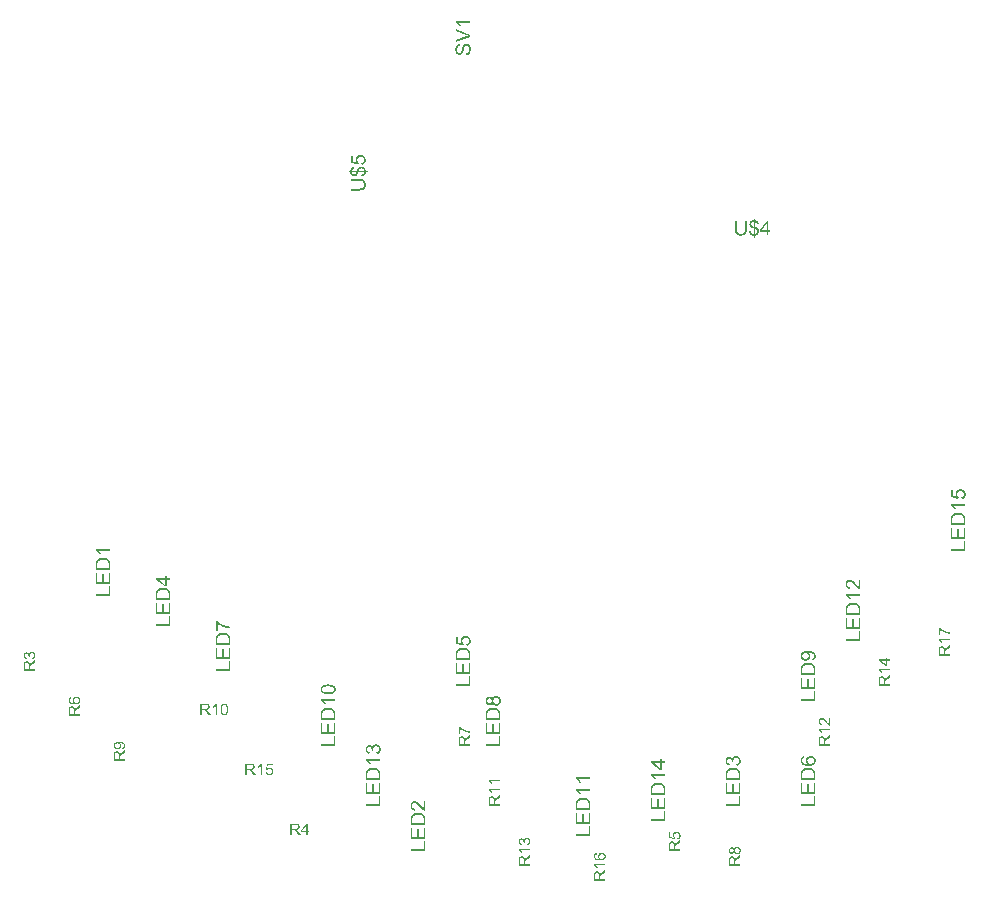
<source format=gbr>
%TF.GenerationSoftware,Altium Limited,Altium Designer,23.10.1 (27)*%
G04 Layer_Color=65535*
%FSLAX45Y45*%
%MOMM*%
%TF.SameCoordinates,426B7773-656D-43CA-B3D1-797A9469BCD4*%
%TF.FilePolarity,Positive*%
%TF.FileFunction,Legend,Top*%
%TF.Part,Single*%
G01*
G75*
G36*
X1366855Y2814711D02*
X1397000D01*
Y2799202D01*
X1366855D01*
Y2744592D01*
X1352657D01*
X1271069Y2802042D01*
Y2814711D01*
X1352657D01*
Y2831749D01*
X1366855D01*
Y2814711D01*
D02*
G37*
G36*
X1337038Y2732905D02*
X1338567Y2732796D01*
X1340206Y2732687D01*
X1341953Y2732578D01*
X1343919Y2732468D01*
X1345885Y2732141D01*
X1350254Y2731595D01*
X1354623Y2730721D01*
X1358882Y2729629D01*
X1358991D01*
X1359319Y2729520D01*
X1359974Y2729301D01*
X1360739Y2728973D01*
X1361613Y2728646D01*
X1362705Y2728318D01*
X1364016Y2727772D01*
X1365326Y2727335D01*
X1368166Y2726025D01*
X1371224Y2724605D01*
X1374391Y2722857D01*
X1377231Y2721000D01*
X1377340Y2720891D01*
X1377559Y2720782D01*
X1377886Y2720454D01*
X1378433Y2720127D01*
X1379743Y2719034D01*
X1381382Y2717615D01*
X1383129Y2715867D01*
X1385095Y2713901D01*
X1386952Y2711826D01*
X1388590Y2709532D01*
Y2709423D01*
X1388809Y2709205D01*
X1389027Y2708877D01*
X1389245Y2708440D01*
X1389573Y2707785D01*
X1390010Y2707129D01*
X1390447Y2706256D01*
X1390884Y2705273D01*
X1391976Y2703088D01*
X1392959Y2700576D01*
X1394051Y2697627D01*
X1394925Y2694460D01*
Y2694351D01*
X1395034Y2694023D01*
X1395143Y2693586D01*
X1395252Y2692931D01*
X1395362Y2692057D01*
X1395580Y2691074D01*
X1395799Y2689982D01*
X1395908Y2688671D01*
X1396126Y2687251D01*
X1396345Y2685722D01*
X1396563Y2683975D01*
X1396672Y2682227D01*
X1396891Y2678405D01*
X1397000Y2674254D01*
Y2628928D01*
X1271069D01*
Y2675893D01*
X1271179Y2677312D01*
Y2678841D01*
X1271288Y2680589D01*
X1271506Y2684193D01*
X1271834Y2687907D01*
X1272271Y2691511D01*
X1272598Y2693149D01*
X1272926Y2694678D01*
Y2694788D01*
X1273035Y2695115D01*
X1273145Y2695771D01*
X1273363Y2696535D01*
X1273691Y2697409D01*
X1274018Y2698501D01*
X1274455Y2699703D01*
X1275001Y2701013D01*
X1276203Y2703962D01*
X1277841Y2707020D01*
X1279698Y2710188D01*
X1281991Y2713137D01*
X1282101Y2713246D01*
X1282428Y2713573D01*
X1282865Y2714120D01*
X1283520Y2714775D01*
X1284285Y2715649D01*
X1285377Y2716522D01*
X1286469Y2717615D01*
X1287780Y2718707D01*
X1289309Y2719908D01*
X1290947Y2721110D01*
X1292695Y2722420D01*
X1294661Y2723622D01*
X1296627Y2724823D01*
X1298811Y2725915D01*
X1301105Y2727007D01*
X1303508Y2727990D01*
X1303617Y2728100D01*
X1304054Y2728209D01*
X1304818Y2728427D01*
X1305801Y2728755D01*
X1307112Y2729192D01*
X1308532Y2729629D01*
X1310279Y2730066D01*
X1312136Y2730503D01*
X1314320Y2730939D01*
X1316614Y2731376D01*
X1319017Y2731813D01*
X1321638Y2732250D01*
X1324369Y2732578D01*
X1327318Y2732796D01*
X1330376Y2733015D01*
X1333434D01*
X1333543D01*
X1334089D01*
X1334854D01*
X1335837D01*
X1337038Y2732905D01*
D02*
G37*
G36*
X1397000Y2511844D02*
X1271069D01*
Y2602934D01*
X1285923D01*
Y2528555D01*
X1324369D01*
Y2598237D01*
X1339223D01*
Y2528555D01*
X1382146D01*
Y2605883D01*
X1397000D01*
Y2511844D01*
D02*
G37*
G36*
Y2413000D02*
X1271069D01*
Y2429711D01*
X1382146D01*
Y2491748D01*
X1397000D01*
Y2413000D01*
D02*
G37*
G36*
X3006933Y6397666D02*
X3008135D01*
X3009664Y6397447D01*
X3011302Y6397229D01*
X3013268Y6396901D01*
X3015343Y6396573D01*
X3017637Y6396027D01*
X3020040Y6395372D01*
X3022443Y6394498D01*
X3024955Y6393515D01*
X3027467Y6392423D01*
X3029979Y6391003D01*
X3032491Y6389474D01*
X3034894Y6387727D01*
X3035112Y6387617D01*
X3035549Y6387181D01*
X3036313Y6386525D01*
X3037296Y6385542D01*
X3038389Y6384341D01*
X3039699Y6382812D01*
X3041119Y6381064D01*
X3042430Y6379098D01*
X3043850Y6376914D01*
X3045270Y6374402D01*
X3046580Y6371671D01*
X3047672Y6368722D01*
X3048655Y6365555D01*
X3049420Y6362169D01*
X3049857Y6358565D01*
X3050075Y6354742D01*
Y6353978D01*
X3049966Y6353104D01*
Y6351902D01*
X3049748Y6350483D01*
X3049529Y6348735D01*
X3049311Y6346878D01*
X3048874Y6344803D01*
X3048328Y6342619D01*
X3047672Y6340325D01*
X3046908Y6338032D01*
X3046034Y6335629D01*
X3044942Y6333335D01*
X3043631Y6331041D01*
X3042102Y6328748D01*
X3040464Y6326673D01*
X3040355Y6326563D01*
X3040027Y6326236D01*
X3039481Y6325690D01*
X3038716Y6324925D01*
X3037733Y6324161D01*
X3036532Y6323178D01*
X3035221Y6322195D01*
X3033692Y6321102D01*
X3031945Y6320010D01*
X3029979Y6318918D01*
X3027904Y6317826D01*
X3025610Y6316952D01*
X3023207Y6316078D01*
X3020586Y6315314D01*
X3017855Y6314768D01*
X3014906Y6314331D01*
X3013486Y6330605D01*
X3013596D01*
X3014033Y6330714D01*
X3014579Y6330823D01*
X3015452Y6330932D01*
X3016435Y6331260D01*
X3017637Y6331478D01*
X3018838Y6331915D01*
X3020258Y6332352D01*
X3023207Y6333444D01*
X3026156Y6334864D01*
X3028996Y6336721D01*
X3030306Y6337704D01*
X3031508Y6338905D01*
X3031617Y6339014D01*
X3031726Y6339233D01*
X3032054Y6339561D01*
X3032382Y6340107D01*
X3032818Y6340762D01*
X3033365Y6341417D01*
X3033911Y6342400D01*
X3034457Y6343383D01*
X3035549Y6345677D01*
X3036532Y6348407D01*
X3037187Y6351356D01*
X3037296Y6352995D01*
X3037406Y6354742D01*
Y6355288D01*
X3037296Y6355834D01*
Y6356599D01*
X3037187Y6357582D01*
X3036969Y6358674D01*
X3036750Y6359985D01*
X3036313Y6361295D01*
X3035877Y6362824D01*
X3035330Y6364354D01*
X3034675Y6365883D01*
X3033801Y6367412D01*
X3032928Y6369050D01*
X3031726Y6370688D01*
X3030525Y6372217D01*
X3028996Y6373637D01*
X3028886Y6373746D01*
X3028559Y6373965D01*
X3028122Y6374402D01*
X3027467Y6374839D01*
X3026593Y6375385D01*
X3025610Y6376040D01*
X3024408Y6376805D01*
X3023098Y6377569D01*
X3021569Y6378224D01*
X3019821Y6378989D01*
X3018074Y6379644D01*
X3015999Y6380190D01*
X3013923Y6380627D01*
X3011630Y6381064D01*
X3009227Y6381283D01*
X3006715Y6381392D01*
X3006606D01*
X3006169D01*
X3005404D01*
X3004530Y6381283D01*
X3003438Y6381173D01*
X3002128Y6380955D01*
X3000708Y6380737D01*
X2999179Y6380518D01*
X2995793Y6379535D01*
X2994045Y6378989D01*
X2992298Y6378224D01*
X2990660Y6377460D01*
X2988912Y6376368D01*
X2987383Y6375276D01*
X2985854Y6373965D01*
X2985745Y6373856D01*
X2985526Y6373637D01*
X2985089Y6373200D01*
X2984652Y6372654D01*
X2984106Y6371890D01*
X2983451Y6371016D01*
X2982686Y6369924D01*
X2981922Y6368722D01*
X2981267Y6367412D01*
X2980502Y6365883D01*
X2979847Y6364354D01*
X2979301Y6362606D01*
X2978864Y6360749D01*
X2978427Y6358783D01*
X2978208Y6356599D01*
X2978099Y6354415D01*
Y6353213D01*
X2978208Y6352558D01*
X2978318Y6351793D01*
X2978536Y6349937D01*
X2978973Y6347861D01*
X2979519Y6345568D01*
X2980393Y6343274D01*
X2981485Y6340980D01*
Y6340871D01*
X2981594Y6340762D01*
X2981813Y6340434D01*
X2982140Y6339997D01*
X2982796Y6338905D01*
X2983888Y6337595D01*
X2985089Y6336066D01*
X2986618Y6334536D01*
X2988257Y6333007D01*
X2990223Y6331588D01*
X2988366Y6317061D01*
X2923708Y6329294D01*
Y6391877D01*
X2938452D01*
Y6341527D01*
X2972420Y6334755D01*
X2972311Y6334864D01*
X2972092Y6335301D01*
X2971655Y6335847D01*
X2971218Y6336721D01*
X2970563Y6337813D01*
X2969908Y6339014D01*
X2969143Y6340434D01*
X2968379Y6341963D01*
X2967723Y6343711D01*
X2966959Y6345568D01*
X2966303Y6347534D01*
X2965648Y6349609D01*
X2965211Y6351793D01*
X2964774Y6353978D01*
X2964556Y6356271D01*
X2964447Y6358565D01*
Y6359329D01*
X2964556Y6360203D01*
X2964665Y6361295D01*
X2964774Y6362715D01*
X2965102Y6364354D01*
X2965430Y6366210D01*
X2965867Y6368285D01*
X2966522Y6370361D01*
X2967286Y6372654D01*
X2968160Y6374948D01*
X2969252Y6377242D01*
X2970563Y6379644D01*
X2972092Y6381938D01*
X2973840Y6384232D01*
X2975915Y6386416D01*
X2976024Y6386525D01*
X2976461Y6386962D01*
X2977116Y6387508D01*
X2977990Y6388163D01*
X2979082Y6389037D01*
X2980502Y6390020D01*
X2982031Y6391003D01*
X2983888Y6392095D01*
X2985854Y6393188D01*
X2988147Y6394171D01*
X2990550Y6395154D01*
X2993172Y6396027D01*
X2995902Y6396683D01*
X2998851Y6397338D01*
X3002018Y6397666D01*
X3005295Y6397775D01*
X3005513D01*
X3006060D01*
X3006933Y6397666D01*
D02*
G37*
G36*
X3013705Y6298385D02*
X3014797D01*
X3016217Y6298166D01*
X3017855Y6297948D01*
X3019603Y6297620D01*
X3021569Y6297183D01*
X3023644Y6296637D01*
X3025719Y6295982D01*
X3028013Y6295108D01*
X3030197Y6294125D01*
X3032491Y6293033D01*
X3034675Y6291613D01*
X3036860Y6290084D01*
X3038935Y6288227D01*
X3039044Y6288118D01*
X3039372Y6287790D01*
X3039918Y6287135D01*
X3040573Y6286370D01*
X3041447Y6285387D01*
X3042321Y6284186D01*
X3043304Y6282766D01*
X3044287Y6281128D01*
X3045379Y6279380D01*
X3046362Y6277305D01*
X3047345Y6275230D01*
X3048218Y6272827D01*
X3048983Y6270315D01*
X3049638Y6267694D01*
X3050075Y6264854D01*
X3050403Y6261905D01*
X3066131D01*
Y6252840D01*
X3050621D01*
Y6252731D01*
X3050512Y6252294D01*
X3050403Y6251748D01*
X3050294Y6250874D01*
X3050184Y6249891D01*
X3049966Y6248799D01*
X3049748Y6247488D01*
X3049420Y6246178D01*
X3048655Y6243119D01*
X3047782Y6239952D01*
X3046689Y6236894D01*
X3045488Y6233945D01*
Y6233836D01*
X3045270Y6233617D01*
X3045051Y6233290D01*
X3044723Y6232743D01*
X3044396Y6232088D01*
X3043850Y6231433D01*
X3042539Y6229685D01*
X3040901Y6227719D01*
X3038826Y6225644D01*
X3036423Y6223460D01*
X3033474Y6221385D01*
X3033365Y6221275D01*
X3033037Y6221166D01*
X3032600Y6220948D01*
X3031945Y6220511D01*
X3031180Y6220183D01*
X3030197Y6219637D01*
X3028996Y6219200D01*
X3027794Y6218654D01*
X3026374Y6218108D01*
X3024736Y6217671D01*
X3023098Y6217125D01*
X3021241Y6216688D01*
X3019384Y6216251D01*
X3017309Y6215814D01*
X3012940Y6215377D01*
X3009991Y6230887D01*
X3010101D01*
X3010538Y6230996D01*
X3011193Y6231105D01*
X3012067Y6231214D01*
X3013050Y6231433D01*
X3014251Y6231651D01*
X3015562Y6231979D01*
X3016982Y6232307D01*
X3020040Y6233180D01*
X3022989Y6234273D01*
X3025938Y6235583D01*
X3027139Y6236348D01*
X3028340Y6237221D01*
X3028450Y6237331D01*
X3028668Y6237549D01*
X3029105Y6237877D01*
X3029651Y6238423D01*
X3030306Y6238969D01*
X3030962Y6239734D01*
X3031835Y6240607D01*
X3032600Y6241590D01*
X3034238Y6243884D01*
X3035658Y6246505D01*
X3036313Y6248034D01*
X3036860Y6249563D01*
X3037296Y6251202D01*
X3037515Y6252840D01*
X2989021D01*
Y6252731D01*
X2988912Y6252403D01*
X2988803Y6251857D01*
X2988584Y6251202D01*
X2988257Y6250328D01*
X2987929Y6249345D01*
X2987492Y6248143D01*
X2987055Y6246833D01*
X2986509Y6245413D01*
X2985963Y6243884D01*
X2984543Y6240607D01*
X2982905Y6237112D01*
X2980939Y6233399D01*
Y6233290D01*
X2980720Y6233071D01*
X2980502Y6232743D01*
X2980174Y6232197D01*
X2979737Y6231542D01*
X2979301Y6230887D01*
X2977990Y6229139D01*
X2976352Y6227392D01*
X2974386Y6225426D01*
X2972201Y6223569D01*
X2969580Y6221931D01*
X2969471D01*
X2969252Y6221712D01*
X2968815Y6221603D01*
X2968269Y6221275D01*
X2967614Y6221057D01*
X2966740Y6220729D01*
X2965867Y6220292D01*
X2964774Y6219965D01*
X2962262Y6219200D01*
X2959532Y6218654D01*
X2956364Y6218217D01*
X2952979Y6217999D01*
X2952760D01*
X2952214D01*
X2951340Y6218108D01*
X2950248Y6218217D01*
X2948828Y6218326D01*
X2947190Y6218654D01*
X2945442Y6218982D01*
X2943476Y6219419D01*
X2941401Y6220074D01*
X2939217Y6220838D01*
X2937032Y6221712D01*
X2934739Y6222914D01*
X2932554Y6224224D01*
X2930370Y6225753D01*
X2928295Y6227501D01*
X2926329Y6229576D01*
X2926220Y6229685D01*
X2926001Y6229904D01*
X2925674Y6230450D01*
X2925237Y6230996D01*
X2924691Y6231870D01*
X2924035Y6232853D01*
X2923380Y6234054D01*
X2922725Y6235474D01*
X2921960Y6237003D01*
X2921196Y6238751D01*
X2920540Y6240607D01*
X2919776Y6242682D01*
X2919230Y6244976D01*
X2918684Y6247379D01*
X2918137Y6250000D01*
X2917810Y6252840D01*
X2910383D01*
Y6261905D01*
X2917810D01*
Y6262014D01*
X2917919Y6262451D01*
Y6263216D01*
X2918137Y6264090D01*
X2918356Y6265291D01*
X2918574Y6266492D01*
X2918902Y6268022D01*
X2919339Y6269551D01*
X2920322Y6272936D01*
X2921742Y6276431D01*
X2922615Y6278179D01*
X2923489Y6279926D01*
X2924581Y6281565D01*
X2925783Y6283094D01*
X2925892Y6283203D01*
X2926220Y6283531D01*
X2926657Y6284077D01*
X2927312Y6284732D01*
X2928186Y6285497D01*
X2929169Y6286370D01*
X2930479Y6287353D01*
X2931790Y6288446D01*
X2933428Y6289538D01*
X2935176Y6290521D01*
X2937032Y6291613D01*
X2939108Y6292596D01*
X2941292Y6293470D01*
X2943695Y6294234D01*
X2946207Y6294890D01*
X2948937Y6295327D01*
X2951340Y6279380D01*
X2951231D01*
X2950903Y6279271D01*
X2950467D01*
X2949811Y6279053D01*
X2949047Y6278943D01*
X2948173Y6278725D01*
X2946207Y6278179D01*
X2943913Y6277305D01*
X2941620Y6276322D01*
X2939435Y6275121D01*
X2937469Y6273592D01*
X2937360D01*
X2937251Y6273373D01*
X2936705Y6272827D01*
X2935831Y6271844D01*
X2934848Y6270534D01*
X2933756Y6268895D01*
X2932664Y6266820D01*
X2931681Y6264526D01*
X2930916Y6261905D01*
X2975369D01*
Y6262014D01*
X2975478Y6262451D01*
X2975696Y6262997D01*
X2975915Y6263762D01*
X2976133Y6264745D01*
X2976461Y6265728D01*
X2977116Y6268131D01*
X2977881Y6270752D01*
X2978645Y6273264D01*
X2978973Y6274465D01*
X2979410Y6275558D01*
X2979737Y6276541D01*
X2980065Y6277305D01*
Y6277414D01*
X2980174Y6277633D01*
X2980393Y6277961D01*
X2980611Y6278507D01*
X2980939Y6279162D01*
X2981267Y6279817D01*
X2982250Y6281456D01*
X2983342Y6283312D01*
X2984652Y6285278D01*
X2986181Y6287244D01*
X2987820Y6288992D01*
X2988038Y6289210D01*
X2988584Y6289756D01*
X2989567Y6290521D01*
X2990878Y6291613D01*
X2992407Y6292705D01*
X2994264Y6293907D01*
X2996339Y6294999D01*
X2998633Y6295982D01*
X2998742D01*
X2998960Y6296091D01*
X2999288Y6296200D01*
X2999725Y6296419D01*
X3000271Y6296528D01*
X3001035Y6296746D01*
X3002674Y6297292D01*
X3004640Y6297729D01*
X3006933Y6298057D01*
X3009445Y6298385D01*
X3012176Y6298494D01*
X3012394D01*
X3012831D01*
X3013705Y6298385D01*
D02*
G37*
G36*
X2997977Y6194844D02*
X2999506D01*
X3001363Y6194735D01*
X3003438Y6194626D01*
X3005732Y6194407D01*
X3008025Y6194189D01*
X3010538Y6193861D01*
X3015562Y6193097D01*
X3020477Y6192004D01*
X3022770Y6191349D01*
X3024955Y6190585D01*
X3025064D01*
X3025391Y6190366D01*
X3026047Y6190148D01*
X3026811Y6189711D01*
X3027794Y6189274D01*
X3028886Y6188619D01*
X3030088Y6187963D01*
X3031399Y6187089D01*
X3032818Y6186107D01*
X3034238Y6184905D01*
X3035767Y6183704D01*
X3037296Y6182284D01*
X3038826Y6180645D01*
X3040245Y6179007D01*
X3041774Y6177150D01*
X3043085Y6175075D01*
X3043194Y6174966D01*
X3043413Y6174529D01*
X3043740Y6173983D01*
X3044177Y6173000D01*
X3044723Y6171908D01*
X3045270Y6170597D01*
X3045925Y6169068D01*
X3046580Y6167211D01*
X3047235Y6165245D01*
X3047891Y6163061D01*
X3048437Y6160549D01*
X3048983Y6158037D01*
X3049420Y6155197D01*
X3049748Y6152248D01*
X3049966Y6149081D01*
X3050075Y6145695D01*
Y6143948D01*
X3049966Y6142746D01*
X3049857Y6141217D01*
X3049748Y6139470D01*
X3049529Y6137613D01*
X3049311Y6135428D01*
X3048983Y6133244D01*
X3048655Y6130841D01*
X3047563Y6126035D01*
X3046799Y6123633D01*
X3046034Y6121230D01*
X3045160Y6118936D01*
X3044068Y6116752D01*
X3043959Y6116643D01*
X3043740Y6116315D01*
X3043413Y6115660D01*
X3042976Y6114895D01*
X3042321Y6114021D01*
X3041556Y6112929D01*
X3040573Y6111837D01*
X3039590Y6110635D01*
X3038389Y6109325D01*
X3037078Y6108014D01*
X3035658Y6106594D01*
X3034020Y6105284D01*
X3032272Y6104082D01*
X3030416Y6102881D01*
X3028450Y6101789D01*
X3026374Y6100806D01*
X3026265D01*
X3025828Y6100587D01*
X3025173Y6100369D01*
X3024299Y6100041D01*
X3023098Y6099713D01*
X3021678Y6099277D01*
X3020040Y6098840D01*
X3018074Y6098403D01*
X3015999Y6097966D01*
X3013596Y6097529D01*
X3010974Y6097092D01*
X3008135Y6096765D01*
X3005186Y6096437D01*
X3001909Y6096218D01*
X2998414Y6096109D01*
X2994810Y6096000D01*
X2922069D01*
Y6112711D01*
X2994701D01*
X2994919D01*
X2995465D01*
X2996230D01*
X2997431D01*
X2998742Y6112820D01*
X3000271D01*
X3002018Y6112929D01*
X3003875Y6113038D01*
X3007807Y6113475D01*
X3011739Y6113912D01*
X3013705Y6114349D01*
X3015562Y6114677D01*
X3017309Y6115113D01*
X3018838Y6115660D01*
X3018947D01*
X3019166Y6115769D01*
X3019603Y6115987D01*
X3020149Y6116206D01*
X3020804Y6116643D01*
X3021460Y6116970D01*
X3023207Y6118172D01*
X3025173Y6119592D01*
X3027139Y6121339D01*
X3029105Y6123523D01*
X3030852Y6126145D01*
Y6126254D01*
X3031071Y6126472D01*
X3031180Y6126909D01*
X3031508Y6127455D01*
X3031835Y6128220D01*
X3032163Y6129094D01*
X3032491Y6130077D01*
X3032928Y6131169D01*
X3033365Y6132479D01*
X3033692Y6133790D01*
X3034020Y6135319D01*
X3034348Y6136957D01*
X3034784Y6140453D01*
X3035003Y6144275D01*
Y6145040D01*
X3034894Y6146023D01*
Y6147224D01*
X3034784Y6148753D01*
X3034566Y6150501D01*
X3034348Y6152358D01*
X3033911Y6154433D01*
X3033474Y6156508D01*
X3032928Y6158692D01*
X3032272Y6160877D01*
X3031508Y6163061D01*
X3030525Y6165136D01*
X3029433Y6166993D01*
X3028122Y6168850D01*
X3026702Y6170379D01*
X3026593Y6170488D01*
X3026265Y6170706D01*
X3025828Y6171143D01*
X3025064Y6171580D01*
X3024081Y6172236D01*
X3022770Y6172891D01*
X3021350Y6173546D01*
X3019603Y6174311D01*
X3017528Y6175075D01*
X3015234Y6175731D01*
X3012613Y6176386D01*
X3009664Y6177041D01*
X3006496Y6177478D01*
X3002892Y6177915D01*
X2998960Y6178133D01*
X2994701Y6178243D01*
X2922069D01*
Y6194953D01*
X2994810D01*
X2995028D01*
X2995684D01*
X2996667D01*
X2997977Y6194844D01*
D02*
G37*
G36*
X3937000Y7515982D02*
X3838593D01*
X3838702Y7515873D01*
X3838811Y7515763D01*
X3839139Y7515436D01*
X3839467Y7514999D01*
X3840013Y7514344D01*
X3840559Y7513688D01*
X3841214Y7512924D01*
X3841979Y7512050D01*
X3843508Y7509866D01*
X3845364Y7507354D01*
X3847330Y7504514D01*
X3849296Y7501237D01*
X3849406Y7501128D01*
X3849515Y7500800D01*
X3849842Y7500363D01*
X3850170Y7499708D01*
X3850607Y7498944D01*
X3851044Y7498070D01*
X3851699Y7496978D01*
X3852245Y7495885D01*
X3853556Y7493373D01*
X3854867Y7490643D01*
X3856177Y7487803D01*
X3857269Y7485073D01*
X3842306D01*
X3842197Y7485182D01*
X3841979Y7485619D01*
X3841651Y7486383D01*
X3841214Y7487257D01*
X3840668Y7488349D01*
X3839903Y7489660D01*
X3839139Y7491080D01*
X3838156Y7492718D01*
X3837173Y7494466D01*
X3835971Y7496213D01*
X3833459Y7500036D01*
X3830620Y7503968D01*
X3827562Y7507681D01*
X3827452Y7507790D01*
X3827125Y7508118D01*
X3826688Y7508555D01*
X3826032Y7509319D01*
X3825268Y7510084D01*
X3824394Y7510958D01*
X3823302Y7511941D01*
X3822210Y7513033D01*
X3819588Y7515327D01*
X3816749Y7517620D01*
X3813691Y7519695D01*
X3812162Y7520678D01*
X3810632Y7521443D01*
Y7531491D01*
X3937000D01*
Y7515982D01*
D02*
G37*
G36*
Y7415281D02*
Y7398024D01*
X3811069Y7349203D01*
Y7367333D01*
X3902596Y7399990D01*
X3902705D01*
X3903033Y7400209D01*
X3903688Y7400427D01*
X3904452Y7400646D01*
X3905435Y7400973D01*
X3906637Y7401410D01*
X3907838Y7401847D01*
X3909258Y7402393D01*
X3910896Y7402830D01*
X3912425Y7403376D01*
X3915921Y7404468D01*
X3919634Y7405670D01*
X3923238Y7406653D01*
X3923129D01*
X3922801Y7406762D01*
X3922255Y7406980D01*
X3921491Y7407199D01*
X3920508Y7407417D01*
X3919416Y7407745D01*
X3918214Y7408182D01*
X3916794Y7408619D01*
X3915265Y7409056D01*
X3913736Y7409602D01*
X3910241Y7410803D01*
X3906418Y7412004D01*
X3902596Y7413424D01*
X3811069Y7447501D01*
Y7464430D01*
X3937000Y7415281D01*
D02*
G37*
G36*
X3903251Y7339264D02*
X3904125Y7339155D01*
X3905108Y7339046D01*
X3906309Y7338936D01*
X3907620Y7338609D01*
X3910569Y7337953D01*
X3913736Y7336970D01*
X3915374Y7336315D01*
X3917013Y7335550D01*
X3918760Y7334567D01*
X3920399Y7333585D01*
X3920508Y7333475D01*
X3920835Y7333366D01*
X3921272Y7332929D01*
X3921818Y7332492D01*
X3922583Y7331946D01*
X3923457Y7331182D01*
X3924440Y7330308D01*
X3925423Y7329325D01*
X3926515Y7328233D01*
X3927607Y7327031D01*
X3928808Y7325611D01*
X3929901Y7324192D01*
X3931102Y7322553D01*
X3932194Y7320806D01*
X3933177Y7318949D01*
X3934160Y7316983D01*
Y7316874D01*
X3934379Y7316546D01*
X3934597Y7315891D01*
X3934925Y7315126D01*
X3935252Y7314034D01*
X3935689Y7312833D01*
X3936126Y7311413D01*
X3936563Y7309884D01*
X3937109Y7308136D01*
X3937546Y7306280D01*
X3937983Y7304314D01*
X3938311Y7302238D01*
X3938638Y7299945D01*
X3938857Y7297651D01*
X3938966Y7295248D01*
X3939075Y7292736D01*
Y7291098D01*
X3938966Y7289897D01*
Y7288367D01*
X3938857Y7286729D01*
X3938638Y7284763D01*
X3938420Y7282688D01*
X3938201Y7280504D01*
X3937874Y7278210D01*
X3937000Y7273404D01*
X3935799Y7268599D01*
X3935034Y7266196D01*
X3934160Y7264011D01*
X3934051Y7263902D01*
X3933942Y7263465D01*
X3933614Y7262919D01*
X3933177Y7262155D01*
X3932740Y7261172D01*
X3932085Y7259970D01*
X3931321Y7258769D01*
X3930447Y7257458D01*
X3929355Y7255929D01*
X3928262Y7254509D01*
X3927061Y7252980D01*
X3925750Y7251451D01*
X3924221Y7250031D01*
X3922692Y7248502D01*
X3921054Y7247191D01*
X3919197Y7245881D01*
X3919088Y7245772D01*
X3918760Y7245553D01*
X3918214Y7245226D01*
X3917450Y7244898D01*
X3916467Y7244352D01*
X3915374Y7243806D01*
X3914064Y7243150D01*
X3912535Y7242604D01*
X3911006Y7241949D01*
X3909258Y7241294D01*
X3907401Y7240748D01*
X3905326Y7240201D01*
X3901067Y7239437D01*
X3898773Y7239109D01*
X3896479Y7239000D01*
X3895060Y7254728D01*
X3895169D01*
X3895496Y7254837D01*
X3895933D01*
X3896589Y7254946D01*
X3897462Y7255055D01*
X3898336Y7255274D01*
X3899428Y7255492D01*
X3900521Y7255820D01*
X3903033Y7256475D01*
X3905654Y7257349D01*
X3908275Y7258441D01*
X3910678Y7259861D01*
X3910787D01*
X3910896Y7260079D01*
X3911224Y7260298D01*
X3911661Y7260626D01*
X3912753Y7261609D01*
X3914173Y7263028D01*
X3915811Y7264776D01*
X3917450Y7266960D01*
X3918979Y7269582D01*
X3920508Y7272531D01*
Y7272640D01*
X3920617Y7272967D01*
X3920835Y7273404D01*
X3921054Y7274060D01*
X3921382Y7274824D01*
X3921709Y7275807D01*
X3922037Y7276899D01*
X3922365Y7278210D01*
X3922692Y7279630D01*
X3923020Y7281050D01*
X3923675Y7284326D01*
X3924112Y7288040D01*
X3924221Y7291972D01*
Y7293610D01*
X3924112Y7294375D01*
Y7295358D01*
X3924003Y7296450D01*
X3923894Y7297651D01*
X3923566Y7300272D01*
X3923020Y7303112D01*
X3922365Y7305952D01*
X3921382Y7308792D01*
Y7308901D01*
X3921272Y7309119D01*
X3921054Y7309447D01*
X3920835Y7309993D01*
X3920180Y7311304D01*
X3919306Y7312942D01*
X3918214Y7314689D01*
X3916904Y7316437D01*
X3915374Y7318184D01*
X3913627Y7319714D01*
X3913518D01*
X3913408Y7319823D01*
X3912753Y7320260D01*
X3911770Y7320806D01*
X3910460Y7321570D01*
X3908821Y7322226D01*
X3906965Y7322772D01*
X3904999Y7323209D01*
X3902814Y7323318D01*
X3902705D01*
X3902596D01*
X3902268D01*
X3901831D01*
X3900739Y7323099D01*
X3899319Y7322881D01*
X3897681Y7322444D01*
X3896043Y7321898D01*
X3894186Y7321024D01*
X3892547Y7319823D01*
X3892329Y7319714D01*
X3891783Y7319167D01*
X3891018Y7318294D01*
X3889926Y7317092D01*
X3888725Y7315563D01*
X3887523Y7313597D01*
X3886322Y7311194D01*
X3885121Y7308464D01*
Y7308355D01*
X3885011Y7308245D01*
X3884902Y7307918D01*
X3884793Y7307372D01*
X3884574Y7306716D01*
X3884247Y7305952D01*
X3883919Y7304969D01*
X3883591Y7303767D01*
X3883264Y7302348D01*
X3882718Y7300709D01*
X3882281Y7298853D01*
X3881735Y7296777D01*
X3881079Y7294484D01*
X3880424Y7291862D01*
X3879769Y7289023D01*
X3879004Y7285855D01*
Y7285637D01*
X3878786Y7285091D01*
X3878567Y7284217D01*
X3878240Y7283016D01*
X3877912Y7281596D01*
X3877475Y7279958D01*
X3876929Y7278210D01*
X3876383Y7276353D01*
X3875181Y7272312D01*
X3873871Y7268271D01*
X3873216Y7266305D01*
X3872560Y7264557D01*
X3871796Y7262919D01*
X3871140Y7261499D01*
X3871031Y7261390D01*
X3870922Y7261062D01*
X3870594Y7260626D01*
X3870267Y7260079D01*
X3869830Y7259315D01*
X3869284Y7258441D01*
X3867864Y7256475D01*
X3866116Y7254291D01*
X3864150Y7252106D01*
X3861857Y7249922D01*
X3859345Y7248065D01*
X3859235D01*
X3859017Y7247847D01*
X3858689Y7247628D01*
X3858143Y7247410D01*
X3857488Y7247082D01*
X3856723Y7246645D01*
X3855740Y7246318D01*
X3854757Y7245881D01*
X3852464Y7245116D01*
X3849842Y7244352D01*
X3846893Y7243915D01*
X3843726Y7243696D01*
X3843617D01*
X3843289D01*
X3842743D01*
X3842088Y7243806D01*
X3841214Y7243915D01*
X3840231Y7244024D01*
X3839139Y7244133D01*
X3837828Y7244352D01*
X3835098Y7245007D01*
X3832149Y7245990D01*
X3830510Y7246536D01*
X3828981Y7247301D01*
X3827343Y7248065D01*
X3825814Y7249048D01*
X3825705Y7249157D01*
X3825486Y7249267D01*
X3825050Y7249594D01*
X3824394Y7250031D01*
X3823739Y7250687D01*
X3822974Y7251342D01*
X3822101Y7252106D01*
X3821118Y7253089D01*
X3820135Y7254182D01*
X3819042Y7255274D01*
X3818059Y7256584D01*
X3816967Y7258004D01*
X3815984Y7259533D01*
X3815001Y7261281D01*
X3814128Y7263028D01*
X3813254Y7264885D01*
Y7264994D01*
X3813035Y7265322D01*
X3812817Y7265977D01*
X3812598Y7266742D01*
X3812271Y7267725D01*
X3811834Y7268926D01*
X3811506Y7270237D01*
X3811069Y7271766D01*
X3810632Y7273404D01*
X3810305Y7275152D01*
X3809868Y7277009D01*
X3809540Y7279084D01*
X3809103Y7283453D01*
X3808885Y7288040D01*
Y7289460D01*
X3808994Y7290443D01*
Y7291644D01*
X3809103Y7293064D01*
X3809213Y7294702D01*
X3809431Y7296450D01*
X3809649Y7298306D01*
X3809977Y7300272D01*
X3810851Y7304423D01*
X3811943Y7308682D01*
X3813472Y7312833D01*
Y7312942D01*
X3813691Y7313270D01*
X3813909Y7313816D01*
X3814346Y7314580D01*
X3814783Y7315454D01*
X3815329Y7316546D01*
X3815984Y7317638D01*
X3816858Y7318949D01*
X3818715Y7321570D01*
X3821008Y7324301D01*
X3823630Y7326922D01*
X3825159Y7328233D01*
X3826797Y7329325D01*
X3826906Y7329434D01*
X3827234Y7329543D01*
X3827671Y7329871D01*
X3828326Y7330199D01*
X3829200Y7330636D01*
X3830183Y7331182D01*
X3831275Y7331728D01*
X3832586Y7332274D01*
X3833896Y7332820D01*
X3835425Y7333366D01*
X3837064Y7333912D01*
X3838811Y7334349D01*
X3842525Y7335114D01*
X3844491Y7335441D01*
X3846566Y7335550D01*
X3847767Y7319604D01*
X3847658D01*
X3847221Y7319495D01*
X3846675Y7319386D01*
X3845801Y7319277D01*
X3844818Y7319058D01*
X3843726Y7318840D01*
X3842415Y7318403D01*
X3840996Y7317966D01*
X3838156Y7316874D01*
X3836627Y7316109D01*
X3835098Y7315345D01*
X3833678Y7314362D01*
X3832258Y7313270D01*
X3830947Y7312068D01*
X3829746Y7310758D01*
X3829637Y7310648D01*
X3829528Y7310430D01*
X3829200Y7309993D01*
X3828763Y7309338D01*
X3828326Y7308573D01*
X3827780Y7307699D01*
X3827234Y7306498D01*
X3826688Y7305187D01*
X3826142Y7303767D01*
X3825596Y7302129D01*
X3825050Y7300382D01*
X3824613Y7298416D01*
X3824176Y7296231D01*
X3823848Y7293938D01*
X3823739Y7291426D01*
X3823630Y7288804D01*
Y7287384D01*
X3823739Y7286292D01*
X3823848Y7285091D01*
X3823957Y7283671D01*
X3824067Y7282033D01*
X3824285Y7280394D01*
X3824940Y7276681D01*
X3825923Y7273077D01*
X3826579Y7271329D01*
X3827343Y7269582D01*
X3828217Y7268053D01*
X3829200Y7266633D01*
X3829309Y7266523D01*
X3829418Y7266305D01*
X3829746Y7265977D01*
X3830183Y7265540D01*
X3830729Y7264994D01*
X3831384Y7264448D01*
X3832913Y7263247D01*
X3834879Y7261936D01*
X3837173Y7260844D01*
X3838484Y7260407D01*
X3839794Y7260079D01*
X3841214Y7259861D01*
X3842634Y7259752D01*
X3842743D01*
X3842962D01*
X3843289D01*
X3843726Y7259861D01*
X3845037Y7259970D01*
X3846566Y7260407D01*
X3848313Y7260953D01*
X3850170Y7261827D01*
X3852027Y7263028D01*
X3852901Y7263793D01*
X3853774Y7264667D01*
Y7264776D01*
X3853993Y7264885D01*
X3854211Y7265213D01*
X3854539Y7265759D01*
X3854976Y7266414D01*
X3855413Y7267288D01*
X3855959Y7268380D01*
X3856505Y7269582D01*
X3857160Y7271111D01*
X3857925Y7272967D01*
X3858580Y7274933D01*
X3859345Y7277336D01*
X3860218Y7279958D01*
X3860983Y7282906D01*
X3861857Y7286183D01*
X3862730Y7289787D01*
Y7290006D01*
X3862949Y7290661D01*
X3863167Y7291753D01*
X3863495Y7293064D01*
X3863932Y7294811D01*
X3864369Y7296668D01*
X3864915Y7298743D01*
X3865461Y7300928D01*
X3866662Y7305624D01*
X3867973Y7310211D01*
X3868738Y7312396D01*
X3869393Y7314471D01*
X3870048Y7316328D01*
X3870703Y7317857D01*
X3870813Y7317966D01*
X3870922Y7318294D01*
X3871250Y7318949D01*
X3871577Y7319604D01*
X3872123Y7320587D01*
X3872779Y7321570D01*
X3873434Y7322772D01*
X3874198Y7323973D01*
X3876055Y7326594D01*
X3878349Y7329325D01*
X3880861Y7331837D01*
X3882172Y7332929D01*
X3883591Y7334021D01*
X3883701Y7334131D01*
X3883919Y7334240D01*
X3884356Y7334567D01*
X3885011Y7334895D01*
X3885667Y7335223D01*
X3886540Y7335769D01*
X3887633Y7336206D01*
X3888725Y7336752D01*
X3890035Y7337189D01*
X3891346Y7337735D01*
X3894404Y7338499D01*
X3897790Y7339155D01*
X3899647Y7339264D01*
X3901503Y7339373D01*
X3901613D01*
X3901940D01*
X3902486D01*
X3903251Y7339264D01*
D02*
G37*
G36*
X6342550Y5846260D02*
X6342659D01*
X6343096Y5846150D01*
X6343861D01*
X6344735Y5845932D01*
X6345936Y5845713D01*
X6347137Y5845495D01*
X6348667Y5845167D01*
X6350196Y5844730D01*
X6353581Y5843748D01*
X6357076Y5842328D01*
X6358824Y5841454D01*
X6360571Y5840580D01*
X6362210Y5839488D01*
X6363739Y5838287D01*
X6363848Y5838177D01*
X6364176Y5837850D01*
X6364722Y5837413D01*
X6365377Y5836757D01*
X6366142Y5835884D01*
X6367015Y5834901D01*
X6367998Y5833590D01*
X6369091Y5832279D01*
X6370183Y5830641D01*
X6371166Y5828894D01*
X6372258Y5827037D01*
X6373241Y5824962D01*
X6374115Y5822777D01*
X6374879Y5820374D01*
X6375535Y5817862D01*
X6375971Y5815132D01*
X6360025Y5812729D01*
Y5812838D01*
X6359916Y5813166D01*
Y5813603D01*
X6359698Y5814258D01*
X6359588Y5815023D01*
X6359370Y5815896D01*
X6358824Y5817862D01*
X6357950Y5820156D01*
X6356967Y5822450D01*
X6355766Y5824634D01*
X6354237Y5826600D01*
Y5826709D01*
X6354018Y5826818D01*
X6353472Y5827365D01*
X6352489Y5828238D01*
X6351179Y5829221D01*
X6349540Y5830313D01*
X6347465Y5831406D01*
X6345171Y5832389D01*
X6342550Y5833153D01*
Y5788701D01*
X6342659D01*
X6343096Y5788591D01*
X6343642Y5788373D01*
X6344407Y5788155D01*
X6345390Y5787936D01*
X6346373Y5787608D01*
X6348776Y5786953D01*
X6351397Y5786189D01*
X6353909Y5785424D01*
X6355110Y5785096D01*
X6356203Y5784659D01*
X6357186Y5784332D01*
X6357950Y5784004D01*
X6358059D01*
X6358278Y5783895D01*
X6358606Y5783677D01*
X6359152Y5783458D01*
X6359807Y5783130D01*
X6360462Y5782803D01*
X6362101Y5781820D01*
X6363957Y5780728D01*
X6365923Y5779417D01*
X6367889Y5777888D01*
X6369637Y5776250D01*
X6369855Y5776031D01*
X6370401Y5775485D01*
X6371166Y5774502D01*
X6372258Y5773191D01*
X6373350Y5771662D01*
X6374552Y5769806D01*
X6375644Y5767730D01*
X6376627Y5765437D01*
Y5765328D01*
X6376736Y5765109D01*
X6376845Y5764781D01*
X6377064Y5764345D01*
X6377173Y5763798D01*
X6377391Y5763034D01*
X6377937Y5761396D01*
X6378374Y5759430D01*
X6378702Y5757136D01*
X6379030Y5754624D01*
X6379139Y5751893D01*
Y5751675D01*
Y5751238D01*
X6379030Y5750364D01*
Y5749272D01*
X6378811Y5747852D01*
X6378593Y5746214D01*
X6378265Y5744467D01*
X6377828Y5742501D01*
X6377282Y5740425D01*
X6376627Y5738350D01*
X6375753Y5736057D01*
X6374770Y5733872D01*
X6373678Y5731579D01*
X6372258Y5729394D01*
X6370729Y5727210D01*
X6368872Y5725135D01*
X6368763Y5725025D01*
X6368435Y5724698D01*
X6367780Y5724152D01*
X6367015Y5723496D01*
X6366032Y5722623D01*
X6364831Y5721749D01*
X6363411Y5720766D01*
X6361773Y5719783D01*
X6360025Y5718691D01*
X6357950Y5717708D01*
X6355875Y5716725D01*
X6353472Y5715851D01*
X6350960Y5715086D01*
X6348339Y5714431D01*
X6345499Y5713994D01*
X6342550Y5713667D01*
Y5697939D01*
X6333485D01*
Y5713448D01*
X6333376D01*
X6332939Y5713557D01*
X6332393Y5713667D01*
X6331519Y5713776D01*
X6330536Y5713885D01*
X6329444Y5714103D01*
X6328133Y5714322D01*
X6326823Y5714649D01*
X6323764Y5715414D01*
X6320597Y5716288D01*
X6317539Y5717380D01*
X6314590Y5718581D01*
X6314481D01*
X6314262Y5718800D01*
X6313935Y5719018D01*
X6313388Y5719346D01*
X6312733Y5719674D01*
X6312078Y5720220D01*
X6310330Y5721530D01*
X6308364Y5723169D01*
X6306289Y5725244D01*
X6304105Y5727647D01*
X6302030Y5730596D01*
X6301920Y5730705D01*
X6301811Y5731032D01*
X6301593Y5731469D01*
X6301156Y5732125D01*
X6300828Y5732889D01*
X6300282Y5733872D01*
X6299845Y5735074D01*
X6299299Y5736275D01*
X6298753Y5737695D01*
X6298316Y5739333D01*
X6297770Y5740972D01*
X6297333Y5742828D01*
X6296896Y5744685D01*
X6296459Y5746760D01*
X6296022Y5751129D01*
X6311532Y5754078D01*
Y5753969D01*
X6311641Y5753532D01*
X6311750Y5752876D01*
X6311859Y5752003D01*
X6312078Y5751020D01*
X6312296Y5749818D01*
X6312624Y5748508D01*
X6312952Y5747088D01*
X6313825Y5744030D01*
X6314918Y5741081D01*
X6316228Y5738132D01*
X6316993Y5736930D01*
X6317866Y5735729D01*
X6317976Y5735620D01*
X6318194Y5735401D01*
X6318522Y5734964D01*
X6319068Y5734418D01*
X6319614Y5733763D01*
X6320379Y5733108D01*
X6321252Y5732234D01*
X6322235Y5731469D01*
X6324529Y5729831D01*
X6327150Y5728411D01*
X6328679Y5727756D01*
X6330208Y5727210D01*
X6331847Y5726773D01*
X6333485Y5726554D01*
Y5775048D01*
X6333376D01*
X6333048Y5775157D01*
X6332502Y5775267D01*
X6331847Y5775485D01*
X6330973Y5775813D01*
X6329990Y5776140D01*
X6328788Y5776577D01*
X6327478Y5777014D01*
X6326058Y5777560D01*
X6324529Y5778106D01*
X6321252Y5779526D01*
X6317757Y5781164D01*
X6314044Y5783130D01*
X6313935D01*
X6313716Y5783349D01*
X6313388Y5783567D01*
X6312842Y5783895D01*
X6312187Y5784332D01*
X6311532Y5784769D01*
X6309784Y5786079D01*
X6308037Y5787718D01*
X6306071Y5789684D01*
X6304214Y5791868D01*
X6302576Y5794489D01*
Y5794599D01*
X6302357Y5794817D01*
X6302248Y5795254D01*
X6301920Y5795800D01*
X6301702Y5796455D01*
X6301374Y5797329D01*
X6300937Y5798203D01*
X6300610Y5799295D01*
X6299845Y5801807D01*
X6299299Y5804538D01*
X6298862Y5807705D01*
X6298644Y5811091D01*
Y5811309D01*
Y5811855D01*
X6298753Y5812729D01*
X6298862Y5813821D01*
X6298971Y5815241D01*
X6299299Y5816879D01*
X6299627Y5818627D01*
X6300064Y5820593D01*
X6300719Y5822668D01*
X6301483Y5824852D01*
X6302357Y5827037D01*
X6303559Y5829330D01*
X6304869Y5831515D01*
X6306398Y5833699D01*
X6308146Y5835774D01*
X6310221Y5837740D01*
X6310330Y5837850D01*
X6310549Y5838068D01*
X6311095Y5838396D01*
X6311641Y5838833D01*
X6312515Y5839379D01*
X6313498Y5840034D01*
X6314699Y5840689D01*
X6316119Y5841345D01*
X6317648Y5842109D01*
X6319396Y5842874D01*
X6321252Y5843529D01*
X6323327Y5844294D01*
X6325621Y5844840D01*
X6328024Y5845386D01*
X6330645Y5845932D01*
X6333485Y5846260D01*
Y5853687D01*
X6342550D01*
Y5846260D01*
D02*
G37*
G36*
X6275598Y5769259D02*
Y5769041D01*
Y5768386D01*
Y5767403D01*
X6275489Y5766092D01*
Y5764563D01*
X6275380Y5762706D01*
X6275271Y5760631D01*
X6275052Y5758337D01*
X6274834Y5756044D01*
X6274506Y5753532D01*
X6273742Y5748508D01*
X6272649Y5743593D01*
X6271994Y5741299D01*
X6271230Y5739115D01*
Y5739006D01*
X6271011Y5738678D01*
X6270793Y5738023D01*
X6270356Y5737258D01*
X6269919Y5736275D01*
X6269264Y5735183D01*
X6268608Y5733981D01*
X6267734Y5732671D01*
X6266752Y5731251D01*
X6265550Y5729831D01*
X6264349Y5728302D01*
X6262929Y5726773D01*
X6261290Y5725244D01*
X6259652Y5723824D01*
X6257795Y5722295D01*
X6255720Y5720984D01*
X6255611Y5720875D01*
X6255174Y5720657D01*
X6254628Y5720329D01*
X6253645Y5719892D01*
X6252553Y5719346D01*
X6251242Y5718800D01*
X6249713Y5718145D01*
X6247856Y5717489D01*
X6245890Y5716834D01*
X6243706Y5716179D01*
X6241194Y5715632D01*
X6238682Y5715086D01*
X6235842Y5714649D01*
X6232893Y5714322D01*
X6229726Y5714103D01*
X6226340Y5713994D01*
X6224593D01*
X6223391Y5714103D01*
X6221862Y5714213D01*
X6220115Y5714322D01*
X6218258Y5714540D01*
X6216073Y5714759D01*
X6213889Y5715086D01*
X6211486Y5715414D01*
X6206680Y5716506D01*
X6204278Y5717271D01*
X6201875Y5718035D01*
X6199581Y5718909D01*
X6197397Y5720001D01*
X6197288Y5720110D01*
X6196960Y5720329D01*
X6196305Y5720657D01*
X6195540Y5721093D01*
X6194666Y5721749D01*
X6193574Y5722513D01*
X6192482Y5723496D01*
X6191280Y5724479D01*
X6189970Y5725681D01*
X6188659Y5726991D01*
X6187239Y5728411D01*
X6185929Y5730049D01*
X6184727Y5731797D01*
X6183526Y5733654D01*
X6182434Y5735620D01*
X6181451Y5737695D01*
Y5737804D01*
X6181232Y5738241D01*
X6181014Y5738896D01*
X6180686Y5739770D01*
X6180358Y5740972D01*
X6179922Y5742391D01*
X6179485Y5744030D01*
X6179048Y5745996D01*
X6178611Y5748071D01*
X6178174Y5750474D01*
X6177737Y5753095D01*
X6177410Y5755935D01*
X6177082Y5758884D01*
X6176863Y5762160D01*
X6176754Y5765655D01*
X6176645Y5769259D01*
Y5842000D01*
X6193356D01*
Y5769369D01*
Y5769150D01*
Y5768604D01*
Y5767840D01*
Y5766638D01*
X6193465Y5765328D01*
Y5763798D01*
X6193574Y5762051D01*
X6193683Y5760194D01*
X6194120Y5756262D01*
X6194557Y5752330D01*
X6194994Y5750364D01*
X6195322Y5748508D01*
X6195758Y5746760D01*
X6196305Y5745231D01*
Y5745122D01*
X6196414Y5744903D01*
X6196632Y5744467D01*
X6196851Y5743920D01*
X6197288Y5743265D01*
X6197615Y5742610D01*
X6198817Y5740862D01*
X6200237Y5738896D01*
X6201984Y5736930D01*
X6204168Y5734964D01*
X6206790Y5733217D01*
X6206899D01*
X6207117Y5732998D01*
X6207554Y5732889D01*
X6208100Y5732562D01*
X6208865Y5732234D01*
X6209739Y5731906D01*
X6210722Y5731579D01*
X6211814Y5731142D01*
X6213124Y5730705D01*
X6214435Y5730377D01*
X6215964Y5730049D01*
X6217603Y5729722D01*
X6221098Y5729285D01*
X6224920Y5729067D01*
X6225685D01*
X6226668Y5729176D01*
X6227869D01*
X6229398Y5729285D01*
X6231146Y5729503D01*
X6233003Y5729722D01*
X6235078Y5730159D01*
X6237153Y5730596D01*
X6239337Y5731142D01*
X6241522Y5731797D01*
X6243706Y5732562D01*
X6245781Y5733545D01*
X6247638Y5734637D01*
X6249495Y5735947D01*
X6251024Y5737367D01*
X6251133Y5737476D01*
X6251351Y5737804D01*
X6251788Y5738241D01*
X6252225Y5739006D01*
X6252881Y5739989D01*
X6253536Y5741299D01*
X6254191Y5742719D01*
X6254956Y5744467D01*
X6255720Y5746542D01*
X6256376Y5748835D01*
X6257031Y5751457D01*
X6257686Y5754406D01*
X6258123Y5757573D01*
X6258560Y5761177D01*
X6258778Y5765109D01*
X6258888Y5769369D01*
Y5842000D01*
X6275598D01*
Y5769259D01*
D02*
G37*
G36*
X6459962Y5760413D02*
X6477000D01*
Y5746214D01*
X6459962D01*
Y5716069D01*
X6444452D01*
Y5746214D01*
X6389842D01*
Y5760413D01*
X6447292Y5842000D01*
X6459962D01*
Y5760413D01*
D02*
G37*
G36*
X965554Y1428267D02*
X967086D01*
X968958Y1428182D01*
X971000Y1428012D01*
X973212Y1427842D01*
X975510Y1427587D01*
X977977Y1427331D01*
X982998Y1426651D01*
X985465Y1426140D01*
X987848Y1425630D01*
X990145Y1424949D01*
X992358Y1424268D01*
X992443Y1424183D01*
X992868Y1424098D01*
X993464Y1423843D01*
X994145Y1423502D01*
X995081Y1423077D01*
X996187Y1422566D01*
X997378Y1421971D01*
X998654Y1421205D01*
X1000016Y1420439D01*
X1001377Y1419503D01*
X1002824Y1418482D01*
X1004185Y1417376D01*
X1005547Y1416270D01*
X1006908Y1414908D01*
X1008184Y1413547D01*
X1009291Y1412100D01*
X1009376Y1412015D01*
X1009546Y1411760D01*
X1009801Y1411249D01*
X1010227Y1410654D01*
X1010652Y1409888D01*
X1011077Y1408952D01*
X1011673Y1407931D01*
X1012184Y1406740D01*
X1012694Y1405378D01*
X1013205Y1403932D01*
X1013715Y1402400D01*
X1014141Y1400698D01*
X1014566Y1398996D01*
X1014821Y1397124D01*
X1014992Y1395167D01*
X1015077Y1393210D01*
Y1392700D01*
X1014992Y1392104D01*
Y1391253D01*
X1014907Y1390317D01*
X1014736Y1389126D01*
X1014566Y1387935D01*
X1014311Y1386488D01*
X1013971Y1385042D01*
X1013545Y1383510D01*
X1013035Y1381978D01*
X1012354Y1380362D01*
X1011673Y1378745D01*
X1010822Y1377213D01*
X1009801Y1375767D01*
X1008695Y1374320D01*
X1008610Y1374235D01*
X1008355Y1373980D01*
X1008014Y1373640D01*
X1007504Y1373129D01*
X1006823Y1372619D01*
X1006057Y1371938D01*
X1005121Y1371257D01*
X1004015Y1370491D01*
X1002824Y1369811D01*
X1001462Y1369045D01*
X1000016Y1368279D01*
X998399Y1367598D01*
X996697Y1367003D01*
X994825Y1366407D01*
X992868Y1365982D01*
X990741Y1365641D01*
X989635Y1377213D01*
X989720D01*
X989975Y1377298D01*
X990401Y1377384D01*
X990996Y1377469D01*
X991677Y1377639D01*
X992443Y1377894D01*
X994230Y1378490D01*
X996187Y1379170D01*
X998144Y1380192D01*
X1000016Y1381298D01*
X1000782Y1381978D01*
X1001547Y1382744D01*
Y1382829D01*
X1001718Y1382914D01*
X1001888Y1383170D01*
X1002143Y1383510D01*
X1002398Y1383936D01*
X1002739Y1384446D01*
X1003334Y1385637D01*
X1004015Y1387169D01*
X1004611Y1388956D01*
X1005036Y1391083D01*
X1005121Y1392189D01*
X1005206Y1393380D01*
Y1394316D01*
X1005121Y1394827D01*
X1005036Y1395338D01*
X1004866Y1396699D01*
X1004611Y1398231D01*
X1004185Y1399847D01*
X1003590Y1401549D01*
X1002739Y1403166D01*
Y1403251D01*
X1002654Y1403336D01*
X1002228Y1403847D01*
X1001718Y1404612D01*
X1000952Y1405548D01*
X999931Y1406655D01*
X998825Y1407761D01*
X997463Y1408952D01*
X995931Y1409973D01*
X995846D01*
X995761Y1410058D01*
X995506Y1410228D01*
X995166Y1410398D01*
X994740Y1410654D01*
X994230Y1410909D01*
X993634Y1411249D01*
X992868Y1411590D01*
X991252Y1412270D01*
X989294Y1413036D01*
X986997Y1413802D01*
X984444Y1414483D01*
X984359D01*
X984104Y1414568D01*
X983764Y1414653D01*
X983168Y1414738D01*
X982572Y1414908D01*
X981721Y1415078D01*
X980871Y1415249D01*
X979849Y1415419D01*
X978828Y1415504D01*
X977637Y1415674D01*
X975169Y1416014D01*
X972532Y1416185D01*
X969724Y1416270D01*
X969554D01*
X969128D01*
X968362D01*
X967426D01*
X967596Y1416100D01*
X967852Y1415929D01*
X968277Y1415589D01*
X968788Y1415249D01*
X969298Y1414823D01*
X970660Y1413632D01*
X972106Y1412270D01*
X973638Y1410569D01*
X975169Y1408527D01*
X976616Y1406314D01*
Y1406229D01*
X976786Y1406059D01*
X976956Y1405719D01*
X977212Y1405208D01*
X977467Y1404697D01*
X977722Y1403932D01*
X978063Y1403166D01*
X978403Y1402315D01*
X979084Y1400273D01*
X979594Y1398060D01*
X980020Y1395508D01*
X980190Y1392870D01*
Y1392359D01*
X980105Y1391679D01*
X980020Y1390828D01*
X979935Y1389807D01*
X979764Y1388615D01*
X979424Y1387254D01*
X979084Y1385722D01*
X978658Y1384191D01*
X978063Y1382489D01*
X977297Y1380787D01*
X976531Y1379085D01*
X975510Y1377298D01*
X974319Y1375597D01*
X972957Y1373895D01*
X971426Y1372278D01*
X971340Y1372193D01*
X971000Y1371938D01*
X970490Y1371512D01*
X969809Y1371002D01*
X968958Y1370321D01*
X967852Y1369640D01*
X966575Y1368875D01*
X965214Y1368109D01*
X963597Y1367258D01*
X961810Y1366492D01*
X959938Y1365811D01*
X957811Y1365216D01*
X955599Y1364620D01*
X953301Y1364195D01*
X950749Y1363939D01*
X948111Y1363854D01*
X948026D01*
X947941D01*
X947430D01*
X946664Y1363939D01*
X945643Y1364024D01*
X944367Y1364110D01*
X942920Y1364280D01*
X941304Y1364620D01*
X939517Y1364960D01*
X937645Y1365386D01*
X935688Y1365982D01*
X933731Y1366747D01*
X931689Y1367513D01*
X929731Y1368534D01*
X927774Y1369725D01*
X925902Y1371087D01*
X924116Y1372619D01*
X924030Y1372704D01*
X923690Y1373044D01*
X923265Y1373555D01*
X922669Y1374235D01*
X921988Y1375086D01*
X921222Y1376107D01*
X920372Y1377298D01*
X919521Y1378660D01*
X918670Y1380192D01*
X917904Y1381893D01*
X917138Y1383680D01*
X916457Y1385637D01*
X915862Y1387679D01*
X915436Y1389892D01*
X915096Y1392189D01*
X915011Y1394657D01*
Y1395593D01*
X915096Y1396274D01*
X915181Y1397124D01*
X915266Y1398060D01*
X915436Y1399167D01*
X915692Y1400443D01*
X915947Y1401719D01*
X916287Y1403081D01*
X916713Y1404527D01*
X917223Y1406059D01*
X917819Y1407591D01*
X918500Y1409122D01*
X919265Y1410569D01*
X920201Y1412100D01*
X920286Y1412185D01*
X920457Y1412441D01*
X920712Y1412866D01*
X921137Y1413377D01*
X921648Y1414057D01*
X922329Y1414823D01*
X923094Y1415674D01*
X923945Y1416610D01*
X924881Y1417546D01*
X925987Y1418567D01*
X927179Y1419588D01*
X928540Y1420609D01*
X929987Y1421545D01*
X931433Y1422481D01*
X933135Y1423417D01*
X934837Y1424183D01*
X934922Y1424268D01*
X935262Y1424353D01*
X935858Y1424609D01*
X936624Y1424864D01*
X937560Y1425119D01*
X938836Y1425545D01*
X940198Y1425885D01*
X941814Y1426310D01*
X943686Y1426651D01*
X945728Y1427076D01*
X948026Y1427416D01*
X950493Y1427672D01*
X953131Y1428012D01*
X956024Y1428182D01*
X959087Y1428267D01*
X962406Y1428352D01*
X962491D01*
X962576D01*
X962917D01*
X963257D01*
X963682D01*
X964193D01*
X965554Y1428267D01*
D02*
G37*
G36*
X1013460Y1340029D02*
X993038Y1327095D01*
X992953Y1327010D01*
X992613Y1326840D01*
X992188Y1326585D01*
X991592Y1326159D01*
X990826Y1325649D01*
X989975Y1325138D01*
X989039Y1324458D01*
X988103Y1323777D01*
X985891Y1322330D01*
X983678Y1320714D01*
X981551Y1319182D01*
X980530Y1318416D01*
X979594Y1317735D01*
X979509D01*
X979424Y1317565D01*
X979169Y1317395D01*
X978828Y1317140D01*
X977977Y1316459D01*
X976956Y1315523D01*
X975935Y1314502D01*
X974829Y1313396D01*
X973808Y1312205D01*
X973042Y1311098D01*
X972957Y1311013D01*
X972702Y1310588D01*
X972447Y1309992D01*
X972021Y1309312D01*
X971596Y1308376D01*
X971170Y1307440D01*
X970745Y1306333D01*
X970404Y1305227D01*
Y1305142D01*
X970319Y1304802D01*
X970234Y1304291D01*
X970149Y1303525D01*
X970064Y1302504D01*
X969979Y1301228D01*
X969894Y1299781D01*
Y1283019D01*
X1013460D01*
Y1270000D01*
X915351D01*
Y1315608D01*
X915436Y1316714D01*
X915521Y1317991D01*
X915606Y1319352D01*
X915692Y1320884D01*
X916032Y1324117D01*
X916457Y1327436D01*
X916798Y1329052D01*
X917138Y1330584D01*
X917564Y1332031D01*
X918074Y1333392D01*
Y1333477D01*
X918159Y1333732D01*
X918329Y1334073D01*
X918585Y1334498D01*
X918925Y1335094D01*
X919265Y1335775D01*
X920201Y1337306D01*
X921478Y1339008D01*
X922244Y1339944D01*
X923094Y1340880D01*
X924030Y1341731D01*
X925137Y1342667D01*
X926243Y1343518D01*
X927434Y1344284D01*
X927519Y1344369D01*
X927774Y1344454D01*
X928115Y1344624D01*
X928625Y1344964D01*
X929221Y1345220D01*
X929987Y1345560D01*
X930838Y1345985D01*
X931774Y1346326D01*
X932795Y1346751D01*
X933901Y1347092D01*
X936454Y1347772D01*
X939176Y1348198D01*
X940623Y1348283D01*
X942155Y1348368D01*
X942240D01*
X942580D01*
X943176D01*
X943856Y1348283D01*
X944792Y1348198D01*
X945813Y1348028D01*
X947005Y1347772D01*
X948281Y1347517D01*
X949557Y1347177D01*
X951004Y1346751D01*
X952450Y1346156D01*
X953982Y1345475D01*
X955429Y1344709D01*
X956960Y1343773D01*
X958407Y1342752D01*
X959768Y1341561D01*
X959853Y1341476D01*
X960109Y1341220D01*
X960449Y1340880D01*
X960874Y1340284D01*
X961470Y1339604D01*
X962151Y1338668D01*
X962831Y1337647D01*
X963597Y1336455D01*
X964363Y1335094D01*
X965129Y1333562D01*
X965895Y1331775D01*
X966575Y1329903D01*
X967256Y1327861D01*
X967852Y1325649D01*
X968362Y1323266D01*
X968788Y1320714D01*
Y1320799D01*
X968873Y1320969D01*
X969043Y1321224D01*
X969213Y1321565D01*
X969724Y1322501D01*
X970319Y1323607D01*
X971085Y1324883D01*
X971936Y1326244D01*
X972787Y1327436D01*
X973723Y1328542D01*
X973808Y1328627D01*
X973978Y1328797D01*
X974234Y1329138D01*
X974659Y1329478D01*
X975169Y1329988D01*
X975765Y1330584D01*
X976446Y1331265D01*
X977297Y1332031D01*
X978233Y1332796D01*
X979169Y1333647D01*
X981381Y1335434D01*
X983934Y1337391D01*
X986742Y1339263D01*
X1013460Y1356281D01*
Y1340029D01*
D02*
G37*
G36*
X6196112Y539267D02*
X6197048Y539182D01*
X6198069Y539097D01*
X6199345Y538842D01*
X6200792Y538587D01*
X6202323Y538246D01*
X6203940Y537736D01*
X6205642Y537140D01*
X6207343Y536459D01*
X6209130Y535609D01*
X6210917Y534587D01*
X6212704Y533396D01*
X6214491Y532035D01*
X6216108Y530418D01*
X6216193Y530333D01*
X6216448Y529993D01*
X6216874Y529482D01*
X6217469Y528801D01*
X6218065Y527865D01*
X6218831Y526844D01*
X6219596Y525568D01*
X6220362Y524121D01*
X6221128Y522505D01*
X6221894Y520803D01*
X6222660Y518846D01*
X6223255Y516804D01*
X6223851Y514591D01*
X6224276Y512209D01*
X6224532Y509656D01*
X6224617Y507018D01*
Y506338D01*
X6224532Y505657D01*
X6224447Y504636D01*
X6224361Y503359D01*
X6224191Y501913D01*
X6223936Y500381D01*
X6223511Y498594D01*
X6223085Y496807D01*
X6222489Y494936D01*
X6221809Y492978D01*
X6220958Y490936D01*
X6220022Y488979D01*
X6218831Y487107D01*
X6217554Y485235D01*
X6216023Y483533D01*
X6215938Y483448D01*
X6215597Y483193D01*
X6215172Y482683D01*
X6214491Y482172D01*
X6213640Y481491D01*
X6212619Y480725D01*
X6211428Y479960D01*
X6210151Y479109D01*
X6208620Y478258D01*
X6207003Y477492D01*
X6205301Y476726D01*
X6203344Y476046D01*
X6201387Y475535D01*
X6199260Y475110D01*
X6197048Y474769D01*
X6194665Y474684D01*
X6194580D01*
X6194240D01*
X6193729D01*
X6193048Y474769D01*
X6192197Y474854D01*
X6191261Y474939D01*
X6190240Y475110D01*
X6189049Y475280D01*
X6186496Y475875D01*
X6185135Y476301D01*
X6183859Y476726D01*
X6182497Y477322D01*
X6181136Y477918D01*
X6179859Y478683D01*
X6178583Y479534D01*
X6178498Y479619D01*
X6178328Y479789D01*
X6177987Y480045D01*
X6177562Y480470D01*
X6177051Y480896D01*
X6176371Y481576D01*
X6175775Y482257D01*
X6175094Y483108D01*
X6174329Y484044D01*
X6173563Y485065D01*
X6172882Y486171D01*
X6172116Y487448D01*
X6171521Y488809D01*
X6170840Y490256D01*
X6170329Y491787D01*
X6169819Y493404D01*
Y493319D01*
X6169649Y493064D01*
X6169563Y492723D01*
X6169308Y492128D01*
X6169053Y491532D01*
X6168713Y490851D01*
X6167777Y489149D01*
X6166670Y487362D01*
X6165394Y485491D01*
X6163777Y483704D01*
X6162926Y482938D01*
X6161990Y482172D01*
X6161905D01*
X6161735Y482002D01*
X6161480Y481832D01*
X6161054Y481576D01*
X6160629Y481321D01*
X6160033Y481066D01*
X6159353Y480725D01*
X6158587Y480385D01*
X6156800Y479704D01*
X6154673Y479194D01*
X6152375Y478768D01*
X6149823Y478598D01*
X6149738D01*
X6149312D01*
X6148802Y478683D01*
X6148036D01*
X6147100Y478853D01*
X6146079Y479024D01*
X6144887Y479279D01*
X6143611Y479534D01*
X6142250Y479960D01*
X6140803Y480470D01*
X6139271Y481066D01*
X6137740Y481832D01*
X6136208Y482683D01*
X6134762Y483704D01*
X6133315Y484895D01*
X6131869Y486256D01*
X6131784Y486341D01*
X6131528Y486597D01*
X6131188Y487022D01*
X6130762Y487703D01*
X6130167Y488469D01*
X6129571Y489405D01*
X6128890Y490511D01*
X6128210Y491702D01*
X6127529Y493149D01*
X6126848Y494680D01*
X6126253Y496382D01*
X6125657Y498169D01*
X6125232Y500126D01*
X6124891Y502253D01*
X6124636Y504466D01*
X6124551Y506763D01*
Y507359D01*
X6124636Y508039D01*
Y508890D01*
X6124806Y509996D01*
X6124976Y511273D01*
X6125147Y512634D01*
X6125487Y514166D01*
X6125912Y515783D01*
X6126338Y517484D01*
X6127018Y519186D01*
X6127699Y520888D01*
X6128550Y522590D01*
X6129571Y524292D01*
X6130677Y525908D01*
X6132039Y527440D01*
X6132124Y527525D01*
X6132379Y527780D01*
X6132805Y528206D01*
X6133400Y528716D01*
X6134081Y529312D01*
X6134932Y529908D01*
X6135953Y530673D01*
X6137144Y531439D01*
X6138335Y532120D01*
X6139782Y532886D01*
X6141229Y533481D01*
X6142845Y534162D01*
X6144547Y534587D01*
X6146334Y535013D01*
X6148206Y535268D01*
X6150163Y535353D01*
X6150248D01*
X6150503D01*
X6150844D01*
X6151269Y535268D01*
X6151865D01*
X6152545Y535183D01*
X6154162Y534928D01*
X6156034Y534502D01*
X6158076Y533822D01*
X6160118Y532886D01*
X6161140Y532375D01*
X6162076Y531694D01*
X6162161D01*
X6162331Y531524D01*
X6162586Y531354D01*
X6162926Y531014D01*
X6163352Y530673D01*
X6163777Y530163D01*
X6164373Y529652D01*
X6164884Y528972D01*
X6165564Y528291D01*
X6166160Y527440D01*
X6166841Y526589D01*
X6167436Y525568D01*
X6168117Y524547D01*
X6168713Y523356D01*
X6169308Y522164D01*
X6169819Y520803D01*
Y520888D01*
X6169989Y521228D01*
X6170159Y521654D01*
X6170414Y522249D01*
X6170670Y523015D01*
X6171095Y523951D01*
X6171606Y524887D01*
X6172116Y525908D01*
X6173478Y528121D01*
X6175094Y530418D01*
X6177051Y532630D01*
X6178158Y533651D01*
X6179349Y534587D01*
X6179434Y534673D01*
X6179604Y534758D01*
X6180030Y535013D01*
X6180540Y535353D01*
X6181136Y535694D01*
X6181902Y536119D01*
X6182752Y536545D01*
X6183774Y536970D01*
X6184880Y537395D01*
X6185986Y537821D01*
X6187347Y538246D01*
X6188709Y538587D01*
X6191687Y539182D01*
X6193218Y539267D01*
X6194920Y539352D01*
X6195090D01*
X6195516D01*
X6196112Y539267D01*
D02*
G37*
G36*
X6223000Y451029D02*
X6202578Y438095D01*
X6202493Y438010D01*
X6202153Y437840D01*
X6201727Y437585D01*
X6201132Y437159D01*
X6200366Y436649D01*
X6199515Y436138D01*
X6198579Y435458D01*
X6197643Y434777D01*
X6195431Y433330D01*
X6193218Y431714D01*
X6191091Y430182D01*
X6190070Y429416D01*
X6189134Y428735D01*
X6189049D01*
X6188964Y428565D01*
X6188709Y428395D01*
X6188368Y428140D01*
X6187517Y427459D01*
X6186496Y426523D01*
X6185475Y425502D01*
X6184369Y424396D01*
X6183348Y423205D01*
X6182582Y422098D01*
X6182497Y422013D01*
X6182242Y421588D01*
X6181987Y420992D01*
X6181561Y420312D01*
X6181136Y419376D01*
X6180710Y418440D01*
X6180285Y417333D01*
X6179944Y416227D01*
Y416142D01*
X6179859Y415802D01*
X6179774Y415291D01*
X6179689Y414525D01*
X6179604Y413504D01*
X6179519Y412228D01*
X6179434Y410782D01*
Y394019D01*
X6223000D01*
Y381000D01*
X6124891D01*
Y426608D01*
X6124976Y427714D01*
X6125061Y428991D01*
X6125147Y430352D01*
X6125232Y431884D01*
X6125572Y435117D01*
X6125997Y438436D01*
X6126338Y440052D01*
X6126678Y441584D01*
X6127104Y443031D01*
X6127614Y444392D01*
Y444477D01*
X6127699Y444732D01*
X6127869Y445073D01*
X6128125Y445498D01*
X6128465Y446094D01*
X6128805Y446775D01*
X6129741Y448306D01*
X6131018Y450008D01*
X6131784Y450944D01*
X6132634Y451880D01*
X6133570Y452731D01*
X6134677Y453667D01*
X6135783Y454518D01*
X6136974Y455284D01*
X6137059Y455369D01*
X6137314Y455454D01*
X6137655Y455624D01*
X6138165Y455964D01*
X6138761Y456220D01*
X6139527Y456560D01*
X6140378Y456985D01*
X6141314Y457326D01*
X6142335Y457751D01*
X6143441Y458092D01*
X6145994Y458772D01*
X6148716Y459198D01*
X6150163Y459283D01*
X6151695Y459368D01*
X6151780D01*
X6152120D01*
X6152716D01*
X6153396Y459283D01*
X6154332Y459198D01*
X6155353Y459028D01*
X6156545Y458772D01*
X6157821Y458517D01*
X6159097Y458177D01*
X6160544Y457751D01*
X6161990Y457156D01*
X6163522Y456475D01*
X6164969Y455709D01*
X6166500Y454773D01*
X6167947Y453752D01*
X6169308Y452561D01*
X6169393Y452476D01*
X6169649Y452220D01*
X6169989Y451880D01*
X6170414Y451284D01*
X6171010Y450604D01*
X6171691Y449668D01*
X6172371Y448647D01*
X6173137Y447455D01*
X6173903Y446094D01*
X6174669Y444562D01*
X6175435Y442775D01*
X6176115Y440903D01*
X6176796Y438861D01*
X6177392Y436649D01*
X6177902Y434266D01*
X6178328Y431714D01*
Y431799D01*
X6178413Y431969D01*
X6178583Y432224D01*
X6178753Y432565D01*
X6179264Y433501D01*
X6179859Y434607D01*
X6180625Y435883D01*
X6181476Y437244D01*
X6182327Y438436D01*
X6183263Y439542D01*
X6183348Y439627D01*
X6183518Y439797D01*
X6183774Y440138D01*
X6184199Y440478D01*
X6184709Y440988D01*
X6185305Y441584D01*
X6185986Y442265D01*
X6186837Y443031D01*
X6187773Y443796D01*
X6188709Y444647D01*
X6190921Y446434D01*
X6193474Y448391D01*
X6196282Y450263D01*
X6223000Y467281D01*
Y451029D01*
D02*
G37*
G36*
X3847158Y1555097D02*
X3847498Y1554757D01*
X3848094Y1554246D01*
X3848859Y1553566D01*
X3849881Y1552715D01*
X3851072Y1551694D01*
X3852518Y1550587D01*
X3854135Y1549311D01*
X3855922Y1547950D01*
X3857879Y1546503D01*
X3860091Y1544972D01*
X3862474Y1543355D01*
X3864941Y1541653D01*
X3867664Y1539951D01*
X3870557Y1538249D01*
X3873536Y1536548D01*
X3873621D01*
X3873706Y1536463D01*
X3873961Y1536292D01*
X3874301Y1536122D01*
X3874642Y1535952D01*
X3875152Y1535697D01*
X3876344Y1535016D01*
X3877875Y1534250D01*
X3879662Y1533399D01*
X3881704Y1532378D01*
X3884002Y1531357D01*
X3886469Y1530166D01*
X3889107Y1529060D01*
X3891915Y1527868D01*
X3894893Y1526677D01*
X3897956Y1525486D01*
X3901105Y1524380D01*
X3904338Y1523359D01*
X3907572Y1522338D01*
X3907742D01*
X3908082Y1522167D01*
X3908763Y1521997D01*
X3909699Y1521742D01*
X3910890Y1521487D01*
X3912252Y1521146D01*
X3913783Y1520806D01*
X3915485Y1520380D01*
X3917442Y1520040D01*
X3919484Y1519615D01*
X3921696Y1519189D01*
X3924079Y1518849D01*
X3926547Y1518509D01*
X3929099Y1518253D01*
X3934460Y1517743D01*
Y1505320D01*
X3934290D01*
X3933949D01*
X3933269Y1505405D01*
X3932418D01*
X3931312Y1505490D01*
X3929950Y1505575D01*
X3928419Y1505745D01*
X3926632Y1505915D01*
X3924675Y1506170D01*
X3922547Y1506511D01*
X3920250Y1506851D01*
X3917782Y1507277D01*
X3915230Y1507787D01*
X3912422Y1508383D01*
X3909529Y1509064D01*
X3906550Y1509829D01*
X3906465D01*
X3906380Y1509914D01*
X3906125D01*
X3905785Y1510000D01*
X3904934Y1510255D01*
X3903743Y1510680D01*
X3902296Y1511106D01*
X3900509Y1511616D01*
X3898552Y1512297D01*
X3896425Y1513063D01*
X3894127Y1513829D01*
X3891575Y1514765D01*
X3889022Y1515786D01*
X3886299Y1516977D01*
X3883491Y1518168D01*
X3880598Y1519445D01*
X3877790Y1520891D01*
X3874897Y1522338D01*
X3874812D01*
X3874727Y1522423D01*
X3874216Y1522678D01*
X3873450Y1523188D01*
X3872344Y1523784D01*
X3871068Y1524550D01*
X3869536Y1525401D01*
X3867835Y1526422D01*
X3865963Y1527613D01*
X3864005Y1528804D01*
X3861963Y1530166D01*
X3859836Y1531612D01*
X3857624Y1533144D01*
X3853284Y1536292D01*
X3851242Y1537994D01*
X3849200Y1539696D01*
Y1491620D01*
X3837628D01*
Y1555182D01*
X3847073D01*
X3847158Y1555097D01*
D02*
G37*
G36*
X3934460Y1467029D02*
X3914038Y1454095D01*
X3913953Y1454010D01*
X3913613Y1453840D01*
X3913188Y1453585D01*
X3912592Y1453159D01*
X3911826Y1452649D01*
X3910975Y1452138D01*
X3910039Y1451458D01*
X3909103Y1450777D01*
X3906891Y1449330D01*
X3904678Y1447714D01*
X3902551Y1446182D01*
X3901530Y1445416D01*
X3900594Y1444735D01*
X3900509D01*
X3900424Y1444565D01*
X3900169Y1444395D01*
X3899828Y1444140D01*
X3898977Y1443459D01*
X3897956Y1442523D01*
X3896935Y1441502D01*
X3895829Y1440396D01*
X3894808Y1439205D01*
X3894042Y1438098D01*
X3893957Y1438013D01*
X3893702Y1437588D01*
X3893447Y1436992D01*
X3893021Y1436312D01*
X3892596Y1435376D01*
X3892170Y1434440D01*
X3891745Y1433333D01*
X3891404Y1432227D01*
Y1432142D01*
X3891319Y1431802D01*
X3891234Y1431291D01*
X3891149Y1430525D01*
X3891064Y1429504D01*
X3890979Y1428228D01*
X3890894Y1426781D01*
Y1410019D01*
X3934460D01*
Y1397000D01*
X3836351D01*
Y1442608D01*
X3836436Y1443714D01*
X3836521Y1444991D01*
X3836606Y1446352D01*
X3836692Y1447884D01*
X3837032Y1451117D01*
X3837457Y1454436D01*
X3837798Y1456052D01*
X3838138Y1457584D01*
X3838564Y1459031D01*
X3839074Y1460392D01*
Y1460477D01*
X3839159Y1460732D01*
X3839329Y1461073D01*
X3839585Y1461498D01*
X3839925Y1462094D01*
X3840265Y1462775D01*
X3841201Y1464306D01*
X3842478Y1466008D01*
X3843244Y1466944D01*
X3844094Y1467880D01*
X3845030Y1468731D01*
X3846137Y1469667D01*
X3847243Y1470518D01*
X3848434Y1471284D01*
X3848519Y1471369D01*
X3848774Y1471454D01*
X3849115Y1471624D01*
X3849625Y1471964D01*
X3850221Y1472220D01*
X3850987Y1472560D01*
X3851838Y1472985D01*
X3852774Y1473326D01*
X3853795Y1473751D01*
X3854901Y1474092D01*
X3857454Y1474772D01*
X3860176Y1475198D01*
X3861623Y1475283D01*
X3863155Y1475368D01*
X3863240D01*
X3863580D01*
X3864176D01*
X3864856Y1475283D01*
X3865792Y1475198D01*
X3866813Y1475028D01*
X3868005Y1474772D01*
X3869281Y1474517D01*
X3870557Y1474177D01*
X3872004Y1473751D01*
X3873450Y1473156D01*
X3874982Y1472475D01*
X3876429Y1471709D01*
X3877960Y1470773D01*
X3879407Y1469752D01*
X3880768Y1468561D01*
X3880853Y1468476D01*
X3881109Y1468220D01*
X3881449Y1467880D01*
X3881874Y1467284D01*
X3882470Y1466604D01*
X3883151Y1465668D01*
X3883831Y1464647D01*
X3884597Y1463455D01*
X3885363Y1462094D01*
X3886129Y1460562D01*
X3886895Y1458775D01*
X3887575Y1456903D01*
X3888256Y1454861D01*
X3888852Y1452649D01*
X3889362Y1450266D01*
X3889788Y1447714D01*
Y1447799D01*
X3889873Y1447969D01*
X3890043Y1448224D01*
X3890213Y1448565D01*
X3890724Y1449501D01*
X3891319Y1450607D01*
X3892085Y1451883D01*
X3892936Y1453244D01*
X3893787Y1454436D01*
X3894723Y1455542D01*
X3894808Y1455627D01*
X3894978Y1455797D01*
X3895234Y1456138D01*
X3895659Y1456478D01*
X3896169Y1456988D01*
X3896765Y1457584D01*
X3897446Y1458265D01*
X3898297Y1459031D01*
X3899233Y1459796D01*
X3900169Y1460647D01*
X3902381Y1462434D01*
X3904934Y1464391D01*
X3907742Y1466263D01*
X3934460Y1483281D01*
Y1467029D01*
D02*
G37*
G36*
X602168Y1809097D02*
X603019D01*
X603955Y1809012D01*
X605061Y1808842D01*
X606252Y1808672D01*
X607529Y1808502D01*
X608890Y1808246D01*
X611698Y1807481D01*
X614761Y1806545D01*
X616208Y1805864D01*
X617739Y1805183D01*
X617825Y1805098D01*
X618080Y1805013D01*
X618505Y1804758D01*
X619016Y1804417D01*
X619696Y1804077D01*
X620462Y1803566D01*
X622249Y1802290D01*
X624206Y1800758D01*
X626248Y1798886D01*
X628120Y1796674D01*
X629056Y1795483D01*
X629907Y1794206D01*
X629992Y1794121D01*
X630077Y1793866D01*
X630248Y1793526D01*
X630588Y1793015D01*
X630843Y1792334D01*
X631184Y1791569D01*
X631609Y1790633D01*
X631949Y1789612D01*
X632375Y1788505D01*
X632715Y1787314D01*
X633141Y1785953D01*
X633396Y1784591D01*
X633907Y1781613D01*
X633992Y1779996D01*
X634077Y1778380D01*
Y1777699D01*
X633992Y1776933D01*
X633907Y1775912D01*
X633736Y1774636D01*
X633481Y1773104D01*
X633141Y1771487D01*
X632715Y1769701D01*
X632120Y1767743D01*
X631354Y1765786D01*
X630503Y1763744D01*
X629397Y1761617D01*
X628120Y1759575D01*
X626674Y1757618D01*
X624972Y1755661D01*
X623015Y1753789D01*
X622845Y1753704D01*
X622504Y1753363D01*
X621824Y1752938D01*
X620888Y1752342D01*
X619696Y1751576D01*
X618165Y1750811D01*
X616378Y1749960D01*
X614336Y1749109D01*
X611953Y1748173D01*
X609230Y1747322D01*
X606252Y1746556D01*
X603019Y1745790D01*
X599360Y1745195D01*
X595446Y1744769D01*
X591191Y1744429D01*
X586596Y1744344D01*
X586511D01*
X586256D01*
X585916D01*
X585320D01*
X584639Y1744429D01*
X583874D01*
X582938D01*
X581917Y1744514D01*
X580810Y1744599D01*
X579619Y1744684D01*
X578343Y1744769D01*
X576896Y1744939D01*
X573918Y1745195D01*
X570770Y1745620D01*
X567451Y1746216D01*
X564048Y1746896D01*
X560559Y1747747D01*
X557155Y1748768D01*
X553837Y1749960D01*
X550689Y1751321D01*
X547795Y1752938D01*
X546519Y1753874D01*
X545243Y1754810D01*
X545073Y1754895D01*
X544732Y1755235D01*
X544222Y1755746D01*
X543456Y1756512D01*
X542605Y1757448D01*
X541669Y1758554D01*
X540648Y1759830D01*
X539627Y1761362D01*
X538606Y1763064D01*
X537585Y1764936D01*
X536649Y1766893D01*
X535798Y1769105D01*
X535032Y1771487D01*
X534521Y1774040D01*
X534096Y1776763D01*
X534011Y1779571D01*
Y1780677D01*
X534096Y1781528D01*
X534181Y1782464D01*
X534351Y1783655D01*
X534521Y1784932D01*
X534862Y1786293D01*
X535202Y1787740D01*
X535628Y1789271D01*
X536138Y1790888D01*
X536734Y1792420D01*
X537500Y1794036D01*
X538436Y1795568D01*
X539372Y1797100D01*
X540563Y1798546D01*
X540648Y1798631D01*
X540818Y1798886D01*
X541244Y1799227D01*
X541754Y1799737D01*
X542435Y1800333D01*
X543201Y1801014D01*
X544137Y1801694D01*
X545243Y1802460D01*
X546434Y1803226D01*
X547795Y1803992D01*
X549242Y1804758D01*
X550859Y1805438D01*
X552560Y1806119D01*
X554347Y1806630D01*
X556390Y1807140D01*
X558432Y1807481D01*
X559368Y1795483D01*
X559283D01*
X559027Y1795398D01*
X558687Y1795313D01*
X558176Y1795228D01*
X557666Y1795057D01*
X556985Y1794802D01*
X555454Y1794292D01*
X553752Y1793611D01*
X552050Y1792845D01*
X550433Y1791909D01*
X549753Y1791399D01*
X549072Y1790888D01*
X548987Y1790803D01*
X548817Y1790633D01*
X548561Y1790377D01*
X548221Y1790037D01*
X547881Y1789527D01*
X547455Y1788931D01*
X546945Y1788250D01*
X546434Y1787569D01*
X545498Y1785783D01*
X544647Y1783740D01*
X544392Y1782549D01*
X544137Y1781358D01*
X543966Y1780082D01*
X543881Y1778805D01*
Y1778210D01*
X543966Y1777869D01*
Y1777359D01*
X544051Y1776763D01*
X544307Y1775402D01*
X544647Y1773785D01*
X545243Y1772083D01*
X546009Y1770381D01*
X547115Y1768679D01*
X547200Y1768594D01*
X547285Y1768424D01*
X547540Y1768169D01*
X547881Y1767743D01*
X548306Y1767233D01*
X548817Y1766722D01*
X549497Y1766127D01*
X550178Y1765446D01*
X551029Y1764680D01*
X551880Y1764000D01*
X552901Y1763234D01*
X554007Y1762468D01*
X555198Y1761702D01*
X556475Y1761021D01*
X557836Y1760341D01*
X559283Y1759660D01*
X559368D01*
X559623Y1759490D01*
X560133Y1759405D01*
X560729Y1759149D01*
X561580Y1758894D01*
X562601Y1758639D01*
X563707Y1758298D01*
X565069Y1758043D01*
X566600Y1757703D01*
X568302Y1757448D01*
X570174Y1757192D01*
X572131Y1756937D01*
X574344Y1756682D01*
X576726Y1756512D01*
X579194Y1756427D01*
X581917Y1756341D01*
X581831Y1756427D01*
X581661Y1756512D01*
X581321Y1756767D01*
X580810Y1757107D01*
X580300Y1757533D01*
X579619Y1758043D01*
X578173Y1759320D01*
X576556Y1760851D01*
X574939Y1762638D01*
X573408Y1764680D01*
X572046Y1766978D01*
Y1767063D01*
X571876Y1767233D01*
X571706Y1767573D01*
X571536Y1768084D01*
X571280Y1768679D01*
X571025Y1769360D01*
X570770Y1770126D01*
X570429Y1770977D01*
X569834Y1772934D01*
X569323Y1775231D01*
X568983Y1777614D01*
X568813Y1780167D01*
Y1780677D01*
X568898Y1781358D01*
X568983Y1782209D01*
X569068Y1783230D01*
X569323Y1784421D01*
X569578Y1785783D01*
X569919Y1787229D01*
X570429Y1788761D01*
X571025Y1790463D01*
X571706Y1792164D01*
X572557Y1793866D01*
X573578Y1795653D01*
X574769Y1797355D01*
X576130Y1799057D01*
X577747Y1800673D01*
X577832Y1800758D01*
X578173Y1801014D01*
X578683Y1801439D01*
X579364Y1802035D01*
X580215Y1802630D01*
X581321Y1803396D01*
X582512Y1804162D01*
X583959Y1804928D01*
X585490Y1805694D01*
X587192Y1806459D01*
X589064Y1807225D01*
X591106Y1807821D01*
X593319Y1808416D01*
X595616Y1808842D01*
X598084Y1809097D01*
X600636Y1809182D01*
X600721D01*
X601062D01*
X601572D01*
X602168Y1809097D01*
D02*
G37*
G36*
X632460Y1721029D02*
X612038Y1708095D01*
X611953Y1708010D01*
X611613Y1707840D01*
X611188Y1707585D01*
X610592Y1707159D01*
X609826Y1706649D01*
X608975Y1706138D01*
X608039Y1705458D01*
X607103Y1704777D01*
X604891Y1703330D01*
X602679Y1701714D01*
X600551Y1700182D01*
X599530Y1699416D01*
X598594Y1698735D01*
X598509D01*
X598424Y1698565D01*
X598169Y1698395D01*
X597828Y1698140D01*
X596977Y1697459D01*
X595956Y1696523D01*
X594935Y1695502D01*
X593829Y1694396D01*
X592808Y1693205D01*
X592042Y1692098D01*
X591957Y1692013D01*
X591702Y1691588D01*
X591447Y1690992D01*
X591021Y1690312D01*
X590596Y1689376D01*
X590170Y1688440D01*
X589745Y1687333D01*
X589404Y1686227D01*
Y1686142D01*
X589319Y1685802D01*
X589234Y1685291D01*
X589149Y1684525D01*
X589064Y1683504D01*
X588979Y1682228D01*
X588894Y1680781D01*
Y1664019D01*
X632460D01*
Y1651000D01*
X534351D01*
Y1696608D01*
X534436Y1697714D01*
X534521Y1698991D01*
X534607Y1700352D01*
X534692Y1701884D01*
X535032Y1705117D01*
X535457Y1708436D01*
X535798Y1710052D01*
X536138Y1711584D01*
X536564Y1713031D01*
X537074Y1714392D01*
Y1714477D01*
X537159Y1714732D01*
X537329Y1715073D01*
X537585Y1715498D01*
X537925Y1716094D01*
X538265Y1716775D01*
X539201Y1718306D01*
X540478Y1720008D01*
X541244Y1720944D01*
X542094Y1721880D01*
X543030Y1722731D01*
X544137Y1723667D01*
X545243Y1724518D01*
X546434Y1725284D01*
X546519Y1725369D01*
X546774Y1725454D01*
X547115Y1725624D01*
X547625Y1725964D01*
X548221Y1726220D01*
X548987Y1726560D01*
X549838Y1726985D01*
X550774Y1727326D01*
X551795Y1727751D01*
X552901Y1728092D01*
X555454Y1728772D01*
X558176Y1729198D01*
X559623Y1729283D01*
X561155Y1729368D01*
X561240D01*
X561580D01*
X562176D01*
X562856Y1729283D01*
X563792Y1729198D01*
X564813Y1729028D01*
X566005Y1728772D01*
X567281Y1728517D01*
X568557Y1728177D01*
X570004Y1727751D01*
X571450Y1727156D01*
X572982Y1726475D01*
X574429Y1725709D01*
X575960Y1724773D01*
X577407Y1723752D01*
X578768Y1722561D01*
X578853Y1722476D01*
X579109Y1722220D01*
X579449Y1721880D01*
X579874Y1721284D01*
X580470Y1720604D01*
X581151Y1719668D01*
X581831Y1718647D01*
X582597Y1717455D01*
X583363Y1716094D01*
X584129Y1714562D01*
X584895Y1712775D01*
X585575Y1710903D01*
X586256Y1708861D01*
X586852Y1706649D01*
X587362Y1704266D01*
X587788Y1701714D01*
Y1701799D01*
X587873Y1701969D01*
X588043Y1702224D01*
X588213Y1702565D01*
X588724Y1703501D01*
X589319Y1704607D01*
X590085Y1705883D01*
X590936Y1707244D01*
X591787Y1708436D01*
X592723Y1709542D01*
X592808Y1709627D01*
X592978Y1709797D01*
X593234Y1710138D01*
X593659Y1710478D01*
X594169Y1710988D01*
X594765Y1711584D01*
X595446Y1712265D01*
X596297Y1713031D01*
X597233Y1713796D01*
X598169Y1714647D01*
X600381Y1716434D01*
X602934Y1718391D01*
X605742Y1720263D01*
X632460Y1737281D01*
Y1721029D01*
D02*
G37*
G36*
X5683006Y666778D02*
X5683942D01*
X5685133Y666608D01*
X5686410Y666438D01*
X5687941Y666182D01*
X5689558Y665927D01*
X5691345Y665502D01*
X5693217Y664991D01*
X5695089Y664310D01*
X5697046Y663545D01*
X5699003Y662694D01*
X5700960Y661587D01*
X5702917Y660396D01*
X5704789Y659035D01*
X5704959Y658950D01*
X5705300Y658609D01*
X5705895Y658099D01*
X5706661Y657333D01*
X5707512Y656397D01*
X5708533Y655206D01*
X5709639Y653844D01*
X5710660Y652313D01*
X5711767Y650611D01*
X5712873Y648654D01*
X5713894Y646527D01*
X5714745Y644229D01*
X5715511Y641761D01*
X5716106Y639124D01*
X5716447Y636316D01*
X5716617Y633338D01*
Y632742D01*
X5716532Y632061D01*
Y631125D01*
X5716361Y630019D01*
X5716191Y628658D01*
X5716021Y627211D01*
X5715681Y625594D01*
X5715255Y623893D01*
X5714745Y622106D01*
X5714149Y620319D01*
X5713468Y618447D01*
X5712617Y616660D01*
X5711596Y614873D01*
X5710405Y613086D01*
X5709129Y611469D01*
X5709044Y611384D01*
X5708788Y611129D01*
X5708363Y610704D01*
X5707767Y610108D01*
X5707002Y609512D01*
X5706066Y608747D01*
X5705044Y607981D01*
X5703853Y607130D01*
X5702492Y606279D01*
X5700960Y605428D01*
X5699343Y604577D01*
X5697557Y603896D01*
X5695685Y603216D01*
X5693642Y602620D01*
X5691515Y602195D01*
X5689218Y601854D01*
X5688112Y614533D01*
X5688197D01*
X5688537Y614618D01*
X5688962Y614703D01*
X5689643Y614788D01*
X5690409Y615043D01*
X5691345Y615213D01*
X5692281Y615554D01*
X5693387Y615894D01*
X5695685Y616745D01*
X5697982Y617851D01*
X5700194Y619298D01*
X5701215Y620064D01*
X5702151Y621000D01*
X5702237Y621085D01*
X5702322Y621255D01*
X5702577Y621510D01*
X5702832Y621936D01*
X5703172Y622446D01*
X5703598Y622957D01*
X5704023Y623722D01*
X5704449Y624488D01*
X5705300Y626275D01*
X5706066Y628402D01*
X5706576Y630700D01*
X5706661Y631976D01*
X5706746Y633338D01*
Y633763D01*
X5706661Y634188D01*
Y634784D01*
X5706576Y635550D01*
X5706406Y636401D01*
X5706236Y637422D01*
X5705895Y638443D01*
X5705555Y639634D01*
X5705130Y640825D01*
X5704619Y642017D01*
X5703938Y643208D01*
X5703258Y644484D01*
X5702322Y645761D01*
X5701386Y646952D01*
X5700194Y648058D01*
X5700109Y648143D01*
X5699854Y648313D01*
X5699514Y648654D01*
X5699003Y648994D01*
X5698322Y649420D01*
X5697557Y649930D01*
X5696621Y650526D01*
X5695599Y651121D01*
X5694408Y651632D01*
X5693047Y652228D01*
X5691685Y652738D01*
X5690069Y653164D01*
X5688452Y653504D01*
X5686665Y653844D01*
X5684793Y654014D01*
X5682836Y654100D01*
X5682751D01*
X5682411D01*
X5681815D01*
X5681134Y654014D01*
X5680283Y653929D01*
X5679262Y653759D01*
X5678156Y653589D01*
X5676965Y653419D01*
X5674327Y652653D01*
X5672966Y652228D01*
X5671604Y651632D01*
X5670328Y651036D01*
X5668966Y650185D01*
X5667775Y649334D01*
X5666584Y648313D01*
X5666499Y648228D01*
X5666329Y648058D01*
X5665988Y647718D01*
X5665648Y647292D01*
X5665222Y646697D01*
X5664712Y646016D01*
X5664116Y645165D01*
X5663521Y644229D01*
X5663010Y643208D01*
X5662414Y642017D01*
X5661904Y640825D01*
X5661478Y639464D01*
X5661138Y638018D01*
X5660798Y636486D01*
X5660627Y634784D01*
X5660542Y633082D01*
Y632146D01*
X5660627Y631636D01*
X5660713Y631040D01*
X5660883Y629594D01*
X5661223Y627977D01*
X5661649Y626190D01*
X5662329Y624403D01*
X5663180Y622616D01*
Y622531D01*
X5663265Y622446D01*
X5663435Y622191D01*
X5663691Y621850D01*
X5664201Y621000D01*
X5665052Y619978D01*
X5665988Y618787D01*
X5667179Y617596D01*
X5668456Y616405D01*
X5669987Y615298D01*
X5668541Y603982D01*
X5618168Y613512D01*
Y662268D01*
X5629655D01*
Y623042D01*
X5656118Y617766D01*
X5656033Y617851D01*
X5655862Y618192D01*
X5655522Y618617D01*
X5655182Y619298D01*
X5654671Y620149D01*
X5654161Y621085D01*
X5653565Y622191D01*
X5652969Y623382D01*
X5652459Y624743D01*
X5651863Y626190D01*
X5651353Y627722D01*
X5650842Y629338D01*
X5650502Y631040D01*
X5650161Y632742D01*
X5649991Y634529D01*
X5649906Y636316D01*
Y636911D01*
X5649991Y637592D01*
X5650076Y638443D01*
X5650161Y639549D01*
X5650417Y640825D01*
X5650672Y642272D01*
X5651012Y643889D01*
X5651523Y645505D01*
X5652118Y647292D01*
X5652799Y649079D01*
X5653650Y650866D01*
X5654671Y652738D01*
X5655862Y654525D01*
X5657224Y656312D01*
X5658841Y658014D01*
X5658926Y658099D01*
X5659266Y658439D01*
X5659777Y658865D01*
X5660457Y659375D01*
X5661308Y660056D01*
X5662414Y660822D01*
X5663606Y661587D01*
X5665052Y662438D01*
X5666584Y663289D01*
X5668371Y664055D01*
X5670243Y664821D01*
X5672285Y665502D01*
X5674412Y666012D01*
X5676709Y666523D01*
X5679177Y666778D01*
X5681730Y666863D01*
X5681900D01*
X5682325D01*
X5683006Y666778D01*
D02*
G37*
G36*
X5715000Y578029D02*
X5694578Y565095D01*
X5694493Y565010D01*
X5694153Y564840D01*
X5693727Y564585D01*
X5693132Y564159D01*
X5692366Y563649D01*
X5691515Y563138D01*
X5690579Y562458D01*
X5689643Y561777D01*
X5687431Y560330D01*
X5685218Y558714D01*
X5683091Y557182D01*
X5682070Y556416D01*
X5681134Y555735D01*
X5681049D01*
X5680964Y555565D01*
X5680709Y555395D01*
X5680368Y555140D01*
X5679517Y554459D01*
X5678496Y553523D01*
X5677475Y552502D01*
X5676369Y551396D01*
X5675348Y550205D01*
X5674582Y549098D01*
X5674497Y549013D01*
X5674242Y548588D01*
X5673987Y547992D01*
X5673561Y547312D01*
X5673136Y546376D01*
X5672710Y545440D01*
X5672285Y544333D01*
X5671944Y543227D01*
Y543142D01*
X5671859Y542802D01*
X5671774Y542291D01*
X5671689Y541525D01*
X5671604Y540504D01*
X5671519Y539228D01*
X5671434Y537781D01*
Y521019D01*
X5715000D01*
Y508000D01*
X5616891D01*
Y553608D01*
X5616976Y554714D01*
X5617061Y555991D01*
X5617147Y557352D01*
X5617232Y558884D01*
X5617572Y562117D01*
X5617997Y565436D01*
X5618338Y567052D01*
X5618678Y568584D01*
X5619104Y570031D01*
X5619614Y571392D01*
Y571477D01*
X5619699Y571732D01*
X5619869Y572073D01*
X5620125Y572498D01*
X5620465Y573094D01*
X5620805Y573775D01*
X5621741Y575306D01*
X5623018Y577008D01*
X5623784Y577944D01*
X5624634Y578880D01*
X5625570Y579731D01*
X5626677Y580667D01*
X5627783Y581518D01*
X5628974Y582284D01*
X5629059Y582369D01*
X5629314Y582454D01*
X5629655Y582624D01*
X5630165Y582964D01*
X5630761Y583220D01*
X5631527Y583560D01*
X5632378Y583985D01*
X5633314Y584326D01*
X5634335Y584751D01*
X5635441Y585092D01*
X5637994Y585772D01*
X5640716Y586198D01*
X5642163Y586283D01*
X5643695Y586368D01*
X5643780D01*
X5644120D01*
X5644716D01*
X5645396Y586283D01*
X5646332Y586198D01*
X5647353Y586028D01*
X5648545Y585772D01*
X5649821Y585517D01*
X5651097Y585177D01*
X5652544Y584751D01*
X5653990Y584156D01*
X5655522Y583475D01*
X5656969Y582709D01*
X5658500Y581773D01*
X5659947Y580752D01*
X5661308Y579561D01*
X5661393Y579476D01*
X5661649Y579220D01*
X5661989Y578880D01*
X5662414Y578284D01*
X5663010Y577604D01*
X5663691Y576668D01*
X5664371Y575647D01*
X5665137Y574455D01*
X5665903Y573094D01*
X5666669Y571562D01*
X5667435Y569775D01*
X5668115Y567903D01*
X5668796Y565861D01*
X5669392Y563649D01*
X5669902Y561266D01*
X5670328Y558714D01*
Y558799D01*
X5670413Y558969D01*
X5670583Y559224D01*
X5670753Y559565D01*
X5671264Y560501D01*
X5671859Y561607D01*
X5672625Y562883D01*
X5673476Y564244D01*
X5674327Y565436D01*
X5675263Y566542D01*
X5675348Y566627D01*
X5675518Y566797D01*
X5675774Y567138D01*
X5676199Y567478D01*
X5676709Y567988D01*
X5677305Y568584D01*
X5677986Y569265D01*
X5678837Y570031D01*
X5679773Y570796D01*
X5680709Y571647D01*
X5682921Y573434D01*
X5685474Y575391D01*
X5688282Y577263D01*
X5715000Y594281D01*
Y578029D01*
D02*
G37*
G36*
X2557483Y672087D02*
X2570757D01*
Y661025D01*
X2557483D01*
Y637540D01*
X2545400D01*
Y661025D01*
X2502855D01*
Y672087D01*
X2547612Y735649D01*
X2557483D01*
Y672087D01*
D02*
G37*
G36*
X2459714Y735564D02*
X2460991Y735479D01*
X2462352Y735393D01*
X2463884Y735308D01*
X2467117Y734968D01*
X2470436Y734543D01*
X2472052Y734202D01*
X2473584Y733862D01*
X2475031Y733436D01*
X2476392Y732926D01*
X2476477D01*
X2476732Y732841D01*
X2477073Y732671D01*
X2477498Y732415D01*
X2478094Y732075D01*
X2478775Y731735D01*
X2480306Y730799D01*
X2482008Y729522D01*
X2482944Y728756D01*
X2483880Y727906D01*
X2484731Y726970D01*
X2485667Y725863D01*
X2486518Y724757D01*
X2487284Y723566D01*
X2487369Y723481D01*
X2487454Y723226D01*
X2487624Y722885D01*
X2487964Y722375D01*
X2488220Y721779D01*
X2488560Y721013D01*
X2488985Y720162D01*
X2489326Y719226D01*
X2489751Y718205D01*
X2490092Y717099D01*
X2490772Y714546D01*
X2491198Y711824D01*
X2491283Y710377D01*
X2491368Y708845D01*
Y708760D01*
Y708420D01*
Y707824D01*
X2491283Y707144D01*
X2491198Y706208D01*
X2491028Y705187D01*
X2490772Y703995D01*
X2490517Y702719D01*
X2490177Y701443D01*
X2489751Y699996D01*
X2489156Y698550D01*
X2488475Y697018D01*
X2487709Y695571D01*
X2486773Y694040D01*
X2485752Y692593D01*
X2484561Y691232D01*
X2484476Y691147D01*
X2484220Y690891D01*
X2483880Y690551D01*
X2483284Y690126D01*
X2482604Y689530D01*
X2481668Y688849D01*
X2480647Y688169D01*
X2479455Y687403D01*
X2478094Y686637D01*
X2476562Y685871D01*
X2474775Y685105D01*
X2472903Y684425D01*
X2470861Y683744D01*
X2468649Y683148D01*
X2466266Y682638D01*
X2463714Y682212D01*
X2463799D01*
X2463969Y682127D01*
X2464224Y681957D01*
X2464565Y681787D01*
X2465501Y681276D01*
X2466607Y680681D01*
X2467883Y679915D01*
X2469244Y679064D01*
X2470436Y678213D01*
X2471542Y677277D01*
X2471627Y677192D01*
X2471797Y677022D01*
X2472138Y676766D01*
X2472478Y676341D01*
X2472988Y675830D01*
X2473584Y675235D01*
X2474265Y674554D01*
X2475031Y673703D01*
X2475796Y672767D01*
X2476647Y671831D01*
X2478434Y669619D01*
X2480391Y667066D01*
X2482263Y664258D01*
X2499281Y637540D01*
X2483029D01*
X2470095Y657962D01*
X2470010Y658047D01*
X2469840Y658387D01*
X2469585Y658812D01*
X2469159Y659408D01*
X2468649Y660174D01*
X2468138Y661025D01*
X2467458Y661961D01*
X2466777Y662897D01*
X2465330Y665109D01*
X2463714Y667321D01*
X2462182Y669449D01*
X2461416Y670470D01*
X2460735Y671406D01*
Y671491D01*
X2460565Y671576D01*
X2460395Y671831D01*
X2460140Y672172D01*
X2459459Y673023D01*
X2458523Y674044D01*
X2457502Y675065D01*
X2456396Y676171D01*
X2455205Y677192D01*
X2454098Y677958D01*
X2454013Y678043D01*
X2453588Y678298D01*
X2452992Y678553D01*
X2452312Y678979D01*
X2451376Y679404D01*
X2450440Y679830D01*
X2449333Y680255D01*
X2448227Y680596D01*
X2448142D01*
X2447802Y680681D01*
X2447291Y680766D01*
X2446525Y680851D01*
X2445504Y680936D01*
X2444228Y681021D01*
X2442781Y681106D01*
X2426019D01*
Y637540D01*
X2413000D01*
Y735649D01*
X2458608D01*
X2459714Y735564D01*
D02*
G37*
G36*
X223806Y2190097D02*
X224657Y2190012D01*
X225763Y2189927D01*
X227039Y2189672D01*
X228486Y2189417D01*
X230102Y2188991D01*
X231719Y2188481D01*
X233506Y2187885D01*
X235293Y2187119D01*
X237165Y2186183D01*
X238952Y2185077D01*
X240824Y2183886D01*
X242611Y2182439D01*
X244312Y2180737D01*
X244398Y2180652D01*
X244653Y2180312D01*
X245163Y2179801D01*
X245674Y2179036D01*
X246355Y2178100D01*
X247120Y2176993D01*
X247886Y2175717D01*
X248737Y2174270D01*
X249588Y2172654D01*
X250354Y2170867D01*
X251120Y2168910D01*
X251800Y2166783D01*
X252311Y2164570D01*
X252736Y2162188D01*
X253077Y2159720D01*
X253162Y2157082D01*
Y2156487D01*
X253077Y2155806D01*
Y2154955D01*
X252907Y2153849D01*
X252736Y2152573D01*
X252481Y2151126D01*
X252226Y2149594D01*
X251800Y2147893D01*
X251290Y2146191D01*
X250694Y2144404D01*
X249928Y2142617D01*
X249077Y2140745D01*
X248056Y2139043D01*
X246865Y2137256D01*
X245504Y2135640D01*
X245419Y2135555D01*
X245163Y2135299D01*
X244738Y2134874D01*
X244057Y2134278D01*
X243291Y2133597D01*
X242440Y2132917D01*
X241334Y2132066D01*
X240058Y2131215D01*
X238696Y2130364D01*
X237250Y2129513D01*
X235548Y2128747D01*
X233761Y2127982D01*
X231889Y2127301D01*
X229847Y2126705D01*
X227720Y2126280D01*
X225508Y2125939D01*
X223891Y2138022D01*
X223976D01*
X224316Y2138107D01*
X224827Y2138277D01*
X225593Y2138448D01*
X226444Y2138618D01*
X227380Y2138958D01*
X228486Y2139298D01*
X229592Y2139639D01*
X232059Y2140660D01*
X234442Y2141851D01*
X235633Y2142532D01*
X236739Y2143298D01*
X237761Y2144149D01*
X238696Y2145000D01*
X238782Y2145085D01*
X238867Y2145255D01*
X239122Y2145510D01*
X239377Y2145936D01*
X239718Y2146361D01*
X240143Y2146957D01*
X240568Y2147637D01*
X240909Y2148403D01*
X241760Y2150190D01*
X242526Y2152232D01*
X243036Y2154615D01*
X243121Y2155891D01*
X243206Y2157167D01*
Y2158018D01*
X243121Y2158614D01*
X243036Y2159295D01*
X242866Y2160146D01*
X242696Y2161082D01*
X242440Y2162188D01*
X242185Y2163294D01*
X241760Y2164400D01*
X241334Y2165591D01*
X240739Y2166868D01*
X240058Y2168059D01*
X239292Y2169250D01*
X238356Y2170441D01*
X237335Y2171548D01*
X237250Y2171633D01*
X237080Y2171803D01*
X236739Y2172058D01*
X236314Y2172484D01*
X235718Y2172909D01*
X235038Y2173420D01*
X234187Y2173930D01*
X233336Y2174526D01*
X232315Y2175036D01*
X231209Y2175547D01*
X230017Y2176057D01*
X228741Y2176483D01*
X227380Y2176908D01*
X225933Y2177164D01*
X224401Y2177334D01*
X222785Y2177419D01*
X222700D01*
X222444D01*
X222019D01*
X221423Y2177334D01*
X220657Y2177249D01*
X219892Y2177164D01*
X218956Y2176993D01*
X217935Y2176738D01*
X215807Y2176057D01*
X214616Y2175632D01*
X213510Y2175121D01*
X212319Y2174526D01*
X211212Y2173760D01*
X210106Y2172909D01*
X209085Y2171973D01*
X209000Y2171888D01*
X208830Y2171718D01*
X208575Y2171377D01*
X208234Y2171037D01*
X207809Y2170441D01*
X207383Y2169846D01*
X206873Y2169080D01*
X206362Y2168229D01*
X205937Y2167293D01*
X205426Y2166187D01*
X205001Y2165081D01*
X204575Y2163889D01*
X204235Y2162528D01*
X203980Y2161167D01*
X203810Y2159720D01*
X203725Y2158188D01*
Y2157593D01*
X203810Y2156827D01*
X203895Y2155891D01*
X204065Y2154615D01*
X204235Y2153168D01*
X204575Y2151551D01*
X205001Y2149679D01*
X194450Y2151041D01*
Y2151211D01*
X194535Y2151722D01*
X194620Y2152402D01*
Y2153764D01*
X194535Y2154274D01*
Y2154955D01*
X194365Y2155721D01*
X194280Y2156657D01*
X194109Y2157593D01*
X193599Y2159720D01*
X192918Y2162018D01*
X191897Y2164400D01*
X191301Y2165591D01*
X190621Y2166783D01*
X190536Y2166868D01*
X190450Y2167038D01*
X190195Y2167378D01*
X189855Y2167719D01*
X189429Y2168229D01*
X188919Y2168740D01*
X188323Y2169250D01*
X187557Y2169846D01*
X186707Y2170441D01*
X185856Y2170952D01*
X184835Y2171463D01*
X183728Y2171973D01*
X182452Y2172313D01*
X181176Y2172654D01*
X179729Y2172824D01*
X178198Y2172909D01*
X178112D01*
X177942D01*
X177602D01*
X177091Y2172824D01*
X176581Y2172739D01*
X175900Y2172654D01*
X174368Y2172313D01*
X172667Y2171803D01*
X170795Y2171037D01*
X169944Y2170527D01*
X169008Y2169931D01*
X168157Y2169165D01*
X167306Y2168399D01*
X167221Y2168314D01*
X167136Y2168229D01*
X166881Y2167974D01*
X166625Y2167548D01*
X166285Y2167123D01*
X165945Y2166612D01*
X165519Y2166017D01*
X165094Y2165251D01*
X164243Y2163634D01*
X163562Y2161592D01*
X163051Y2159380D01*
X162966Y2158103D01*
X162881Y2156827D01*
Y2156146D01*
X162966Y2155636D01*
X163051Y2155040D01*
X163137Y2154359D01*
X163392Y2152743D01*
X163987Y2150956D01*
X164753Y2148999D01*
X165264Y2147978D01*
X165859Y2147042D01*
X166540Y2146106D01*
X167306Y2145170D01*
X167391Y2145085D01*
X167476Y2145000D01*
X167731Y2144744D01*
X168157Y2144404D01*
X168582Y2144064D01*
X169178Y2143638D01*
X169859Y2143128D01*
X170624Y2142702D01*
X171475Y2142192D01*
X172496Y2141681D01*
X173603Y2141170D01*
X174794Y2140660D01*
X176070Y2140234D01*
X177432Y2139809D01*
X178963Y2139469D01*
X180580Y2139213D01*
X178453Y2127131D01*
X178283D01*
X177942Y2127216D01*
X177262Y2127386D01*
X176496Y2127556D01*
X175475Y2127896D01*
X174283Y2128237D01*
X173007Y2128662D01*
X171560Y2129173D01*
X170114Y2129768D01*
X168582Y2130534D01*
X167051Y2131300D01*
X165434Y2132236D01*
X163902Y2133257D01*
X162456Y2134448D01*
X161009Y2135725D01*
X159733Y2137086D01*
X159648Y2137171D01*
X159478Y2137427D01*
X159137Y2137852D01*
X158712Y2138533D01*
X158201Y2139298D01*
X157606Y2140149D01*
X157010Y2141256D01*
X156329Y2142447D01*
X155734Y2143808D01*
X155138Y2145255D01*
X154542Y2146871D01*
X154032Y2148573D01*
X153606Y2150445D01*
X153266Y2152402D01*
X153096Y2154445D01*
X153011Y2156572D01*
Y2157338D01*
X153096Y2157933D01*
Y2158614D01*
X153181Y2159465D01*
X153266Y2160401D01*
X153436Y2161422D01*
X153862Y2163719D01*
X154457Y2166272D01*
X155308Y2168825D01*
X156500Y2171377D01*
Y2171463D01*
X156670Y2171718D01*
X156840Y2172058D01*
X157095Y2172484D01*
X157436Y2173079D01*
X157861Y2173675D01*
X158967Y2175206D01*
X160244Y2176823D01*
X161860Y2178525D01*
X163732Y2180227D01*
X165859Y2181673D01*
X165945Y2181758D01*
X166115Y2181843D01*
X166455Y2182014D01*
X166881Y2182269D01*
X167476Y2182524D01*
X168072Y2182865D01*
X168838Y2183205D01*
X169689Y2183545D01*
X171560Y2184141D01*
X173688Y2184737D01*
X176070Y2185162D01*
X177262Y2185332D01*
X178538D01*
X178623D01*
X178793D01*
X179133D01*
X179559Y2185247D01*
X180155D01*
X180835Y2185162D01*
X182367Y2184907D01*
X184154Y2184481D01*
X186111Y2183886D01*
X188068Y2183035D01*
X190110Y2181843D01*
X190195D01*
X190365Y2181673D01*
X190621Y2181503D01*
X190961Y2181248D01*
X191897Y2180397D01*
X193088Y2179291D01*
X194365Y2177929D01*
X195811Y2176142D01*
X197087Y2174100D01*
X198364Y2171803D01*
Y2171888D01*
X198449Y2172228D01*
X198619Y2172654D01*
X198789Y2173249D01*
X199045Y2173930D01*
X199300Y2174781D01*
X199725Y2175717D01*
X200151Y2176738D01*
X201257Y2178950D01*
X201938Y2180057D01*
X202703Y2181163D01*
X203554Y2182269D01*
X204575Y2183375D01*
X205596Y2184396D01*
X206703Y2185332D01*
X206788Y2185417D01*
X206958Y2185502D01*
X207383Y2185758D01*
X207809Y2186098D01*
X208490Y2186438D01*
X209170Y2186864D01*
X210021Y2187289D01*
X211042Y2187800D01*
X212148Y2188225D01*
X213340Y2188651D01*
X214616Y2189076D01*
X216063Y2189417D01*
X217509Y2189757D01*
X219126Y2190012D01*
X220743Y2190097D01*
X222529Y2190182D01*
X222700D01*
X223125D01*
X223806Y2190097D01*
D02*
G37*
G36*
X251460Y2102029D02*
X231038Y2089095D01*
X230953Y2089010D01*
X230613Y2088840D01*
X230187Y2088585D01*
X229592Y2088159D01*
X228826Y2087649D01*
X227975Y2087138D01*
X227039Y2086458D01*
X226103Y2085777D01*
X223891Y2084330D01*
X221678Y2082714D01*
X219551Y2081182D01*
X218530Y2080416D01*
X217594Y2079735D01*
X217509D01*
X217424Y2079565D01*
X217169Y2079395D01*
X216828Y2079140D01*
X215977Y2078459D01*
X214956Y2077523D01*
X213935Y2076502D01*
X212829Y2075396D01*
X211808Y2074205D01*
X211042Y2073098D01*
X210957Y2073013D01*
X210702Y2072588D01*
X210447Y2071992D01*
X210021Y2071312D01*
X209596Y2070376D01*
X209170Y2069440D01*
X208745Y2068333D01*
X208404Y2067227D01*
Y2067142D01*
X208319Y2066802D01*
X208234Y2066291D01*
X208149Y2065525D01*
X208064Y2064504D01*
X207979Y2063228D01*
X207894Y2061782D01*
Y2045019D01*
X251460D01*
Y2032000D01*
X153351D01*
Y2077608D01*
X153436Y2078714D01*
X153521Y2079991D01*
X153606Y2081352D01*
X153692Y2082884D01*
X154032Y2086117D01*
X154457Y2089436D01*
X154798Y2091052D01*
X155138Y2092584D01*
X155564Y2094031D01*
X156074Y2095392D01*
Y2095477D01*
X156159Y2095732D01*
X156329Y2096073D01*
X156585Y2096498D01*
X156925Y2097094D01*
X157265Y2097775D01*
X158201Y2099306D01*
X159478Y2101008D01*
X160244Y2101944D01*
X161094Y2102880D01*
X162030Y2103731D01*
X163137Y2104667D01*
X164243Y2105518D01*
X165434Y2106284D01*
X165519Y2106369D01*
X165774Y2106454D01*
X166115Y2106624D01*
X166625Y2106964D01*
X167221Y2107220D01*
X167987Y2107560D01*
X168838Y2107985D01*
X169774Y2108326D01*
X170795Y2108751D01*
X171901Y2109092D01*
X174454Y2109772D01*
X177176Y2110198D01*
X178623Y2110283D01*
X180155Y2110368D01*
X180240D01*
X180580D01*
X181176D01*
X181856Y2110283D01*
X182792Y2110198D01*
X183813Y2110028D01*
X185005Y2109772D01*
X186281Y2109517D01*
X187557Y2109177D01*
X189004Y2108751D01*
X190450Y2108156D01*
X191982Y2107475D01*
X193429Y2106709D01*
X194960Y2105773D01*
X196407Y2104752D01*
X197768Y2103561D01*
X197853Y2103476D01*
X198109Y2103220D01*
X198449Y2102880D01*
X198874Y2102284D01*
X199470Y2101604D01*
X200151Y2100668D01*
X200831Y2099647D01*
X201597Y2098455D01*
X202363Y2097094D01*
X203129Y2095562D01*
X203895Y2093775D01*
X204575Y2091903D01*
X205256Y2089861D01*
X205852Y2087649D01*
X206362Y2085266D01*
X206788Y2082714D01*
Y2082799D01*
X206873Y2082969D01*
X207043Y2083224D01*
X207213Y2083565D01*
X207724Y2084501D01*
X208319Y2085607D01*
X209085Y2086883D01*
X209936Y2088244D01*
X210787Y2089436D01*
X211723Y2090542D01*
X211808Y2090627D01*
X211978Y2090797D01*
X212234Y2091138D01*
X212659Y2091478D01*
X213170Y2091988D01*
X213765Y2092584D01*
X214446Y2093265D01*
X215297Y2094031D01*
X216233Y2094796D01*
X217169Y2095647D01*
X219381Y2097434D01*
X221934Y2099391D01*
X224742Y2101263D01*
X251460Y2118281D01*
Y2102029D01*
D02*
G37*
G36*
X7911158Y2393338D02*
X7911498Y2392997D01*
X7912094Y2392487D01*
X7912859Y2391806D01*
X7913881Y2390955D01*
X7915072Y2389934D01*
X7916518Y2388828D01*
X7918135Y2387552D01*
X7919922Y2386190D01*
X7921879Y2384744D01*
X7924091Y2383212D01*
X7926474Y2381595D01*
X7928941Y2379894D01*
X7931664Y2378192D01*
X7934557Y2376490D01*
X7937536Y2374788D01*
X7937621D01*
X7937706Y2374703D01*
X7937961Y2374533D01*
X7938301Y2374363D01*
X7938642Y2374193D01*
X7939152Y2373937D01*
X7940344Y2373257D01*
X7941875Y2372491D01*
X7943662Y2371640D01*
X7945704Y2370619D01*
X7948002Y2369598D01*
X7950469Y2368406D01*
X7953107Y2367300D01*
X7955915Y2366109D01*
X7958893Y2364918D01*
X7961956Y2363727D01*
X7965105Y2362620D01*
X7968338Y2361599D01*
X7971572Y2360578D01*
X7971742D01*
X7972082Y2360408D01*
X7972763Y2360238D01*
X7973699Y2359983D01*
X7974890Y2359727D01*
X7976252Y2359387D01*
X7977783Y2359047D01*
X7979485Y2358621D01*
X7981442Y2358281D01*
X7983484Y2357855D01*
X7985697Y2357430D01*
X7988079Y2357090D01*
X7990547Y2356749D01*
X7993099Y2356494D01*
X7998460Y2355983D01*
Y2343560D01*
X7998290D01*
X7997949D01*
X7997269Y2343645D01*
X7996418D01*
X7995312Y2343730D01*
X7993950Y2343815D01*
X7992419Y2343986D01*
X7990632Y2344156D01*
X7988675Y2344411D01*
X7986547Y2344751D01*
X7984250Y2345092D01*
X7981782Y2345517D01*
X7979230Y2346028D01*
X7976422Y2346623D01*
X7973529Y2347304D01*
X7970550Y2348070D01*
X7970465D01*
X7970380Y2348155D01*
X7970125D01*
X7969785Y2348240D01*
X7968934Y2348495D01*
X7967743Y2348921D01*
X7966296Y2349346D01*
X7964509Y2349857D01*
X7962552Y2350538D01*
X7960425Y2351303D01*
X7958127Y2352069D01*
X7955575Y2353005D01*
X7953022Y2354026D01*
X7950299Y2355218D01*
X7947491Y2356409D01*
X7944598Y2357685D01*
X7941790Y2359132D01*
X7938897Y2360578D01*
X7938812D01*
X7938727Y2360663D01*
X7938216Y2360919D01*
X7937450Y2361429D01*
X7936344Y2362025D01*
X7935068Y2362791D01*
X7933536Y2363641D01*
X7931835Y2364663D01*
X7929963Y2365854D01*
X7928005Y2367045D01*
X7925963Y2368406D01*
X7923836Y2369853D01*
X7921624Y2371385D01*
X7917284Y2374533D01*
X7915242Y2376235D01*
X7913200Y2377937D01*
Y2329861D01*
X7901628D01*
Y2393423D01*
X7911073D01*
X7911158Y2393338D01*
D02*
G37*
G36*
X7998460Y2286124D02*
X7921794D01*
X7921879Y2286039D01*
X7921964Y2285954D01*
X7922219Y2285699D01*
X7922475Y2285359D01*
X7922900Y2284848D01*
X7923326Y2284338D01*
X7923836Y2283742D01*
X7924432Y2283061D01*
X7925623Y2281359D01*
X7927069Y2279402D01*
X7928601Y2277190D01*
X7930133Y2274637D01*
X7930218Y2274552D01*
X7930303Y2274297D01*
X7930558Y2273957D01*
X7930813Y2273446D01*
X7931154Y2272850D01*
X7931494Y2272170D01*
X7932005Y2271319D01*
X7932430Y2270468D01*
X7933451Y2268511D01*
X7934472Y2266384D01*
X7935493Y2264171D01*
X7936344Y2262044D01*
X7924687D01*
X7924602Y2262129D01*
X7924432Y2262469D01*
X7924176Y2263065D01*
X7923836Y2263746D01*
X7923411Y2264597D01*
X7922815Y2265618D01*
X7922219Y2266724D01*
X7921454Y2268000D01*
X7920688Y2269362D01*
X7919752Y2270723D01*
X7917795Y2273701D01*
X7915582Y2276765D01*
X7913200Y2279658D01*
X7913115Y2279743D01*
X7912859Y2279998D01*
X7912519Y2280338D01*
X7912009Y2280934D01*
X7911413Y2281530D01*
X7910732Y2282210D01*
X7909881Y2282976D01*
X7909030Y2283827D01*
X7906988Y2285614D01*
X7904776Y2287401D01*
X7902393Y2289018D01*
X7901202Y2289783D01*
X7900011Y2290379D01*
Y2298207D01*
X7998460D01*
Y2286124D01*
D02*
G37*
G36*
Y2229029D02*
X7978038Y2216095D01*
X7977953Y2216010D01*
X7977613Y2215840D01*
X7977187Y2215585D01*
X7976592Y2215159D01*
X7975826Y2214649D01*
X7974975Y2214138D01*
X7974039Y2213458D01*
X7973103Y2212777D01*
X7970891Y2211330D01*
X7968679Y2209714D01*
X7966551Y2208182D01*
X7965530Y2207416D01*
X7964594Y2206735D01*
X7964509D01*
X7964424Y2206565D01*
X7964169Y2206395D01*
X7963828Y2206140D01*
X7962977Y2205459D01*
X7961956Y2204523D01*
X7960935Y2203502D01*
X7959829Y2202396D01*
X7958808Y2201205D01*
X7958042Y2200098D01*
X7957957Y2200013D01*
X7957702Y2199588D01*
X7957447Y2198992D01*
X7957021Y2198312D01*
X7956596Y2197376D01*
X7956170Y2196440D01*
X7955745Y2195333D01*
X7955404Y2194227D01*
Y2194142D01*
X7955319Y2193802D01*
X7955234Y2193291D01*
X7955149Y2192525D01*
X7955064Y2191504D01*
X7954979Y2190228D01*
X7954894Y2188781D01*
Y2172019D01*
X7998460D01*
Y2159000D01*
X7900351D01*
Y2204608D01*
X7900436Y2205714D01*
X7900521Y2206991D01*
X7900607Y2208352D01*
X7900692Y2209884D01*
X7901032Y2213117D01*
X7901457Y2216436D01*
X7901798Y2218052D01*
X7902138Y2219584D01*
X7902564Y2221031D01*
X7903074Y2222392D01*
Y2222477D01*
X7903159Y2222732D01*
X7903329Y2223073D01*
X7903585Y2223498D01*
X7903925Y2224094D01*
X7904265Y2224775D01*
X7905201Y2226306D01*
X7906478Y2228008D01*
X7907244Y2228944D01*
X7908094Y2229880D01*
X7909030Y2230731D01*
X7910137Y2231667D01*
X7911243Y2232518D01*
X7912434Y2233284D01*
X7912519Y2233369D01*
X7912774Y2233454D01*
X7913115Y2233624D01*
X7913625Y2233964D01*
X7914221Y2234220D01*
X7914987Y2234560D01*
X7915838Y2234985D01*
X7916774Y2235326D01*
X7917795Y2235751D01*
X7918901Y2236092D01*
X7921454Y2236772D01*
X7924176Y2237198D01*
X7925623Y2237283D01*
X7927155Y2237368D01*
X7927240D01*
X7927580D01*
X7928176D01*
X7928856Y2237283D01*
X7929792Y2237198D01*
X7930813Y2237028D01*
X7932005Y2236772D01*
X7933281Y2236517D01*
X7934557Y2236177D01*
X7936004Y2235751D01*
X7937450Y2235156D01*
X7938982Y2234475D01*
X7940429Y2233709D01*
X7941960Y2232773D01*
X7943407Y2231752D01*
X7944768Y2230561D01*
X7944853Y2230476D01*
X7945109Y2230220D01*
X7945449Y2229880D01*
X7945874Y2229284D01*
X7946470Y2228604D01*
X7947151Y2227668D01*
X7947831Y2226647D01*
X7948597Y2225455D01*
X7949363Y2224094D01*
X7950129Y2222562D01*
X7950895Y2220775D01*
X7951575Y2218903D01*
X7952256Y2216861D01*
X7952852Y2214649D01*
X7953362Y2212266D01*
X7953788Y2209714D01*
Y2209799D01*
X7953873Y2209969D01*
X7954043Y2210224D01*
X7954213Y2210565D01*
X7954724Y2211501D01*
X7955319Y2212607D01*
X7956085Y2213883D01*
X7956936Y2215244D01*
X7957787Y2216436D01*
X7958723Y2217542D01*
X7958808Y2217627D01*
X7958978Y2217797D01*
X7959234Y2218138D01*
X7959659Y2218478D01*
X7960169Y2218988D01*
X7960765Y2219584D01*
X7961446Y2220265D01*
X7962297Y2221031D01*
X7963233Y2221796D01*
X7964169Y2222647D01*
X7966381Y2224434D01*
X7968934Y2226391D01*
X7971742Y2228263D01*
X7998460Y2245281D01*
Y2229029D01*
D02*
G37*
G36*
X5049708Y488338D02*
X5050559D01*
X5051495Y488253D01*
X5052601Y488083D01*
X5053792Y487912D01*
X5055069Y487742D01*
X5056430Y487487D01*
X5059238Y486721D01*
X5062301Y485785D01*
X5063748Y485104D01*
X5065279Y484424D01*
X5065365Y484339D01*
X5065620Y484254D01*
X5066045Y483998D01*
X5066556Y483658D01*
X5067236Y483318D01*
X5068002Y482807D01*
X5069789Y481531D01*
X5071746Y479999D01*
X5073788Y478127D01*
X5075660Y475915D01*
X5076596Y474723D01*
X5077447Y473447D01*
X5077532Y473362D01*
X5077617Y473107D01*
X5077788Y472766D01*
X5078128Y472256D01*
X5078383Y471575D01*
X5078724Y470809D01*
X5079149Y469873D01*
X5079489Y468852D01*
X5079915Y467746D01*
X5080255Y466555D01*
X5080681Y465193D01*
X5080936Y463832D01*
X5081447Y460854D01*
X5081532Y459237D01*
X5081617Y457620D01*
Y456940D01*
X5081532Y456174D01*
X5081447Y455153D01*
X5081276Y453876D01*
X5081021Y452345D01*
X5080681Y450728D01*
X5080255Y448941D01*
X5079660Y446984D01*
X5078894Y445027D01*
X5078043Y442985D01*
X5076937Y440858D01*
X5075660Y438815D01*
X5074214Y436858D01*
X5072512Y434901D01*
X5070555Y433029D01*
X5070385Y432944D01*
X5070044Y432604D01*
X5069364Y432178D01*
X5068428Y431583D01*
X5067236Y430817D01*
X5065705Y430051D01*
X5063918Y429200D01*
X5061876Y428349D01*
X5059493Y427413D01*
X5056770Y426563D01*
X5053792Y425797D01*
X5050559Y425031D01*
X5046900Y424435D01*
X5042986Y424010D01*
X5038731Y423669D01*
X5034136Y423584D01*
X5034051D01*
X5033796D01*
X5033456D01*
X5032860D01*
X5032179Y423669D01*
X5031414D01*
X5030478D01*
X5029457Y423755D01*
X5028350Y423840D01*
X5027159Y423925D01*
X5025883Y424010D01*
X5024436Y424180D01*
X5021458Y424435D01*
X5018310Y424861D01*
X5014991Y425456D01*
X5011588Y426137D01*
X5008099Y426988D01*
X5004695Y428009D01*
X5001377Y429200D01*
X4998229Y430562D01*
X4995335Y432178D01*
X4994059Y433114D01*
X4992783Y434050D01*
X4992613Y434136D01*
X4992272Y434476D01*
X4991762Y434986D01*
X4990996Y435752D01*
X4990145Y436688D01*
X4989209Y437794D01*
X4988188Y439071D01*
X4987167Y440602D01*
X4986146Y442304D01*
X4985125Y444176D01*
X4984189Y446133D01*
X4983338Y448346D01*
X4982572Y450728D01*
X4982061Y453281D01*
X4981636Y456004D01*
X4981551Y458812D01*
Y459918D01*
X4981636Y460769D01*
X4981721Y461705D01*
X4981891Y462896D01*
X4982061Y464172D01*
X4982402Y465534D01*
X4982742Y466980D01*
X4983168Y468512D01*
X4983678Y470129D01*
X4984274Y471660D01*
X4985040Y473277D01*
X4985976Y474809D01*
X4986912Y476340D01*
X4988103Y477787D01*
X4988188Y477872D01*
X4988358Y478127D01*
X4988784Y478467D01*
X4989294Y478978D01*
X4989975Y479574D01*
X4990741Y480254D01*
X4991677Y480935D01*
X4992783Y481701D01*
X4993974Y482467D01*
X4995335Y483232D01*
X4996782Y483998D01*
X4998399Y484679D01*
X5000100Y485360D01*
X5001887Y485870D01*
X5003930Y486381D01*
X5005972Y486721D01*
X5006908Y474723D01*
X5006823D01*
X5006567Y474638D01*
X5006227Y474553D01*
X5005716Y474468D01*
X5005206Y474298D01*
X5004525Y474043D01*
X5002994Y473532D01*
X5001292Y472851D01*
X4999590Y472086D01*
X4997973Y471150D01*
X4997293Y470639D01*
X4996612Y470129D01*
X4996527Y470044D01*
X4996357Y469873D01*
X4996101Y469618D01*
X4995761Y469278D01*
X4995421Y468767D01*
X4994995Y468172D01*
X4994485Y467491D01*
X4993974Y466810D01*
X4993038Y465023D01*
X4992187Y462981D01*
X4991932Y461790D01*
X4991677Y460599D01*
X4991506Y459322D01*
X4991421Y458046D01*
Y457450D01*
X4991506Y457110D01*
Y456599D01*
X4991591Y456004D01*
X4991847Y454642D01*
X4992187Y453026D01*
X4992783Y451324D01*
X4993549Y449622D01*
X4994655Y447920D01*
X4994740Y447835D01*
X4994825Y447665D01*
X4995080Y447410D01*
X4995421Y446984D01*
X4995846Y446474D01*
X4996357Y445963D01*
X4997037Y445367D01*
X4997718Y444687D01*
X4998569Y443921D01*
X4999420Y443240D01*
X5000441Y442474D01*
X5001547Y441709D01*
X5002738Y440943D01*
X5004015Y440262D01*
X5005376Y439581D01*
X5006823Y438901D01*
X5006908D01*
X5007163Y438730D01*
X5007673Y438645D01*
X5008269Y438390D01*
X5009120Y438135D01*
X5010141Y437879D01*
X5011247Y437539D01*
X5012609Y437284D01*
X5014140Y436944D01*
X5015842Y436688D01*
X5017714Y436433D01*
X5019671Y436178D01*
X5021884Y435922D01*
X5024266Y435752D01*
X5026734Y435667D01*
X5029457Y435582D01*
X5029371Y435667D01*
X5029201Y435752D01*
X5028861Y436008D01*
X5028350Y436348D01*
X5027840Y436773D01*
X5027159Y437284D01*
X5025713Y438560D01*
X5024096Y440092D01*
X5022479Y441879D01*
X5020948Y443921D01*
X5019586Y446218D01*
Y446303D01*
X5019416Y446474D01*
X5019246Y446814D01*
X5019076Y447324D01*
X5018820Y447920D01*
X5018565Y448601D01*
X5018310Y449367D01*
X5017969Y450218D01*
X5017374Y452175D01*
X5016863Y454472D01*
X5016523Y456855D01*
X5016353Y459407D01*
Y459918D01*
X5016438Y460599D01*
X5016523Y461449D01*
X5016608Y462470D01*
X5016863Y463662D01*
X5017118Y465023D01*
X5017459Y466470D01*
X5017969Y468001D01*
X5018565Y469703D01*
X5019246Y471405D01*
X5020097Y473107D01*
X5021118Y474894D01*
X5022309Y476595D01*
X5023670Y478297D01*
X5025287Y479914D01*
X5025372Y479999D01*
X5025713Y480254D01*
X5026223Y480680D01*
X5026904Y481275D01*
X5027755Y481871D01*
X5028861Y482637D01*
X5030052Y483403D01*
X5031499Y484168D01*
X5033030Y484934D01*
X5034732Y485700D01*
X5036604Y486466D01*
X5038646Y487062D01*
X5040859Y487657D01*
X5043156Y488083D01*
X5045624Y488338D01*
X5048176Y488423D01*
X5048261D01*
X5048602D01*
X5049112D01*
X5049708Y488338D01*
D02*
G37*
G36*
X5080000Y381124D02*
X5003334D01*
X5003419Y381039D01*
X5003504Y380954D01*
X5003759Y380699D01*
X5004015Y380359D01*
X5004440Y379848D01*
X5004866Y379338D01*
X5005376Y378742D01*
X5005972Y378061D01*
X5007163Y376359D01*
X5008609Y374402D01*
X5010141Y372190D01*
X5011673Y369637D01*
X5011758Y369552D01*
X5011843Y369297D01*
X5012098Y368957D01*
X5012353Y368446D01*
X5012694Y367850D01*
X5013034Y367170D01*
X5013545Y366319D01*
X5013970Y365468D01*
X5014991Y363511D01*
X5016012Y361384D01*
X5017033Y359171D01*
X5017884Y357044D01*
X5006227D01*
X5006142Y357129D01*
X5005972Y357469D01*
X5005716Y358065D01*
X5005376Y358746D01*
X5004951Y359597D01*
X5004355Y360618D01*
X5003759Y361724D01*
X5002994Y363000D01*
X5002228Y364362D01*
X5001292Y365723D01*
X4999335Y368701D01*
X4997122Y371765D01*
X4994740Y374658D01*
X4994655Y374743D01*
X4994399Y374998D01*
X4994059Y375338D01*
X4993549Y375934D01*
X4992953Y376530D01*
X4992272Y377210D01*
X4991421Y377976D01*
X4990570Y378827D01*
X4988528Y380614D01*
X4986316Y382401D01*
X4983933Y384018D01*
X4982742Y384783D01*
X4981551Y385379D01*
Y393207D01*
X5080000D01*
Y381124D01*
D02*
G37*
G36*
Y324029D02*
X5059578Y311095D01*
X5059493Y311010D01*
X5059153Y310840D01*
X5058727Y310585D01*
X5058132Y310159D01*
X5057366Y309649D01*
X5056515Y309138D01*
X5055579Y308458D01*
X5054643Y307777D01*
X5052431Y306330D01*
X5050218Y304714D01*
X5048091Y303182D01*
X5047070Y302416D01*
X5046134Y301735D01*
X5046049D01*
X5045964Y301565D01*
X5045709Y301395D01*
X5045368Y301140D01*
X5044517Y300459D01*
X5043496Y299523D01*
X5042475Y298502D01*
X5041369Y297396D01*
X5040348Y296205D01*
X5039582Y295098D01*
X5039497Y295013D01*
X5039242Y294588D01*
X5038987Y293992D01*
X5038561Y293312D01*
X5038136Y292376D01*
X5037710Y291440D01*
X5037285Y290333D01*
X5036944Y289227D01*
Y289142D01*
X5036859Y288802D01*
X5036774Y288291D01*
X5036689Y287525D01*
X5036604Y286504D01*
X5036519Y285228D01*
X5036434Y283782D01*
Y267019D01*
X5080000D01*
Y254000D01*
X4981891D01*
Y299608D01*
X4981976Y300714D01*
X4982061Y301991D01*
X4982146Y303352D01*
X4982232Y304884D01*
X4982572Y308117D01*
X4982997Y311436D01*
X4983338Y313052D01*
X4983678Y314584D01*
X4984104Y316031D01*
X4984614Y317392D01*
Y317477D01*
X4984699Y317732D01*
X4984869Y318073D01*
X4985125Y318498D01*
X4985465Y319094D01*
X4985805Y319775D01*
X4986741Y321306D01*
X4988018Y323008D01*
X4988784Y323944D01*
X4989634Y324880D01*
X4990570Y325731D01*
X4991677Y326667D01*
X4992783Y327518D01*
X4993974Y328284D01*
X4994059Y328369D01*
X4994314Y328454D01*
X4994655Y328624D01*
X4995165Y328964D01*
X4995761Y329220D01*
X4996527Y329560D01*
X4997378Y329985D01*
X4998314Y330326D01*
X4999335Y330751D01*
X5000441Y331092D01*
X5002994Y331772D01*
X5005716Y332198D01*
X5007163Y332283D01*
X5008695Y332368D01*
X5008780D01*
X5009120D01*
X5009716D01*
X5010396Y332283D01*
X5011332Y332198D01*
X5012353Y332028D01*
X5013545Y331772D01*
X5014821Y331517D01*
X5016097Y331177D01*
X5017544Y330751D01*
X5018990Y330156D01*
X5020522Y329475D01*
X5021969Y328709D01*
X5023500Y327773D01*
X5024947Y326752D01*
X5026308Y325561D01*
X5026393Y325476D01*
X5026649Y325220D01*
X5026989Y324880D01*
X5027414Y324284D01*
X5028010Y323604D01*
X5028691Y322668D01*
X5029371Y321647D01*
X5030137Y320455D01*
X5030903Y319094D01*
X5031669Y317562D01*
X5032435Y315775D01*
X5033115Y313903D01*
X5033796Y311861D01*
X5034392Y309649D01*
X5034902Y307266D01*
X5035328Y304714D01*
Y304799D01*
X5035413Y304969D01*
X5035583Y305224D01*
X5035753Y305565D01*
X5036264Y306501D01*
X5036859Y307607D01*
X5037625Y308883D01*
X5038476Y310244D01*
X5039327Y311436D01*
X5040263Y312542D01*
X5040348Y312627D01*
X5040518Y312797D01*
X5040774Y313138D01*
X5041199Y313478D01*
X5041709Y313988D01*
X5042305Y314584D01*
X5042986Y315265D01*
X5043837Y316031D01*
X5044773Y316796D01*
X5045709Y317647D01*
X5047921Y319434D01*
X5050474Y321391D01*
X5053282Y323263D01*
X5080000Y340281D01*
Y324029D01*
D02*
G37*
G36*
X2262509Y1230885D02*
X2223282D01*
X2218007Y1204422D01*
X2218092Y1204507D01*
X2218432Y1204678D01*
X2218858Y1205018D01*
X2219538Y1205358D01*
X2220389Y1205869D01*
X2221325Y1206379D01*
X2222431Y1206975D01*
X2223623Y1207571D01*
X2224984Y1208081D01*
X2226431Y1208677D01*
X2227962Y1209187D01*
X2229579Y1209698D01*
X2231281Y1210038D01*
X2232983Y1210379D01*
X2234769Y1210549D01*
X2236556Y1210634D01*
X2237152D01*
X2237833Y1210549D01*
X2238684Y1210464D01*
X2239790Y1210379D01*
X2241066Y1210123D01*
X2242513Y1209868D01*
X2244129Y1209528D01*
X2245746Y1209017D01*
X2247533Y1208422D01*
X2249320Y1207741D01*
X2251107Y1206890D01*
X2252979Y1205869D01*
X2254766Y1204678D01*
X2256553Y1203316D01*
X2258254Y1201699D01*
X2258339Y1201614D01*
X2258680Y1201274D01*
X2259105Y1200763D01*
X2259616Y1200083D01*
X2260296Y1199232D01*
X2261062Y1198126D01*
X2261828Y1196934D01*
X2262679Y1195488D01*
X2263530Y1193956D01*
X2264296Y1192169D01*
X2265062Y1190297D01*
X2265742Y1188255D01*
X2266253Y1186128D01*
X2266763Y1183830D01*
X2267019Y1181363D01*
X2267104Y1178810D01*
Y1178640D01*
Y1178215D01*
X2267019Y1177534D01*
Y1176598D01*
X2266848Y1175407D01*
X2266678Y1174130D01*
X2266423Y1172599D01*
X2266168Y1170982D01*
X2265742Y1169195D01*
X2265232Y1167323D01*
X2264551Y1165451D01*
X2263785Y1163494D01*
X2262934Y1161537D01*
X2261828Y1159580D01*
X2260637Y1157623D01*
X2259275Y1155751D01*
X2259190Y1155581D01*
X2258850Y1155240D01*
X2258339Y1154645D01*
X2257574Y1153879D01*
X2256638Y1153028D01*
X2255446Y1152007D01*
X2254085Y1150901D01*
X2252553Y1149880D01*
X2250851Y1148773D01*
X2248894Y1147667D01*
X2246767Y1146646D01*
X2244470Y1145795D01*
X2242002Y1145029D01*
X2239364Y1144434D01*
X2236556Y1144093D01*
X2233578Y1143923D01*
X2232983D01*
X2232302Y1144008D01*
X2231366D01*
X2230260Y1144179D01*
X2228898Y1144349D01*
X2227452Y1144519D01*
X2225835Y1144859D01*
X2224133Y1145285D01*
X2222346Y1145795D01*
X2220559Y1146391D01*
X2218687Y1147072D01*
X2216901Y1147923D01*
X2215114Y1148944D01*
X2213327Y1150135D01*
X2211710Y1151411D01*
X2211625Y1151496D01*
X2211370Y1151752D01*
X2210944Y1152177D01*
X2210349Y1152773D01*
X2209753Y1153538D01*
X2208987Y1154474D01*
X2208221Y1155496D01*
X2207370Y1156687D01*
X2206520Y1158048D01*
X2205669Y1159580D01*
X2204818Y1161197D01*
X2204137Y1162983D01*
X2203456Y1164855D01*
X2202861Y1166898D01*
X2202435Y1169025D01*
X2202095Y1171322D01*
X2214773Y1172428D01*
Y1172343D01*
X2214858Y1172003D01*
X2214943Y1171578D01*
X2215029Y1170897D01*
X2215284Y1170131D01*
X2215454Y1169195D01*
X2215794Y1168259D01*
X2216135Y1167153D01*
X2216986Y1164855D01*
X2218092Y1162558D01*
X2219538Y1160346D01*
X2220304Y1159325D01*
X2221240Y1158389D01*
X2221325Y1158303D01*
X2221495Y1158218D01*
X2221751Y1157963D01*
X2222176Y1157708D01*
X2222687Y1157368D01*
X2223197Y1156942D01*
X2223963Y1156517D01*
X2224729Y1156091D01*
X2226516Y1155240D01*
X2228643Y1154474D01*
X2230940Y1153964D01*
X2232217Y1153879D01*
X2233578Y1153794D01*
X2234004D01*
X2234429Y1153879D01*
X2235025D01*
X2235791Y1153964D01*
X2236641Y1154134D01*
X2237663Y1154304D01*
X2238684Y1154645D01*
X2239875Y1154985D01*
X2241066Y1155410D01*
X2242257Y1155921D01*
X2243449Y1156602D01*
X2244725Y1157282D01*
X2246001Y1158218D01*
X2247193Y1159154D01*
X2248299Y1160346D01*
X2248384Y1160431D01*
X2248554Y1160686D01*
X2248894Y1161026D01*
X2249235Y1161537D01*
X2249660Y1162218D01*
X2250171Y1162983D01*
X2250766Y1163919D01*
X2251362Y1164941D01*
X2251873Y1166132D01*
X2252468Y1167493D01*
X2252979Y1168855D01*
X2253404Y1170471D01*
X2253745Y1172088D01*
X2254085Y1173875D01*
X2254255Y1175747D01*
X2254340Y1177704D01*
Y1177789D01*
Y1178129D01*
Y1178725D01*
X2254255Y1179406D01*
X2254170Y1180257D01*
X2254000Y1181278D01*
X2253830Y1182384D01*
X2253659Y1183575D01*
X2252894Y1186213D01*
X2252468Y1187574D01*
X2251873Y1188936D01*
X2251277Y1190212D01*
X2250426Y1191574D01*
X2249575Y1192765D01*
X2248554Y1193956D01*
X2248469Y1194041D01*
X2248299Y1194211D01*
X2247958Y1194552D01*
X2247533Y1194892D01*
X2246937Y1195318D01*
X2246257Y1195828D01*
X2245406Y1196424D01*
X2244470Y1197019D01*
X2243449Y1197530D01*
X2242257Y1198126D01*
X2241066Y1198636D01*
X2239705Y1199062D01*
X2238258Y1199402D01*
X2236727Y1199742D01*
X2235025Y1199913D01*
X2233323Y1199998D01*
X2232387D01*
X2231876Y1199913D01*
X2231281Y1199827D01*
X2229834Y1199657D01*
X2228218Y1199317D01*
X2226431Y1198891D01*
X2224644Y1198211D01*
X2222857Y1197360D01*
X2222772D01*
X2222687Y1197275D01*
X2222431Y1197105D01*
X2222091Y1196849D01*
X2221240Y1196339D01*
X2220219Y1195488D01*
X2219028Y1194552D01*
X2217837Y1193361D01*
X2216645Y1192084D01*
X2215539Y1190553D01*
X2204222Y1191999D01*
X2213752Y1242372D01*
X2262509D01*
Y1230885D01*
D02*
G37*
G36*
X2171207Y1145540D02*
X2159124D01*
Y1222206D01*
X2159039Y1222121D01*
X2158954Y1222036D01*
X2158699Y1221781D01*
X2158359Y1221525D01*
X2157848Y1221100D01*
X2157338Y1220674D01*
X2156742Y1220164D01*
X2156061Y1219568D01*
X2154359Y1218377D01*
X2152402Y1216931D01*
X2150190Y1215399D01*
X2147637Y1213867D01*
X2147552Y1213782D01*
X2147297Y1213697D01*
X2146957Y1213442D01*
X2146446Y1213187D01*
X2145850Y1212846D01*
X2145170Y1212506D01*
X2144319Y1211995D01*
X2143468Y1211570D01*
X2141511Y1210549D01*
X2139384Y1209528D01*
X2137171Y1208507D01*
X2135044Y1207656D01*
Y1219313D01*
X2135129Y1219398D01*
X2135469Y1219568D01*
X2136065Y1219824D01*
X2136746Y1220164D01*
X2137597Y1220589D01*
X2138618Y1221185D01*
X2139724Y1221781D01*
X2141000Y1222546D01*
X2142362Y1223312D01*
X2143723Y1224248D01*
X2146701Y1226205D01*
X2149765Y1228418D01*
X2152658Y1230800D01*
X2152743Y1230885D01*
X2152998Y1231141D01*
X2153338Y1231481D01*
X2153934Y1231991D01*
X2154530Y1232587D01*
X2155210Y1233268D01*
X2155976Y1234119D01*
X2156827Y1234970D01*
X2158614Y1237012D01*
X2160401Y1239224D01*
X2162018Y1241607D01*
X2162783Y1242798D01*
X2163379Y1243989D01*
X2171207D01*
Y1145540D01*
D02*
G37*
G36*
X2078714Y1243564D02*
X2079991Y1243479D01*
X2081352Y1243393D01*
X2082884Y1243308D01*
X2086117Y1242968D01*
X2089436Y1242543D01*
X2091052Y1242202D01*
X2092584Y1241862D01*
X2094031Y1241436D01*
X2095392Y1240926D01*
X2095477D01*
X2095732Y1240841D01*
X2096073Y1240671D01*
X2096498Y1240415D01*
X2097094Y1240075D01*
X2097775Y1239735D01*
X2099306Y1238799D01*
X2101008Y1237522D01*
X2101944Y1236756D01*
X2102880Y1235906D01*
X2103731Y1234970D01*
X2104667Y1233863D01*
X2105518Y1232757D01*
X2106284Y1231566D01*
X2106369Y1231481D01*
X2106454Y1231226D01*
X2106624Y1230885D01*
X2106964Y1230375D01*
X2107220Y1229779D01*
X2107560Y1229013D01*
X2107985Y1228162D01*
X2108326Y1227226D01*
X2108751Y1226205D01*
X2109092Y1225099D01*
X2109772Y1222546D01*
X2110198Y1219824D01*
X2110283Y1218377D01*
X2110368Y1216845D01*
Y1216760D01*
Y1216420D01*
Y1215824D01*
X2110283Y1215144D01*
X2110198Y1214208D01*
X2110028Y1213187D01*
X2109772Y1211995D01*
X2109517Y1210719D01*
X2109177Y1209443D01*
X2108751Y1207996D01*
X2108156Y1206550D01*
X2107475Y1205018D01*
X2106709Y1203571D01*
X2105773Y1202040D01*
X2104752Y1200593D01*
X2103561Y1199232D01*
X2103476Y1199147D01*
X2103220Y1198891D01*
X2102880Y1198551D01*
X2102284Y1198126D01*
X2101604Y1197530D01*
X2100668Y1196849D01*
X2099647Y1196169D01*
X2098455Y1195403D01*
X2097094Y1194637D01*
X2095562Y1193871D01*
X2093775Y1193105D01*
X2091903Y1192425D01*
X2089861Y1191744D01*
X2087649Y1191148D01*
X2085266Y1190638D01*
X2082714Y1190212D01*
X2082799D01*
X2082969Y1190127D01*
X2083224Y1189957D01*
X2083565Y1189787D01*
X2084501Y1189276D01*
X2085607Y1188681D01*
X2086883Y1187915D01*
X2088244Y1187064D01*
X2089436Y1186213D01*
X2090542Y1185277D01*
X2090627Y1185192D01*
X2090797Y1185022D01*
X2091138Y1184766D01*
X2091478Y1184341D01*
X2091988Y1183830D01*
X2092584Y1183235D01*
X2093265Y1182554D01*
X2094031Y1181703D01*
X2094796Y1180767D01*
X2095647Y1179831D01*
X2097434Y1177619D01*
X2099391Y1175066D01*
X2101263Y1172258D01*
X2118281Y1145540D01*
X2102029D01*
X2089095Y1165962D01*
X2089010Y1166047D01*
X2088840Y1166387D01*
X2088585Y1166812D01*
X2088159Y1167408D01*
X2087649Y1168174D01*
X2087138Y1169025D01*
X2086458Y1169961D01*
X2085777Y1170897D01*
X2084330Y1173109D01*
X2082714Y1175321D01*
X2081182Y1177449D01*
X2080416Y1178470D01*
X2079735Y1179406D01*
Y1179491D01*
X2079565Y1179576D01*
X2079395Y1179831D01*
X2079140Y1180172D01*
X2078459Y1181023D01*
X2077523Y1182044D01*
X2076502Y1183065D01*
X2075396Y1184171D01*
X2074205Y1185192D01*
X2073098Y1185958D01*
X2073013Y1186043D01*
X2072588Y1186298D01*
X2071992Y1186553D01*
X2071312Y1186979D01*
X2070376Y1187404D01*
X2069440Y1187830D01*
X2068333Y1188255D01*
X2067227Y1188596D01*
X2067142D01*
X2066802Y1188681D01*
X2066291Y1188766D01*
X2065525Y1188851D01*
X2064504Y1188936D01*
X2063228Y1189021D01*
X2061782Y1189106D01*
X2045019D01*
Y1145540D01*
X2032000D01*
Y1243649D01*
X2077608D01*
X2078714Y1243564D01*
D02*
G37*
G36*
X7466975Y2125723D02*
X7490460D01*
Y2113641D01*
X7466975D01*
Y2071096D01*
X7455913D01*
X7392351Y2115853D01*
Y2125723D01*
X7455913D01*
Y2138997D01*
X7466975D01*
Y2125723D01*
D02*
G37*
G36*
X7490460Y2032124D02*
X7413794D01*
X7413879Y2032039D01*
X7413964Y2031954D01*
X7414219Y2031699D01*
X7414475Y2031359D01*
X7414900Y2030848D01*
X7415326Y2030338D01*
X7415836Y2029742D01*
X7416432Y2029061D01*
X7417623Y2027359D01*
X7419069Y2025402D01*
X7420601Y2023190D01*
X7422133Y2020637D01*
X7422218Y2020552D01*
X7422303Y2020297D01*
X7422558Y2019957D01*
X7422813Y2019446D01*
X7423154Y2018850D01*
X7423494Y2018170D01*
X7424005Y2017319D01*
X7424430Y2016468D01*
X7425451Y2014511D01*
X7426472Y2012384D01*
X7427493Y2010171D01*
X7428344Y2008044D01*
X7416687D01*
X7416602Y2008129D01*
X7416432Y2008469D01*
X7416176Y2009065D01*
X7415836Y2009746D01*
X7415411Y2010597D01*
X7414815Y2011618D01*
X7414219Y2012724D01*
X7413454Y2014000D01*
X7412688Y2015362D01*
X7411752Y2016723D01*
X7409795Y2019701D01*
X7407582Y2022765D01*
X7405200Y2025658D01*
X7405115Y2025743D01*
X7404859Y2025998D01*
X7404519Y2026338D01*
X7404009Y2026934D01*
X7403413Y2027530D01*
X7402732Y2028210D01*
X7401881Y2028976D01*
X7401030Y2029827D01*
X7398988Y2031614D01*
X7396776Y2033401D01*
X7394393Y2035018D01*
X7393202Y2035783D01*
X7392011Y2036379D01*
Y2044207D01*
X7490460D01*
Y2032124D01*
D02*
G37*
G36*
Y1975029D02*
X7470038Y1962095D01*
X7469953Y1962010D01*
X7469613Y1961840D01*
X7469187Y1961585D01*
X7468592Y1961159D01*
X7467826Y1960649D01*
X7466975Y1960138D01*
X7466039Y1959458D01*
X7465103Y1958777D01*
X7462891Y1957330D01*
X7460679Y1955714D01*
X7458551Y1954182D01*
X7457530Y1953416D01*
X7456594Y1952735D01*
X7456509D01*
X7456424Y1952565D01*
X7456169Y1952395D01*
X7455828Y1952140D01*
X7454977Y1951459D01*
X7453956Y1950523D01*
X7452935Y1949502D01*
X7451829Y1948396D01*
X7450808Y1947205D01*
X7450042Y1946098D01*
X7449957Y1946013D01*
X7449702Y1945588D01*
X7449447Y1944992D01*
X7449021Y1944312D01*
X7448596Y1943376D01*
X7448170Y1942440D01*
X7447745Y1941333D01*
X7447404Y1940227D01*
Y1940142D01*
X7447319Y1939802D01*
X7447234Y1939291D01*
X7447149Y1938525D01*
X7447064Y1937504D01*
X7446979Y1936228D01*
X7446894Y1934782D01*
Y1918019D01*
X7490460D01*
Y1905000D01*
X7392351D01*
Y1950608D01*
X7392436Y1951714D01*
X7392521Y1952991D01*
X7392607Y1954352D01*
X7392692Y1955884D01*
X7393032Y1959117D01*
X7393457Y1962436D01*
X7393798Y1964052D01*
X7394138Y1965584D01*
X7394564Y1967031D01*
X7395074Y1968392D01*
Y1968477D01*
X7395159Y1968732D01*
X7395329Y1969073D01*
X7395585Y1969498D01*
X7395925Y1970094D01*
X7396265Y1970775D01*
X7397201Y1972306D01*
X7398478Y1974008D01*
X7399244Y1974944D01*
X7400094Y1975880D01*
X7401030Y1976731D01*
X7402137Y1977667D01*
X7403243Y1978518D01*
X7404434Y1979284D01*
X7404519Y1979369D01*
X7404774Y1979454D01*
X7405115Y1979624D01*
X7405625Y1979964D01*
X7406221Y1980220D01*
X7406987Y1980560D01*
X7407838Y1980985D01*
X7408774Y1981326D01*
X7409795Y1981751D01*
X7410901Y1982092D01*
X7413454Y1982772D01*
X7416176Y1983198D01*
X7417623Y1983283D01*
X7419155Y1983368D01*
X7419240D01*
X7419580D01*
X7420176D01*
X7420856Y1983283D01*
X7421792Y1983198D01*
X7422813Y1983028D01*
X7424005Y1982772D01*
X7425281Y1982517D01*
X7426557Y1982177D01*
X7428004Y1981751D01*
X7429450Y1981156D01*
X7430982Y1980475D01*
X7432429Y1979709D01*
X7433960Y1978773D01*
X7435407Y1977752D01*
X7436768Y1976561D01*
X7436853Y1976476D01*
X7437109Y1976220D01*
X7437449Y1975880D01*
X7437874Y1975284D01*
X7438470Y1974604D01*
X7439151Y1973668D01*
X7439831Y1972647D01*
X7440597Y1971455D01*
X7441363Y1970094D01*
X7442129Y1968562D01*
X7442895Y1966775D01*
X7443575Y1964903D01*
X7444256Y1962861D01*
X7444852Y1960649D01*
X7445362Y1958266D01*
X7445788Y1955714D01*
Y1955799D01*
X7445873Y1955969D01*
X7446043Y1956224D01*
X7446213Y1956565D01*
X7446724Y1957501D01*
X7447319Y1958607D01*
X7448085Y1959883D01*
X7448936Y1961244D01*
X7449787Y1962436D01*
X7450723Y1963542D01*
X7450808Y1963627D01*
X7450978Y1963797D01*
X7451234Y1964138D01*
X7451659Y1964478D01*
X7452169Y1964988D01*
X7452765Y1965584D01*
X7453446Y1966265D01*
X7454297Y1967031D01*
X7455233Y1967796D01*
X7456169Y1968647D01*
X7458381Y1970434D01*
X7460934Y1972391D01*
X7463742Y1974263D01*
X7490460Y1991281D01*
Y1975029D01*
D02*
G37*
G36*
X4414806Y615338D02*
X4415657Y615253D01*
X4416763Y615168D01*
X4418039Y614912D01*
X4419486Y614657D01*
X4421102Y614232D01*
X4422719Y613721D01*
X4424506Y613126D01*
X4426293Y612360D01*
X4428165Y611424D01*
X4429952Y610318D01*
X4431824Y609126D01*
X4433611Y607680D01*
X4435312Y605978D01*
X4435398Y605893D01*
X4435653Y605553D01*
X4436163Y605042D01*
X4436674Y604276D01*
X4437355Y603340D01*
X4438120Y602234D01*
X4438886Y600958D01*
X4439737Y599511D01*
X4440588Y597894D01*
X4441354Y596108D01*
X4442120Y594150D01*
X4442800Y592023D01*
X4443311Y589811D01*
X4443736Y587428D01*
X4444077Y584961D01*
X4444162Y582323D01*
Y581727D01*
X4444077Y581047D01*
Y580196D01*
X4443907Y579090D01*
X4443736Y577813D01*
X4443481Y576367D01*
X4443226Y574835D01*
X4442800Y573133D01*
X4442290Y571431D01*
X4441694Y569645D01*
X4440928Y567858D01*
X4440077Y565986D01*
X4439056Y564284D01*
X4437865Y562497D01*
X4436504Y560880D01*
X4436419Y560795D01*
X4436163Y560540D01*
X4435738Y560114D01*
X4435057Y559519D01*
X4434291Y558838D01*
X4433440Y558157D01*
X4432334Y557306D01*
X4431058Y556456D01*
X4429696Y555605D01*
X4428250Y554754D01*
X4426548Y553988D01*
X4424761Y553222D01*
X4422889Y552541D01*
X4420847Y551946D01*
X4418720Y551520D01*
X4416508Y551180D01*
X4414891Y563263D01*
X4414976D01*
X4415316Y563348D01*
X4415827Y563518D01*
X4416593Y563688D01*
X4417444Y563858D01*
X4418380Y564199D01*
X4419486Y564539D01*
X4420592Y564879D01*
X4423059Y565901D01*
X4425442Y567092D01*
X4426633Y567773D01*
X4427739Y568538D01*
X4428761Y569389D01*
X4429696Y570240D01*
X4429782Y570325D01*
X4429867Y570495D01*
X4430122Y570751D01*
X4430377Y571176D01*
X4430718Y571602D01*
X4431143Y572197D01*
X4431568Y572878D01*
X4431909Y573644D01*
X4432760Y575431D01*
X4433526Y577473D01*
X4434036Y579855D01*
X4434121Y581132D01*
X4434206Y582408D01*
Y583259D01*
X4434121Y583855D01*
X4434036Y584535D01*
X4433866Y585386D01*
X4433696Y586322D01*
X4433440Y587428D01*
X4433185Y588535D01*
X4432760Y589641D01*
X4432334Y590832D01*
X4431739Y592108D01*
X4431058Y593300D01*
X4430292Y594491D01*
X4429356Y595682D01*
X4428335Y596788D01*
X4428250Y596873D01*
X4428080Y597044D01*
X4427739Y597299D01*
X4427314Y597724D01*
X4426718Y598150D01*
X4426038Y598660D01*
X4425187Y599171D01*
X4424336Y599766D01*
X4423315Y600277D01*
X4422209Y600787D01*
X4421017Y601298D01*
X4419741Y601723D01*
X4418380Y602149D01*
X4416933Y602404D01*
X4415401Y602574D01*
X4413785Y602659D01*
X4413700D01*
X4413444D01*
X4413019D01*
X4412423Y602574D01*
X4411657Y602489D01*
X4410892Y602404D01*
X4409956Y602234D01*
X4408935Y601979D01*
X4406807Y601298D01*
X4405616Y600873D01*
X4404510Y600362D01*
X4403319Y599766D01*
X4402212Y599001D01*
X4401106Y598150D01*
X4400085Y597214D01*
X4400000Y597129D01*
X4399830Y596958D01*
X4399575Y596618D01*
X4399234Y596278D01*
X4398809Y595682D01*
X4398383Y595086D01*
X4397873Y594321D01*
X4397362Y593470D01*
X4396937Y592534D01*
X4396426Y591428D01*
X4396001Y590321D01*
X4395575Y589130D01*
X4395235Y587769D01*
X4394980Y586407D01*
X4394810Y584961D01*
X4394725Y583429D01*
Y582833D01*
X4394810Y582068D01*
X4394895Y581132D01*
X4395065Y579855D01*
X4395235Y578409D01*
X4395575Y576792D01*
X4396001Y574920D01*
X4385450Y576282D01*
Y576452D01*
X4385535Y576962D01*
X4385620Y577643D01*
Y579004D01*
X4385535Y579515D01*
Y580196D01*
X4385365Y580961D01*
X4385280Y581897D01*
X4385109Y582833D01*
X4384599Y584961D01*
X4383918Y587258D01*
X4382897Y589641D01*
X4382301Y590832D01*
X4381621Y592023D01*
X4381536Y592108D01*
X4381450Y592278D01*
X4381195Y592619D01*
X4380855Y592959D01*
X4380429Y593470D01*
X4379919Y593980D01*
X4379323Y594491D01*
X4378557Y595086D01*
X4377707Y595682D01*
X4376856Y596193D01*
X4375835Y596703D01*
X4374728Y597214D01*
X4373452Y597554D01*
X4372176Y597894D01*
X4370729Y598065D01*
X4369198Y598150D01*
X4369112D01*
X4368942D01*
X4368602D01*
X4368091Y598065D01*
X4367581Y597979D01*
X4366900Y597894D01*
X4365368Y597554D01*
X4363667Y597044D01*
X4361795Y596278D01*
X4360944Y595767D01*
X4360008Y595172D01*
X4359157Y594406D01*
X4358306Y593640D01*
X4358221Y593555D01*
X4358136Y593470D01*
X4357881Y593214D01*
X4357625Y592789D01*
X4357285Y592364D01*
X4356945Y591853D01*
X4356519Y591257D01*
X4356094Y590492D01*
X4355243Y588875D01*
X4354562Y586833D01*
X4354051Y584620D01*
X4353966Y583344D01*
X4353881Y582068D01*
Y581387D01*
X4353966Y580876D01*
X4354051Y580281D01*
X4354137Y579600D01*
X4354392Y577983D01*
X4354987Y576196D01*
X4355753Y574239D01*
X4356264Y573218D01*
X4356859Y572282D01*
X4357540Y571346D01*
X4358306Y570410D01*
X4358391Y570325D01*
X4358476Y570240D01*
X4358731Y569985D01*
X4359157Y569645D01*
X4359582Y569304D01*
X4360178Y568879D01*
X4360859Y568368D01*
X4361624Y567943D01*
X4362475Y567432D01*
X4363496Y566922D01*
X4364603Y566411D01*
X4365794Y565901D01*
X4367070Y565475D01*
X4368432Y565050D01*
X4369963Y564709D01*
X4371580Y564454D01*
X4369453Y552371D01*
X4369283D01*
X4368942Y552456D01*
X4368262Y552627D01*
X4367496Y552797D01*
X4366475Y553137D01*
X4365283Y553477D01*
X4364007Y553903D01*
X4362560Y554413D01*
X4361114Y555009D01*
X4359582Y555775D01*
X4358051Y556541D01*
X4356434Y557477D01*
X4354902Y558498D01*
X4353456Y559689D01*
X4352009Y560965D01*
X4350733Y562327D01*
X4350648Y562412D01*
X4350478Y562667D01*
X4350137Y563093D01*
X4349712Y563773D01*
X4349201Y564539D01*
X4348606Y565390D01*
X4348010Y566496D01*
X4347329Y567687D01*
X4346734Y569049D01*
X4346138Y570495D01*
X4345542Y572112D01*
X4345032Y573814D01*
X4344606Y575686D01*
X4344266Y577643D01*
X4344096Y579685D01*
X4344011Y581812D01*
Y582578D01*
X4344096Y583174D01*
Y583855D01*
X4344181Y584705D01*
X4344266Y585641D01*
X4344436Y586663D01*
X4344862Y588960D01*
X4345457Y591513D01*
X4346308Y594065D01*
X4347500Y596618D01*
Y596703D01*
X4347670Y596958D01*
X4347840Y597299D01*
X4348095Y597724D01*
X4348436Y598320D01*
X4348861Y598915D01*
X4349967Y600447D01*
X4351244Y602064D01*
X4352860Y603766D01*
X4354732Y605467D01*
X4356859Y606914D01*
X4356945Y606999D01*
X4357115Y607084D01*
X4357455Y607254D01*
X4357881Y607510D01*
X4358476Y607765D01*
X4359072Y608105D01*
X4359838Y608446D01*
X4360689Y608786D01*
X4362560Y609382D01*
X4364688Y609977D01*
X4367070Y610403D01*
X4368262Y610573D01*
X4369538D01*
X4369623D01*
X4369793D01*
X4370134D01*
X4370559Y610488D01*
X4371155D01*
X4371835Y610403D01*
X4373367Y610147D01*
X4375154Y609722D01*
X4377111Y609126D01*
X4379068Y608275D01*
X4381110Y607084D01*
X4381195D01*
X4381365Y606914D01*
X4381621Y606744D01*
X4381961Y606488D01*
X4382897Y605638D01*
X4384088Y604531D01*
X4385365Y603170D01*
X4386811Y601383D01*
X4388087Y599341D01*
X4389364Y597044D01*
Y597129D01*
X4389449Y597469D01*
X4389619Y597894D01*
X4389789Y598490D01*
X4390045Y599171D01*
X4390300Y600022D01*
X4390725Y600958D01*
X4391151Y601979D01*
X4392257Y604191D01*
X4392938Y605297D01*
X4393703Y606403D01*
X4394554Y607510D01*
X4395575Y608616D01*
X4396596Y609637D01*
X4397703Y610573D01*
X4397788Y610658D01*
X4397958Y610743D01*
X4398383Y610998D01*
X4398809Y611339D01*
X4399490Y611679D01*
X4400170Y612104D01*
X4401021Y612530D01*
X4402042Y613040D01*
X4403148Y613466D01*
X4404340Y613891D01*
X4405616Y614317D01*
X4407063Y614657D01*
X4408509Y614998D01*
X4410126Y615253D01*
X4411743Y615338D01*
X4413529Y615423D01*
X4413700D01*
X4414125D01*
X4414806Y615338D01*
D02*
G37*
G36*
X4442460Y508124D02*
X4365794D01*
X4365879Y508039D01*
X4365964Y507954D01*
X4366219Y507699D01*
X4366475Y507359D01*
X4366900Y506848D01*
X4367326Y506338D01*
X4367836Y505742D01*
X4368432Y505061D01*
X4369623Y503359D01*
X4371069Y501402D01*
X4372601Y499190D01*
X4374133Y496637D01*
X4374218Y496552D01*
X4374303Y496297D01*
X4374558Y495957D01*
X4374813Y495446D01*
X4375154Y494850D01*
X4375494Y494170D01*
X4376005Y493319D01*
X4376430Y492468D01*
X4377451Y490511D01*
X4378472Y488384D01*
X4379493Y486171D01*
X4380344Y484044D01*
X4368687D01*
X4368602Y484129D01*
X4368432Y484469D01*
X4368176Y485065D01*
X4367836Y485746D01*
X4367411Y486597D01*
X4366815Y487618D01*
X4366219Y488724D01*
X4365454Y490000D01*
X4364688Y491362D01*
X4363752Y492723D01*
X4361795Y495701D01*
X4359582Y498765D01*
X4357200Y501658D01*
X4357115Y501743D01*
X4356859Y501998D01*
X4356519Y502338D01*
X4356009Y502934D01*
X4355413Y503530D01*
X4354732Y504210D01*
X4353881Y504976D01*
X4353030Y505827D01*
X4350988Y507614D01*
X4348776Y509401D01*
X4346393Y511018D01*
X4345202Y511783D01*
X4344011Y512379D01*
Y520207D01*
X4442460D01*
Y508124D01*
D02*
G37*
G36*
Y451029D02*
X4422038Y438095D01*
X4421953Y438010D01*
X4421613Y437840D01*
X4421187Y437585D01*
X4420592Y437159D01*
X4419826Y436649D01*
X4418975Y436138D01*
X4418039Y435458D01*
X4417103Y434777D01*
X4414891Y433330D01*
X4412678Y431714D01*
X4410551Y430182D01*
X4409530Y429416D01*
X4408594Y428735D01*
X4408509D01*
X4408424Y428565D01*
X4408169Y428395D01*
X4407828Y428140D01*
X4406977Y427459D01*
X4405956Y426523D01*
X4404935Y425502D01*
X4403829Y424396D01*
X4402808Y423205D01*
X4402042Y422098D01*
X4401957Y422013D01*
X4401702Y421588D01*
X4401447Y420992D01*
X4401021Y420312D01*
X4400596Y419376D01*
X4400170Y418440D01*
X4399745Y417333D01*
X4399404Y416227D01*
Y416142D01*
X4399319Y415802D01*
X4399234Y415291D01*
X4399149Y414525D01*
X4399064Y413504D01*
X4398979Y412228D01*
X4398894Y410782D01*
Y394019D01*
X4442460D01*
Y381000D01*
X4344351D01*
Y426608D01*
X4344436Y427714D01*
X4344521Y428991D01*
X4344606Y430352D01*
X4344692Y431884D01*
X4345032Y435117D01*
X4345457Y438436D01*
X4345798Y440052D01*
X4346138Y441584D01*
X4346564Y443031D01*
X4347074Y444392D01*
Y444477D01*
X4347159Y444732D01*
X4347329Y445073D01*
X4347585Y445498D01*
X4347925Y446094D01*
X4348265Y446775D01*
X4349201Y448306D01*
X4350478Y450008D01*
X4351244Y450944D01*
X4352094Y451880D01*
X4353030Y452731D01*
X4354137Y453667D01*
X4355243Y454518D01*
X4356434Y455284D01*
X4356519Y455369D01*
X4356774Y455454D01*
X4357115Y455624D01*
X4357625Y455964D01*
X4358221Y456220D01*
X4358987Y456560D01*
X4359838Y456985D01*
X4360774Y457326D01*
X4361795Y457751D01*
X4362901Y458092D01*
X4365454Y458772D01*
X4368176Y459198D01*
X4369623Y459283D01*
X4371155Y459368D01*
X4371240D01*
X4371580D01*
X4372176D01*
X4372856Y459283D01*
X4373792Y459198D01*
X4374813Y459028D01*
X4376005Y458772D01*
X4377281Y458517D01*
X4378557Y458177D01*
X4380004Y457751D01*
X4381450Y457156D01*
X4382982Y456475D01*
X4384429Y455709D01*
X4385960Y454773D01*
X4387407Y453752D01*
X4388768Y452561D01*
X4388853Y452476D01*
X4389109Y452220D01*
X4389449Y451880D01*
X4389874Y451284D01*
X4390470Y450604D01*
X4391151Y449668D01*
X4391831Y448647D01*
X4392597Y447455D01*
X4393363Y446094D01*
X4394129Y444562D01*
X4394895Y442775D01*
X4395575Y440903D01*
X4396256Y438861D01*
X4396852Y436649D01*
X4397362Y434266D01*
X4397788Y431714D01*
Y431799D01*
X4397873Y431969D01*
X4398043Y432224D01*
X4398213Y432565D01*
X4398724Y433501D01*
X4399319Y434607D01*
X4400085Y435883D01*
X4400936Y437244D01*
X4401787Y438436D01*
X4402723Y439542D01*
X4402808Y439627D01*
X4402978Y439797D01*
X4403234Y440138D01*
X4403659Y440478D01*
X4404169Y440988D01*
X4404765Y441584D01*
X4405446Y442265D01*
X4406297Y443031D01*
X4407233Y443796D01*
X4408169Y444647D01*
X4410381Y446434D01*
X4412934Y448391D01*
X4415742Y450263D01*
X4442460Y467281D01*
Y451029D01*
D02*
G37*
G36*
X6982460Y1565563D02*
X6982375D01*
X6982290D01*
X6982035D01*
X6981694D01*
X6980843D01*
X6979822Y1565648D01*
X6978546Y1565819D01*
X6977099Y1566074D01*
X6975653Y1566414D01*
X6974121Y1566925D01*
X6974036D01*
X6973781Y1567010D01*
X6973440Y1567180D01*
X6973015Y1567435D01*
X6972419Y1567691D01*
X6971654Y1568031D01*
X6970888Y1568371D01*
X6970037Y1568882D01*
X6967995Y1569903D01*
X6965867Y1571349D01*
X6963485Y1572966D01*
X6961102Y1574838D01*
X6961017Y1574923D01*
X6960847Y1575093D01*
X6960422Y1575434D01*
X6959996Y1575859D01*
X6959401Y1576455D01*
X6958635Y1577136D01*
X6957784Y1577901D01*
X6956848Y1578837D01*
X6955827Y1579944D01*
X6954721Y1581050D01*
X6953444Y1582411D01*
X6952168Y1583773D01*
X6950807Y1585304D01*
X6949360Y1586921D01*
X6947828Y1588708D01*
X6946297Y1590580D01*
Y1590665D01*
X6946127Y1590750D01*
X6945701Y1591260D01*
X6945020Y1592111D01*
X6944084Y1593132D01*
X6942978Y1594494D01*
X6941702Y1595940D01*
X6940255Y1597557D01*
X6938724Y1599259D01*
X6937107Y1601046D01*
X6935405Y1602918D01*
X6933703Y1604705D01*
X6931917Y1606492D01*
X6930215Y1608108D01*
X6928513Y1609640D01*
X6926981Y1611001D01*
X6925450Y1612193D01*
X6925365Y1612278D01*
X6925109Y1612448D01*
X6924684Y1612703D01*
X6924173Y1613044D01*
X6923493Y1613469D01*
X6922642Y1613979D01*
X6921791Y1614490D01*
X6920770Y1615001D01*
X6918557Y1616022D01*
X6916090Y1616958D01*
X6914813Y1617298D01*
X6913537Y1617553D01*
X6912261Y1617723D01*
X6910984Y1617809D01*
X6910899D01*
X6910644D01*
X6910304D01*
X6909793Y1617723D01*
X6909198Y1617638D01*
X6908432Y1617553D01*
X6907666Y1617383D01*
X6906815Y1617213D01*
X6904858Y1616532D01*
X6903922Y1616192D01*
X6902901Y1615681D01*
X6901880Y1615086D01*
X6900859Y1614405D01*
X6899838Y1613639D01*
X6898902Y1612703D01*
X6898817Y1612618D01*
X6898646Y1612448D01*
X6898476Y1612193D01*
X6898136Y1611767D01*
X6897795Y1611257D01*
X6897370Y1610661D01*
X6896859Y1609980D01*
X6896434Y1609129D01*
X6896009Y1608193D01*
X6895498Y1607172D01*
X6895073Y1606066D01*
X6894732Y1604875D01*
X6894392Y1603684D01*
X6894137Y1602322D01*
X6894051Y1600876D01*
X6893966Y1599344D01*
Y1598493D01*
X6894051Y1597897D01*
X6894137Y1597217D01*
X6894222Y1596366D01*
X6894392Y1595345D01*
X6894647Y1594324D01*
X6895243Y1592111D01*
X6895668Y1591005D01*
X6896179Y1589814D01*
X6896774Y1588708D01*
X6897540Y1587602D01*
X6898306Y1586495D01*
X6899242Y1585474D01*
X6899327Y1585389D01*
X6899497Y1585219D01*
X6899753Y1584964D01*
X6900178Y1584709D01*
X6900774Y1584283D01*
X6901369Y1583858D01*
X6902135Y1583347D01*
X6902986Y1582922D01*
X6904007Y1582411D01*
X6905113Y1581901D01*
X6906304Y1581475D01*
X6907581Y1581135D01*
X6908942Y1580794D01*
X6910474Y1580539D01*
X6912005Y1580369D01*
X6913707Y1580284D01*
X6912431Y1567861D01*
X6912261D01*
X6911835Y1567946D01*
X6911069Y1568031D01*
X6910133Y1568201D01*
X6909027Y1568371D01*
X6907666Y1568712D01*
X6906219Y1569052D01*
X6904603Y1569477D01*
X6902901Y1570073D01*
X6901199Y1570669D01*
X6899412Y1571434D01*
X6897710Y1572370D01*
X6895923Y1573392D01*
X6894307Y1574498D01*
X6892775Y1575859D01*
X6891329Y1577306D01*
X6891244Y1577391D01*
X6890988Y1577731D01*
X6890648Y1578157D01*
X6890222Y1578837D01*
X6889627Y1579688D01*
X6889031Y1580709D01*
X6888350Y1581901D01*
X6887670Y1583262D01*
X6886989Y1584709D01*
X6886308Y1586410D01*
X6885713Y1588282D01*
X6885117Y1590239D01*
X6884692Y1592367D01*
X6884351Y1594664D01*
X6884096Y1597047D01*
X6884011Y1599599D01*
Y1600195D01*
X6884096Y1600961D01*
Y1601897D01*
X6884266Y1603088D01*
X6884436Y1604535D01*
X6884692Y1606066D01*
X6884947Y1607683D01*
X6885372Y1609470D01*
X6885883Y1611257D01*
X6886564Y1613129D01*
X6887329Y1615001D01*
X6888180Y1616873D01*
X6889286Y1618659D01*
X6890478Y1620361D01*
X6891839Y1621978D01*
X6891924Y1622063D01*
X6892180Y1622318D01*
X6892605Y1622744D01*
X6893201Y1623254D01*
X6893966Y1623935D01*
X6894902Y1624616D01*
X6896009Y1625296D01*
X6897200Y1626147D01*
X6898561Y1626913D01*
X6900008Y1627594D01*
X6901624Y1628360D01*
X6903326Y1628955D01*
X6905113Y1629466D01*
X6907070Y1629891D01*
X6909112Y1630147D01*
X6911240Y1630232D01*
X6911325D01*
X6911495D01*
X6911835D01*
X6912261D01*
X6912771Y1630147D01*
X6913452D01*
X6914899Y1629891D01*
X6916685Y1629636D01*
X6918642Y1629211D01*
X6920770Y1628615D01*
X6922897Y1627764D01*
X6922982D01*
X6923152Y1627679D01*
X6923493Y1627509D01*
X6923833Y1627339D01*
X6924429Y1627083D01*
X6925024Y1626743D01*
X6925705Y1626318D01*
X6926471Y1625892D01*
X6928258Y1624786D01*
X6930300Y1623424D01*
X6932512Y1621723D01*
X6934810Y1619766D01*
X6934895Y1619681D01*
X6935065Y1619510D01*
X6935490Y1619170D01*
X6936001Y1618745D01*
X6936596Y1618064D01*
X6937362Y1617298D01*
X6938298Y1616447D01*
X6939319Y1615426D01*
X6940511Y1614150D01*
X6941787Y1612788D01*
X6943234Y1611342D01*
X6944765Y1609640D01*
X6946382Y1607853D01*
X6948169Y1605811D01*
X6950041Y1603684D01*
X6952083Y1601301D01*
X6952168Y1601216D01*
X6952508Y1600791D01*
X6952934Y1600280D01*
X6953529Y1599514D01*
X6954295Y1598663D01*
X6955146Y1597727D01*
X6956082Y1596621D01*
X6957018Y1595515D01*
X6959060Y1593132D01*
X6961102Y1590835D01*
X6962038Y1589814D01*
X6962974Y1588793D01*
X6963740Y1588027D01*
X6964421Y1587346D01*
X6964591Y1587176D01*
X6964931Y1586836D01*
X6965612Y1586240D01*
X6966463Y1585559D01*
X6967399Y1584794D01*
X6968505Y1583943D01*
X6969697Y1583092D01*
X6970888Y1582326D01*
Y1630402D01*
X6982460D01*
Y1565563D01*
D02*
G37*
G36*
Y1524124D02*
X6905794D01*
X6905879Y1524039D01*
X6905964Y1523954D01*
X6906219Y1523699D01*
X6906475Y1523359D01*
X6906900Y1522848D01*
X6907326Y1522338D01*
X6907836Y1521742D01*
X6908432Y1521061D01*
X6909623Y1519359D01*
X6911069Y1517402D01*
X6912601Y1515190D01*
X6914133Y1512637D01*
X6914218Y1512552D01*
X6914303Y1512297D01*
X6914558Y1511957D01*
X6914813Y1511446D01*
X6915154Y1510850D01*
X6915494Y1510170D01*
X6916005Y1509319D01*
X6916430Y1508468D01*
X6917451Y1506511D01*
X6918472Y1504384D01*
X6919493Y1502171D01*
X6920344Y1500044D01*
X6908687D01*
X6908602Y1500129D01*
X6908432Y1500469D01*
X6908176Y1501065D01*
X6907836Y1501746D01*
X6907411Y1502597D01*
X6906815Y1503618D01*
X6906219Y1504724D01*
X6905454Y1506000D01*
X6904688Y1507362D01*
X6903752Y1508723D01*
X6901795Y1511701D01*
X6899582Y1514765D01*
X6897200Y1517658D01*
X6897115Y1517743D01*
X6896859Y1517998D01*
X6896519Y1518338D01*
X6896009Y1518934D01*
X6895413Y1519530D01*
X6894732Y1520210D01*
X6893881Y1520976D01*
X6893030Y1521827D01*
X6890988Y1523614D01*
X6888776Y1525401D01*
X6886393Y1527018D01*
X6885202Y1527783D01*
X6884011Y1528379D01*
Y1536207D01*
X6982460D01*
Y1524124D01*
D02*
G37*
G36*
Y1467029D02*
X6962038Y1454095D01*
X6961953Y1454010D01*
X6961613Y1453840D01*
X6961187Y1453585D01*
X6960592Y1453159D01*
X6959826Y1452649D01*
X6958975Y1452138D01*
X6958039Y1451458D01*
X6957103Y1450777D01*
X6954891Y1449330D01*
X6952679Y1447714D01*
X6950551Y1446182D01*
X6949530Y1445416D01*
X6948594Y1444735D01*
X6948509D01*
X6948424Y1444565D01*
X6948169Y1444395D01*
X6947828Y1444140D01*
X6946977Y1443459D01*
X6945956Y1442523D01*
X6944935Y1441502D01*
X6943829Y1440396D01*
X6942808Y1439205D01*
X6942042Y1438098D01*
X6941957Y1438013D01*
X6941702Y1437588D01*
X6941447Y1436992D01*
X6941021Y1436312D01*
X6940596Y1435376D01*
X6940170Y1434440D01*
X6939745Y1433333D01*
X6939404Y1432227D01*
Y1432142D01*
X6939319Y1431802D01*
X6939234Y1431291D01*
X6939149Y1430525D01*
X6939064Y1429504D01*
X6938979Y1428228D01*
X6938894Y1426781D01*
Y1410019D01*
X6982460D01*
Y1397000D01*
X6884351D01*
Y1442608D01*
X6884436Y1443714D01*
X6884521Y1444991D01*
X6884606Y1446352D01*
X6884692Y1447884D01*
X6885032Y1451117D01*
X6885457Y1454436D01*
X6885798Y1456052D01*
X6886138Y1457584D01*
X6886564Y1459031D01*
X6887074Y1460392D01*
Y1460477D01*
X6887159Y1460732D01*
X6887329Y1461073D01*
X6887585Y1461498D01*
X6887925Y1462094D01*
X6888265Y1462775D01*
X6889201Y1464306D01*
X6890478Y1466008D01*
X6891244Y1466944D01*
X6892094Y1467880D01*
X6893030Y1468731D01*
X6894137Y1469667D01*
X6895243Y1470518D01*
X6896434Y1471284D01*
X6896519Y1471369D01*
X6896774Y1471454D01*
X6897115Y1471624D01*
X6897625Y1471964D01*
X6898221Y1472220D01*
X6898987Y1472560D01*
X6899838Y1472985D01*
X6900774Y1473326D01*
X6901795Y1473751D01*
X6902901Y1474092D01*
X6905454Y1474772D01*
X6908176Y1475198D01*
X6909623Y1475283D01*
X6911155Y1475368D01*
X6911240D01*
X6911580D01*
X6912176D01*
X6912856Y1475283D01*
X6913792Y1475198D01*
X6914813Y1475028D01*
X6916005Y1474772D01*
X6917281Y1474517D01*
X6918557Y1474177D01*
X6920004Y1473751D01*
X6921450Y1473156D01*
X6922982Y1472475D01*
X6924429Y1471709D01*
X6925960Y1470773D01*
X6927407Y1469752D01*
X6928768Y1468561D01*
X6928853Y1468476D01*
X6929109Y1468220D01*
X6929449Y1467880D01*
X6929874Y1467284D01*
X6930470Y1466604D01*
X6931151Y1465668D01*
X6931831Y1464647D01*
X6932597Y1463455D01*
X6933363Y1462094D01*
X6934129Y1460562D01*
X6934895Y1458775D01*
X6935575Y1456903D01*
X6936256Y1454861D01*
X6936852Y1452649D01*
X6937362Y1450266D01*
X6937788Y1447714D01*
Y1447799D01*
X6937873Y1447969D01*
X6938043Y1448224D01*
X6938213Y1448565D01*
X6938724Y1449501D01*
X6939319Y1450607D01*
X6940085Y1451883D01*
X6940936Y1453244D01*
X6941787Y1454436D01*
X6942723Y1455542D01*
X6942808Y1455627D01*
X6942978Y1455797D01*
X6943234Y1456138D01*
X6943659Y1456478D01*
X6944169Y1456988D01*
X6944765Y1457584D01*
X6945446Y1458265D01*
X6946297Y1459031D01*
X6947233Y1459796D01*
X6948169Y1460647D01*
X6950381Y1462434D01*
X6952934Y1464391D01*
X6955742Y1466263D01*
X6982460Y1483281D01*
Y1467029D01*
D02*
G37*
G36*
X4188460Y1092365D02*
X4111794D01*
X4111879Y1092280D01*
X4111964Y1092195D01*
X4112219Y1091940D01*
X4112475Y1091599D01*
X4112900Y1091089D01*
X4113326Y1090578D01*
X4113836Y1089983D01*
X4114432Y1089302D01*
X4115623Y1087600D01*
X4117069Y1085643D01*
X4118601Y1083431D01*
X4120133Y1080878D01*
X4120218Y1080793D01*
X4120303Y1080538D01*
X4120558Y1080197D01*
X4120813Y1079687D01*
X4121154Y1079091D01*
X4121494Y1078410D01*
X4122005Y1077559D01*
X4122430Y1076709D01*
X4123451Y1074751D01*
X4124472Y1072624D01*
X4125493Y1070412D01*
X4126344Y1068285D01*
X4114687D01*
X4114602Y1068370D01*
X4114432Y1068710D01*
X4114176Y1069306D01*
X4113836Y1069986D01*
X4113411Y1070837D01*
X4112815Y1071858D01*
X4112219Y1072965D01*
X4111454Y1074241D01*
X4110688Y1075602D01*
X4109752Y1076964D01*
X4107795Y1079942D01*
X4105582Y1083005D01*
X4103200Y1085898D01*
X4103115Y1085983D01*
X4102859Y1086239D01*
X4102519Y1086579D01*
X4102009Y1087175D01*
X4101413Y1087770D01*
X4100732Y1088451D01*
X4099881Y1089217D01*
X4099030Y1090068D01*
X4096988Y1091855D01*
X4094776Y1093641D01*
X4092393Y1095258D01*
X4091202Y1096024D01*
X4090011Y1096620D01*
Y1104448D01*
X4188460D01*
Y1092365D01*
D02*
G37*
G36*
Y1016124D02*
X4111794D01*
X4111879Y1016039D01*
X4111964Y1015954D01*
X4112219Y1015699D01*
X4112475Y1015359D01*
X4112900Y1014848D01*
X4113326Y1014338D01*
X4113836Y1013742D01*
X4114432Y1013061D01*
X4115623Y1011359D01*
X4117069Y1009402D01*
X4118601Y1007190D01*
X4120133Y1004637D01*
X4120218Y1004552D01*
X4120303Y1004297D01*
X4120558Y1003957D01*
X4120813Y1003446D01*
X4121154Y1002850D01*
X4121494Y1002170D01*
X4122005Y1001319D01*
X4122430Y1000468D01*
X4123451Y998511D01*
X4124472Y996384D01*
X4125493Y994171D01*
X4126344Y992044D01*
X4114687D01*
X4114602Y992129D01*
X4114432Y992469D01*
X4114176Y993065D01*
X4113836Y993746D01*
X4113411Y994597D01*
X4112815Y995618D01*
X4112219Y996724D01*
X4111454Y998000D01*
X4110688Y999362D01*
X4109752Y1000723D01*
X4107795Y1003701D01*
X4105582Y1006765D01*
X4103200Y1009658D01*
X4103115Y1009743D01*
X4102859Y1009998D01*
X4102519Y1010338D01*
X4102009Y1010934D01*
X4101413Y1011530D01*
X4100732Y1012210D01*
X4099881Y1012976D01*
X4099030Y1013827D01*
X4096988Y1015614D01*
X4094776Y1017401D01*
X4092393Y1019018D01*
X4091202Y1019783D01*
X4090011Y1020379D01*
Y1028207D01*
X4188460D01*
Y1016124D01*
D02*
G37*
G36*
Y959029D02*
X4168038Y946095D01*
X4167953Y946010D01*
X4167613Y945840D01*
X4167188Y945585D01*
X4166592Y945159D01*
X4165826Y944649D01*
X4164975Y944138D01*
X4164039Y943458D01*
X4163103Y942777D01*
X4160891Y941330D01*
X4158678Y939714D01*
X4156551Y938182D01*
X4155530Y937416D01*
X4154594Y936735D01*
X4154509D01*
X4154424Y936565D01*
X4154169Y936395D01*
X4153828Y936140D01*
X4152977Y935459D01*
X4151956Y934523D01*
X4150935Y933502D01*
X4149829Y932396D01*
X4148808Y931205D01*
X4148042Y930098D01*
X4147957Y930013D01*
X4147702Y929588D01*
X4147447Y928992D01*
X4147021Y928312D01*
X4146596Y927376D01*
X4146170Y926440D01*
X4145745Y925333D01*
X4145404Y924227D01*
Y924142D01*
X4145319Y923802D01*
X4145234Y923291D01*
X4145149Y922525D01*
X4145064Y921504D01*
X4144979Y920228D01*
X4144894Y918781D01*
Y902019D01*
X4188460D01*
Y889000D01*
X4090351D01*
Y934608D01*
X4090436Y935714D01*
X4090521Y936991D01*
X4090606Y938352D01*
X4090692Y939884D01*
X4091032Y943117D01*
X4091457Y946436D01*
X4091798Y948052D01*
X4092138Y949584D01*
X4092564Y951031D01*
X4093074Y952392D01*
Y952477D01*
X4093159Y952732D01*
X4093329Y953073D01*
X4093585Y953498D01*
X4093925Y954094D01*
X4094265Y954775D01*
X4095201Y956306D01*
X4096478Y958008D01*
X4097244Y958944D01*
X4098094Y959880D01*
X4099030Y960731D01*
X4100137Y961667D01*
X4101243Y962518D01*
X4102434Y963284D01*
X4102519Y963369D01*
X4102774Y963454D01*
X4103115Y963624D01*
X4103625Y963964D01*
X4104221Y964220D01*
X4104987Y964560D01*
X4105838Y964985D01*
X4106774Y965326D01*
X4107795Y965751D01*
X4108901Y966092D01*
X4111454Y966772D01*
X4114176Y967198D01*
X4115623Y967283D01*
X4117155Y967368D01*
X4117240D01*
X4117580D01*
X4118176D01*
X4118856Y967283D01*
X4119792Y967198D01*
X4120813Y967028D01*
X4122005Y966772D01*
X4123281Y966517D01*
X4124557Y966177D01*
X4126004Y965751D01*
X4127450Y965156D01*
X4128982Y964475D01*
X4130429Y963709D01*
X4131960Y962773D01*
X4133407Y961752D01*
X4134768Y960561D01*
X4134853Y960476D01*
X4135109Y960220D01*
X4135449Y959880D01*
X4135874Y959284D01*
X4136470Y958604D01*
X4137151Y957668D01*
X4137831Y956647D01*
X4138597Y955455D01*
X4139363Y954094D01*
X4140129Y952562D01*
X4140895Y950775D01*
X4141575Y948903D01*
X4142256Y946861D01*
X4142852Y944649D01*
X4143362Y942266D01*
X4143788Y939714D01*
Y939799D01*
X4143873Y939969D01*
X4144043Y940224D01*
X4144213Y940565D01*
X4144724Y941501D01*
X4145319Y942607D01*
X4146085Y943883D01*
X4146936Y945244D01*
X4147787Y946436D01*
X4148723Y947542D01*
X4148808Y947627D01*
X4148978Y947797D01*
X4149234Y948138D01*
X4149659Y948478D01*
X4150169Y948988D01*
X4150765Y949584D01*
X4151446Y950265D01*
X4152297Y951031D01*
X4153233Y951796D01*
X4154169Y952647D01*
X4156381Y954434D01*
X4158934Y956391D01*
X4161742Y958263D01*
X4188460Y975281D01*
Y959029D01*
D02*
G37*
G36*
X1790207Y1653540D02*
X1778124D01*
Y1730206D01*
X1778039Y1730121D01*
X1777954Y1730036D01*
X1777699Y1729781D01*
X1777359Y1729525D01*
X1776848Y1729100D01*
X1776338Y1728674D01*
X1775742Y1728164D01*
X1775061Y1727568D01*
X1773359Y1726377D01*
X1771402Y1724931D01*
X1769190Y1723399D01*
X1766637Y1721867D01*
X1766552Y1721782D01*
X1766297Y1721697D01*
X1765957Y1721442D01*
X1765446Y1721187D01*
X1764850Y1720846D01*
X1764170Y1720506D01*
X1763319Y1719995D01*
X1762468Y1719570D01*
X1760511Y1718549D01*
X1758384Y1717528D01*
X1756171Y1716507D01*
X1754044Y1715656D01*
Y1727313D01*
X1754129Y1727398D01*
X1754469Y1727568D01*
X1755065Y1727824D01*
X1755746Y1728164D01*
X1756597Y1728589D01*
X1757618Y1729185D01*
X1758724Y1729781D01*
X1760000Y1730546D01*
X1761362Y1731312D01*
X1762723Y1732248D01*
X1765701Y1734205D01*
X1768765Y1736418D01*
X1771658Y1738800D01*
X1771743Y1738885D01*
X1771998Y1739141D01*
X1772338Y1739481D01*
X1772934Y1739991D01*
X1773530Y1740587D01*
X1774210Y1741268D01*
X1774976Y1742119D01*
X1775827Y1742970D01*
X1777614Y1745012D01*
X1779401Y1747224D01*
X1781018Y1749607D01*
X1781783Y1750798D01*
X1782379Y1751989D01*
X1790207D01*
Y1653540D01*
D02*
G37*
G36*
X1697714Y1751564D02*
X1698991Y1751479D01*
X1700352Y1751394D01*
X1701884Y1751308D01*
X1705117Y1750968D01*
X1708436Y1750543D01*
X1710052Y1750202D01*
X1711584Y1749862D01*
X1713031Y1749436D01*
X1714392Y1748926D01*
X1714477D01*
X1714732Y1748841D01*
X1715073Y1748671D01*
X1715498Y1748415D01*
X1716094Y1748075D01*
X1716775Y1747735D01*
X1718306Y1746799D01*
X1720008Y1745522D01*
X1720944Y1744756D01*
X1721880Y1743906D01*
X1722731Y1742970D01*
X1723667Y1741863D01*
X1724518Y1740757D01*
X1725284Y1739566D01*
X1725369Y1739481D01*
X1725454Y1739226D01*
X1725624Y1738885D01*
X1725964Y1738375D01*
X1726220Y1737779D01*
X1726560Y1737013D01*
X1726985Y1736162D01*
X1727326Y1735226D01*
X1727751Y1734205D01*
X1728092Y1733099D01*
X1728772Y1730546D01*
X1729198Y1727824D01*
X1729283Y1726377D01*
X1729368Y1724845D01*
Y1724760D01*
Y1724420D01*
Y1723824D01*
X1729283Y1723144D01*
X1729198Y1722208D01*
X1729028Y1721187D01*
X1728772Y1719995D01*
X1728517Y1718719D01*
X1728177Y1717443D01*
X1727751Y1715996D01*
X1727156Y1714550D01*
X1726475Y1713018D01*
X1725709Y1711571D01*
X1724773Y1710040D01*
X1723752Y1708593D01*
X1722561Y1707232D01*
X1722476Y1707147D01*
X1722220Y1706891D01*
X1721880Y1706551D01*
X1721284Y1706126D01*
X1720604Y1705530D01*
X1719668Y1704849D01*
X1718647Y1704169D01*
X1717455Y1703403D01*
X1716094Y1702637D01*
X1714562Y1701871D01*
X1712775Y1701105D01*
X1710903Y1700425D01*
X1708861Y1699744D01*
X1706649Y1699148D01*
X1704266Y1698638D01*
X1701714Y1698212D01*
X1701799D01*
X1701969Y1698127D01*
X1702224Y1697957D01*
X1702565Y1697787D01*
X1703501Y1697276D01*
X1704607Y1696681D01*
X1705883Y1695915D01*
X1707244Y1695064D01*
X1708436Y1694213D01*
X1709542Y1693277D01*
X1709627Y1693192D01*
X1709797Y1693022D01*
X1710138Y1692766D01*
X1710478Y1692341D01*
X1710988Y1691831D01*
X1711584Y1691235D01*
X1712265Y1690554D01*
X1713031Y1689703D01*
X1713796Y1688767D01*
X1714647Y1687831D01*
X1716434Y1685619D01*
X1718391Y1683066D01*
X1720263Y1680258D01*
X1737281Y1653540D01*
X1721029D01*
X1708095Y1673962D01*
X1708010Y1674047D01*
X1707840Y1674387D01*
X1707585Y1674813D01*
X1707159Y1675408D01*
X1706649Y1676174D01*
X1706138Y1677025D01*
X1705458Y1677961D01*
X1704777Y1678897D01*
X1703330Y1681109D01*
X1701714Y1683321D01*
X1700182Y1685449D01*
X1699416Y1686470D01*
X1698735Y1687406D01*
Y1687491D01*
X1698565Y1687576D01*
X1698395Y1687831D01*
X1698140Y1688172D01*
X1697459Y1689023D01*
X1696523Y1690044D01*
X1695502Y1691065D01*
X1694396Y1692171D01*
X1693205Y1693192D01*
X1692098Y1693958D01*
X1692013Y1694043D01*
X1691588Y1694298D01*
X1690992Y1694553D01*
X1690312Y1694979D01*
X1689376Y1695404D01*
X1688440Y1695830D01*
X1687333Y1696255D01*
X1686227Y1696596D01*
X1686142D01*
X1685802Y1696681D01*
X1685291Y1696766D01*
X1684525Y1696851D01*
X1683504Y1696936D01*
X1682228Y1697021D01*
X1680781Y1697106D01*
X1664019D01*
Y1653540D01*
X1651000D01*
Y1751649D01*
X1696608D01*
X1697714Y1751564D01*
D02*
G37*
G36*
X1854450Y1751904D02*
X1855131D01*
X1855897Y1751819D01*
X1856748Y1751734D01*
X1857769Y1751564D01*
X1859896Y1751223D01*
X1862193Y1750628D01*
X1864576Y1749862D01*
X1866873Y1748756D01*
X1866958D01*
X1867129Y1748586D01*
X1867469Y1748415D01*
X1867894Y1748160D01*
X1868405Y1747820D01*
X1869001Y1747479D01*
X1870362Y1746458D01*
X1871979Y1745097D01*
X1873595Y1743565D01*
X1875212Y1741693D01*
X1876744Y1739566D01*
X1876829Y1739481D01*
X1876914Y1739311D01*
X1877084Y1738970D01*
X1877424Y1738545D01*
X1877680Y1737949D01*
X1878105Y1737269D01*
X1878531Y1736418D01*
X1878956Y1735482D01*
X1879467Y1734546D01*
X1879977Y1733440D01*
X1880488Y1732163D01*
X1880998Y1730887D01*
X1881934Y1728079D01*
X1882870Y1725016D01*
Y1724931D01*
X1882955Y1724590D01*
X1883040Y1724165D01*
X1883211Y1723484D01*
X1883381Y1722548D01*
X1883551Y1721527D01*
X1883806Y1720336D01*
X1883976Y1718889D01*
X1884147Y1717357D01*
X1884402Y1715571D01*
X1884572Y1713699D01*
X1884742Y1711656D01*
X1884912Y1709444D01*
X1884998Y1707062D01*
X1885083Y1704509D01*
Y1701871D01*
Y1701786D01*
Y1701701D01*
Y1701446D01*
Y1701105D01*
Y1700169D01*
X1884998Y1698978D01*
Y1697532D01*
X1884912Y1695830D01*
X1884827Y1693958D01*
X1884657Y1691916D01*
X1884487Y1689703D01*
X1884232Y1687491D01*
X1883551Y1682811D01*
X1883211Y1680514D01*
X1882700Y1678216D01*
X1882104Y1676004D01*
X1881509Y1673962D01*
Y1673877D01*
X1881339Y1673536D01*
X1881168Y1672941D01*
X1880828Y1672260D01*
X1880488Y1671324D01*
X1879977Y1670303D01*
X1879467Y1669197D01*
X1878871Y1668005D01*
X1877339Y1665368D01*
X1875553Y1662645D01*
X1873340Y1660007D01*
X1872149Y1658730D01*
X1870873Y1657624D01*
X1870787Y1657539D01*
X1870532Y1657369D01*
X1870192Y1657114D01*
X1869596Y1656773D01*
X1868915Y1656263D01*
X1868065Y1655837D01*
X1867129Y1655327D01*
X1866022Y1654816D01*
X1864746Y1654221D01*
X1863470Y1653710D01*
X1861938Y1653285D01*
X1860406Y1652859D01*
X1858705Y1652434D01*
X1856918Y1652179D01*
X1855046Y1652008D01*
X1853089Y1651923D01*
X1852493D01*
X1851727Y1652008D01*
X1850706Y1652093D01*
X1849515Y1652264D01*
X1848154Y1652434D01*
X1846622Y1652774D01*
X1845005Y1653200D01*
X1843218Y1653710D01*
X1841431Y1654391D01*
X1839559Y1655157D01*
X1837687Y1656178D01*
X1835815Y1657284D01*
X1834114Y1658645D01*
X1832412Y1660177D01*
X1830795Y1661964D01*
X1830710Y1662134D01*
X1830370Y1662560D01*
X1829944Y1663325D01*
X1829264Y1664346D01*
X1828583Y1665708D01*
X1827732Y1667325D01*
X1826881Y1669282D01*
X1825945Y1671579D01*
X1825009Y1674217D01*
X1824158Y1677110D01*
X1823307Y1680428D01*
X1822627Y1684002D01*
X1822286Y1685959D01*
X1822031Y1687916D01*
X1821776Y1690044D01*
X1821520Y1692256D01*
X1821350Y1694553D01*
X1821180Y1696851D01*
X1821095Y1699318D01*
Y1701871D01*
Y1701956D01*
Y1702041D01*
Y1702297D01*
Y1702637D01*
Y1703573D01*
X1821180Y1704764D01*
Y1706211D01*
X1821265Y1707913D01*
X1821435Y1709784D01*
X1821520Y1711912D01*
X1821776Y1714039D01*
X1821946Y1716336D01*
X1822627Y1721016D01*
X1823052Y1723314D01*
X1823477Y1725611D01*
X1824073Y1727824D01*
X1824669Y1729866D01*
X1824754Y1729951D01*
X1824839Y1730376D01*
X1825009Y1730887D01*
X1825349Y1731653D01*
X1825690Y1732504D01*
X1826200Y1733525D01*
X1826711Y1734631D01*
X1827306Y1735907D01*
X1828838Y1738545D01*
X1830625Y1741268D01*
X1832837Y1743906D01*
X1834029Y1745097D01*
X1835305Y1746203D01*
X1835390Y1746288D01*
X1835645Y1746458D01*
X1836071Y1746714D01*
X1836581Y1747139D01*
X1837262Y1747564D01*
X1838113Y1748075D01*
X1839049Y1748586D01*
X1840155Y1749096D01*
X1841431Y1749607D01*
X1842793Y1750202D01*
X1844239Y1750628D01*
X1845771Y1751053D01*
X1847473Y1751479D01*
X1849260Y1751734D01*
X1851132Y1751904D01*
X1853089Y1751989D01*
X1853855D01*
X1854450Y1751904D01*
D02*
G37*
G36*
X6796509Y2197405D02*
X6798475D01*
X6800878Y2197296D01*
X6803499Y2197077D01*
X6806339Y2196859D01*
X6809288Y2196531D01*
X6812455Y2196203D01*
X6818899Y2195330D01*
X6822067Y2194674D01*
X6825125Y2194019D01*
X6828074Y2193145D01*
X6830913Y2192271D01*
X6831023Y2192162D01*
X6831569Y2192053D01*
X6832333Y2191725D01*
X6833207Y2191288D01*
X6834408Y2190742D01*
X6835828Y2190087D01*
X6837357Y2189323D01*
X6838996Y2188340D01*
X6840743Y2187357D01*
X6842491Y2186155D01*
X6844348Y2184844D01*
X6846095Y2183425D01*
X6847843Y2182005D01*
X6849590Y2180257D01*
X6851228Y2178510D01*
X6852648Y2176653D01*
X6852757Y2176544D01*
X6852976Y2176216D01*
X6853304Y2175561D01*
X6853850Y2174796D01*
X6854396Y2173813D01*
X6854942Y2172612D01*
X6855706Y2171301D01*
X6856362Y2169772D01*
X6857017Y2168025D01*
X6857672Y2166168D01*
X6858328Y2164202D01*
X6858874Y2162018D01*
X6859420Y2159833D01*
X6859748Y2157430D01*
X6859966Y2154918D01*
X6860075Y2152406D01*
Y2151751D01*
X6859966Y2150986D01*
Y2149894D01*
X6859857Y2148693D01*
X6859638Y2147164D01*
X6859420Y2145635D01*
X6859092Y2143778D01*
X6858655Y2141921D01*
X6858109Y2139955D01*
X6857454Y2137989D01*
X6856580Y2135914D01*
X6855706Y2133839D01*
X6854614Y2131873D01*
X6853304Y2130016D01*
X6851884Y2128159D01*
X6851774Y2128050D01*
X6851447Y2127722D01*
X6851010Y2127286D01*
X6850355Y2126630D01*
X6849481Y2125975D01*
X6848498Y2125101D01*
X6847296Y2124227D01*
X6845877Y2123244D01*
X6844348Y2122371D01*
X6842600Y2121388D01*
X6840743Y2120405D01*
X6838668Y2119531D01*
X6836484Y2118766D01*
X6834081Y2118002D01*
X6831569Y2117456D01*
X6828838Y2117019D01*
X6827418Y2131873D01*
X6827528D01*
X6827855Y2131982D01*
X6828401Y2132091D01*
X6829166Y2132200D01*
X6830040Y2132419D01*
X6831023Y2132747D01*
X6833316Y2133511D01*
X6835828Y2134385D01*
X6838340Y2135695D01*
X6840743Y2137115D01*
X6841726Y2137989D01*
X6842709Y2138972D01*
Y2139081D01*
X6842928Y2139191D01*
X6843146Y2139518D01*
X6843474Y2139955D01*
X6843801Y2140501D01*
X6844238Y2141156D01*
X6845003Y2142686D01*
X6845877Y2144652D01*
X6846641Y2146945D01*
X6847187Y2149676D01*
X6847296Y2151096D01*
X6847406Y2152625D01*
Y2153826D01*
X6847296Y2154481D01*
X6847187Y2155137D01*
X6846969Y2156884D01*
X6846641Y2158850D01*
X6846095Y2160925D01*
X6845330Y2163110D01*
X6844238Y2165185D01*
Y2165294D01*
X6844129Y2165403D01*
X6843583Y2166059D01*
X6842928Y2167042D01*
X6841945Y2168243D01*
X6840634Y2169663D01*
X6839214Y2171083D01*
X6837467Y2172612D01*
X6835501Y2173923D01*
X6835391D01*
X6835282Y2174032D01*
X6834955Y2174250D01*
X6834518Y2174469D01*
X6833972Y2174796D01*
X6833316Y2175124D01*
X6832552Y2175561D01*
X6831569Y2175998D01*
X6829494Y2176871D01*
X6826982Y2177854D01*
X6824033Y2178837D01*
X6820756Y2179711D01*
X6820647D01*
X6820319Y2179820D01*
X6819882Y2179930D01*
X6819118Y2180039D01*
X6818353Y2180257D01*
X6817261Y2180476D01*
X6816169Y2180694D01*
X6814858Y2180913D01*
X6813547Y2181022D01*
X6812018Y2181240D01*
X6808851Y2181677D01*
X6805465Y2181896D01*
X6801861Y2182005D01*
X6801642D01*
X6801096D01*
X6800113D01*
X6798912D01*
X6799130Y2181786D01*
X6799458Y2181568D01*
X6800004Y2181131D01*
X6800659Y2180694D01*
X6801315Y2180148D01*
X6803062Y2178619D01*
X6804919Y2176871D01*
X6806885Y2174687D01*
X6808851Y2172066D01*
X6810708Y2169226D01*
Y2169117D01*
X6810926Y2168898D01*
X6811145Y2168462D01*
X6811472Y2167806D01*
X6811800Y2167151D01*
X6812128Y2166168D01*
X6812564Y2165185D01*
X6813001Y2164093D01*
X6813875Y2161471D01*
X6814530Y2158632D01*
X6815077Y2155355D01*
X6815295Y2151969D01*
Y2151314D01*
X6815186Y2150440D01*
X6815077Y2149348D01*
X6814967Y2148037D01*
X6814749Y2146508D01*
X6814312Y2144761D01*
X6813875Y2142795D01*
X6813329Y2140829D01*
X6812564Y2138644D01*
X6811581Y2136460D01*
X6810599Y2134276D01*
X6809288Y2131982D01*
X6807759Y2129798D01*
X6806011Y2127613D01*
X6804045Y2125538D01*
X6803936Y2125429D01*
X6803499Y2125101D01*
X6802844Y2124555D01*
X6801970Y2123900D01*
X6800878Y2123026D01*
X6799458Y2122152D01*
X6797820Y2121169D01*
X6796072Y2120186D01*
X6793997Y2119094D01*
X6791703Y2118111D01*
X6789301Y2117237D01*
X6786570Y2116473D01*
X6783730Y2115708D01*
X6780781Y2115162D01*
X6777505Y2114834D01*
X6774119Y2114725D01*
X6774010D01*
X6773901D01*
X6773245D01*
X6772262Y2114834D01*
X6770952Y2114944D01*
X6769313Y2115053D01*
X6767457Y2115271D01*
X6765381Y2115708D01*
X6763088Y2116145D01*
X6760685Y2116691D01*
X6758173Y2117456D01*
X6755661Y2118439D01*
X6753040Y2119422D01*
X6750528Y2120732D01*
X6748015Y2122261D01*
X6745613Y2124009D01*
X6743319Y2125975D01*
X6743210Y2126084D01*
X6742773Y2126521D01*
X6742227Y2127176D01*
X6741462Y2128050D01*
X6740588Y2129142D01*
X6739606Y2130453D01*
X6738513Y2131982D01*
X6737421Y2133730D01*
X6736329Y2135695D01*
X6735346Y2137880D01*
X6734363Y2140174D01*
X6733489Y2142686D01*
X6732725Y2145307D01*
X6732179Y2148147D01*
X6731742Y2151096D01*
X6731632Y2154263D01*
Y2155464D01*
X6731742Y2156338D01*
X6731851Y2157430D01*
X6731960Y2158632D01*
X6732179Y2160052D01*
X6732506Y2161690D01*
X6732834Y2163328D01*
X6733271Y2165076D01*
X6733817Y2166932D01*
X6734472Y2168898D01*
X6735237Y2170864D01*
X6736110Y2172830D01*
X6737093Y2174687D01*
X6738295Y2176653D01*
X6738404Y2176762D01*
X6738623Y2177090D01*
X6738950Y2177636D01*
X6739496Y2178291D01*
X6740152Y2179165D01*
X6741025Y2180148D01*
X6742008Y2181240D01*
X6743101Y2182442D01*
X6744302Y2183643D01*
X6745722Y2184954D01*
X6747251Y2186264D01*
X6748998Y2187575D01*
X6750855Y2188776D01*
X6752712Y2189978D01*
X6754896Y2191179D01*
X6757081Y2192162D01*
X6757190Y2192271D01*
X6757627Y2192381D01*
X6758391Y2192708D01*
X6759374Y2193036D01*
X6760576Y2193364D01*
X6762214Y2193910D01*
X6763962Y2194347D01*
X6766037Y2194893D01*
X6768440Y2195330D01*
X6771061Y2195876D01*
X6774010Y2196313D01*
X6777177Y2196640D01*
X6780563Y2197077D01*
X6784276Y2197296D01*
X6788208Y2197405D01*
X6792468Y2197514D01*
X6792577D01*
X6792686D01*
X6793123D01*
X6793560D01*
X6794106D01*
X6794762D01*
X6796509Y2197405D01*
D02*
G37*
G36*
X6798038Y2097905D02*
X6799567Y2097796D01*
X6801206Y2097687D01*
X6802953Y2097578D01*
X6804919Y2097469D01*
X6806885Y2097141D01*
X6811254Y2096595D01*
X6815623Y2095721D01*
X6819882Y2094629D01*
X6819991D01*
X6820319Y2094520D01*
X6820974Y2094301D01*
X6821739Y2093973D01*
X6822613Y2093646D01*
X6823705Y2093318D01*
X6825016Y2092772D01*
X6826326Y2092335D01*
X6829166Y2091025D01*
X6832224Y2089605D01*
X6835391Y2087857D01*
X6838231Y2086000D01*
X6838340Y2085891D01*
X6838559Y2085782D01*
X6838886Y2085454D01*
X6839433Y2085127D01*
X6840743Y2084034D01*
X6842382Y2082615D01*
X6844129Y2080867D01*
X6846095Y2078901D01*
X6847952Y2076826D01*
X6849590Y2074532D01*
Y2074423D01*
X6849809Y2074205D01*
X6850027Y2073877D01*
X6850245Y2073440D01*
X6850573Y2072785D01*
X6851010Y2072129D01*
X6851447Y2071256D01*
X6851884Y2070273D01*
X6852976Y2068088D01*
X6853959Y2065576D01*
X6855051Y2062627D01*
X6855925Y2059460D01*
Y2059351D01*
X6856034Y2059023D01*
X6856143Y2058586D01*
X6856252Y2057931D01*
X6856362Y2057057D01*
X6856580Y2056074D01*
X6856799Y2054982D01*
X6856908Y2053671D01*
X6857126Y2052251D01*
X6857345Y2050722D01*
X6857563Y2048975D01*
X6857672Y2047227D01*
X6857891Y2043405D01*
X6858000Y2039254D01*
Y1993928D01*
X6732069D01*
Y2040893D01*
X6732179Y2042312D01*
Y2043841D01*
X6732288Y2045589D01*
X6732506Y2049193D01*
X6732834Y2052907D01*
X6733271Y2056511D01*
X6733598Y2058149D01*
X6733926Y2059678D01*
Y2059788D01*
X6734035Y2060115D01*
X6734145Y2060771D01*
X6734363Y2061535D01*
X6734691Y2062409D01*
X6735018Y2063501D01*
X6735455Y2064702D01*
X6736001Y2066013D01*
X6737203Y2068962D01*
X6738841Y2072020D01*
X6740698Y2075188D01*
X6742991Y2078137D01*
X6743101Y2078246D01*
X6743428Y2078573D01*
X6743865Y2079120D01*
X6744520Y2079775D01*
X6745285Y2080649D01*
X6746377Y2081522D01*
X6747469Y2082615D01*
X6748780Y2083707D01*
X6750309Y2084908D01*
X6751947Y2086110D01*
X6753695Y2087420D01*
X6755661Y2088622D01*
X6757627Y2089823D01*
X6759811Y2090915D01*
X6762105Y2092008D01*
X6764508Y2092990D01*
X6764617Y2093100D01*
X6765054Y2093209D01*
X6765818Y2093427D01*
X6766801Y2093755D01*
X6768112Y2094192D01*
X6769532Y2094629D01*
X6771279Y2095066D01*
X6773136Y2095503D01*
X6775320Y2095939D01*
X6777614Y2096376D01*
X6780017Y2096813D01*
X6782638Y2097250D01*
X6785369Y2097578D01*
X6788318Y2097796D01*
X6791376Y2098015D01*
X6794434D01*
X6794543D01*
X6795089D01*
X6795854D01*
X6796837D01*
X6798038Y2097905D01*
D02*
G37*
G36*
X6858000Y1876844D02*
X6732069D01*
Y1967934D01*
X6746923D01*
Y1893555D01*
X6785369D01*
Y1963237D01*
X6800223D01*
Y1893555D01*
X6843146D01*
Y1970883D01*
X6858000D01*
Y1876844D01*
D02*
G37*
G36*
Y1778000D02*
X6732069D01*
Y1794711D01*
X6843146D01*
Y1856748D01*
X6858000D01*
Y1778000D01*
D02*
G37*
G36*
X4156486Y1816405D02*
X4157688Y1816296D01*
X4158999Y1816186D01*
X4160637Y1815859D01*
X4162494Y1815531D01*
X4164460Y1815094D01*
X4166535Y1814439D01*
X4168719Y1813674D01*
X4170904Y1812801D01*
X4173197Y1811708D01*
X4175491Y1810398D01*
X4177784Y1808869D01*
X4180078Y1807121D01*
X4182153Y1805046D01*
X4182262Y1804937D01*
X4182590Y1804500D01*
X4183136Y1803844D01*
X4183901Y1802971D01*
X4184665Y1801769D01*
X4185648Y1800459D01*
X4186631Y1798820D01*
X4187614Y1796964D01*
X4188597Y1794888D01*
X4189580Y1792704D01*
X4190563Y1790192D01*
X4191328Y1787571D01*
X4192092Y1784731D01*
X4192638Y1781673D01*
X4192966Y1778396D01*
X4193075Y1775010D01*
Y1774137D01*
X4192966Y1773263D01*
X4192857Y1771952D01*
X4192748Y1770314D01*
X4192529Y1768457D01*
X4192201Y1766491D01*
X4191655Y1764198D01*
X4191109Y1761904D01*
X4190345Y1759501D01*
X4189471Y1756989D01*
X4188379Y1754368D01*
X4187177Y1751856D01*
X4185648Y1749453D01*
X4184010Y1747050D01*
X4182044Y1744866D01*
X4181935Y1744756D01*
X4181498Y1744429D01*
X4180952Y1743774D01*
X4180078Y1743118D01*
X4178986Y1742244D01*
X4177675Y1741261D01*
X4176146Y1740278D01*
X4174508Y1739186D01*
X4172542Y1738094D01*
X4170467Y1737111D01*
X4168282Y1736128D01*
X4165770Y1735254D01*
X4163258Y1734599D01*
X4160528Y1734053D01*
X4157688Y1733616D01*
X4154630Y1733507D01*
X4154521D01*
X4154084D01*
X4153428D01*
X4152555Y1733616D01*
X4151462Y1733725D01*
X4150261Y1733834D01*
X4148950Y1734053D01*
X4147421Y1734271D01*
X4144145Y1735036D01*
X4142397Y1735582D01*
X4140759Y1736128D01*
X4139011Y1736893D01*
X4137264Y1737657D01*
X4135625Y1738640D01*
X4133987Y1739732D01*
X4133878Y1739842D01*
X4133660Y1740060D01*
X4133223Y1740388D01*
X4132677Y1740934D01*
X4132021Y1741480D01*
X4131147Y1742354D01*
X4130383Y1743227D01*
X4129509Y1744320D01*
X4128526Y1745521D01*
X4127543Y1746832D01*
X4126669Y1748252D01*
X4125686Y1749890D01*
X4124922Y1751637D01*
X4124048Y1753494D01*
X4123393Y1755460D01*
X4122738Y1757535D01*
Y1757426D01*
X4122519Y1757098D01*
X4122410Y1756661D01*
X4122082Y1755897D01*
X4121755Y1755132D01*
X4121318Y1754259D01*
X4120116Y1752074D01*
X4118696Y1749781D01*
X4117058Y1747378D01*
X4114983Y1745084D01*
X4113891Y1744101D01*
X4112689Y1743118D01*
X4112580D01*
X4112362Y1742900D01*
X4112034Y1742681D01*
X4111488Y1742354D01*
X4110942Y1742026D01*
X4110177Y1741698D01*
X4109303Y1741261D01*
X4108320Y1740825D01*
X4106027Y1739951D01*
X4103296Y1739295D01*
X4100347Y1738749D01*
X4097071Y1738531D01*
X4096962D01*
X4096415D01*
X4095760Y1738640D01*
X4094777D01*
X4093576Y1738859D01*
X4092265Y1739077D01*
X4090736Y1739405D01*
X4089098Y1739732D01*
X4087350Y1740278D01*
X4085493Y1740934D01*
X4083528Y1741698D01*
X4081562Y1742681D01*
X4079596Y1743774D01*
X4077739Y1745084D01*
X4075882Y1746613D01*
X4074025Y1748361D01*
X4073916Y1748470D01*
X4073588Y1748798D01*
X4073152Y1749344D01*
X4072606Y1750217D01*
X4071841Y1751200D01*
X4071076Y1752402D01*
X4070203Y1753822D01*
X4069329Y1755351D01*
X4068455Y1757208D01*
X4067581Y1759174D01*
X4066817Y1761358D01*
X4066052Y1763652D01*
X4065506Y1766164D01*
X4065069Y1768894D01*
X4064742Y1771734D01*
X4064632Y1774683D01*
Y1775447D01*
X4064742Y1776321D01*
Y1777413D01*
X4064960Y1778833D01*
X4065179Y1780471D01*
X4065397Y1782219D01*
X4065834Y1784185D01*
X4066380Y1786260D01*
X4066926Y1788444D01*
X4067800Y1790629D01*
X4068674Y1792813D01*
X4069766Y1794998D01*
X4071076Y1797182D01*
X4072496Y1799257D01*
X4074244Y1801223D01*
X4074353Y1801332D01*
X4074681Y1801660D01*
X4075227Y1802206D01*
X4075991Y1802862D01*
X4076865Y1803626D01*
X4077957Y1804391D01*
X4079268Y1805374D01*
X4080797Y1806357D01*
X4082326Y1807230D01*
X4084183Y1808213D01*
X4086040Y1808978D01*
X4088115Y1809852D01*
X4090299Y1810398D01*
X4092593Y1810944D01*
X4094996Y1811271D01*
X4097508Y1811381D01*
X4097617D01*
X4097945D01*
X4098381D01*
X4098928Y1811271D01*
X4099692D01*
X4100566Y1811162D01*
X4102641Y1810835D01*
X4105044Y1810288D01*
X4107665Y1809415D01*
X4110286Y1808213D01*
X4111597Y1807558D01*
X4112798Y1806684D01*
X4112908D01*
X4113126Y1806466D01*
X4113454Y1806247D01*
X4113891Y1805810D01*
X4114437Y1805374D01*
X4114983Y1804718D01*
X4115747Y1804063D01*
X4116403Y1803189D01*
X4117276Y1802315D01*
X4118041Y1801223D01*
X4118915Y1800131D01*
X4119679Y1798820D01*
X4120553Y1797510D01*
X4121318Y1795981D01*
X4122082Y1794452D01*
X4122738Y1792704D01*
Y1792813D01*
X4122956Y1793250D01*
X4123174Y1793796D01*
X4123502Y1794561D01*
X4123830Y1795544D01*
X4124376Y1796745D01*
X4125031Y1797947D01*
X4125686Y1799257D01*
X4127434Y1802097D01*
X4129509Y1805046D01*
X4132021Y1807886D01*
X4133441Y1809196D01*
X4134970Y1810398D01*
X4135079Y1810507D01*
X4135298Y1810616D01*
X4135844Y1810944D01*
X4136499Y1811381D01*
X4137264Y1811818D01*
X4138247Y1812364D01*
X4139339Y1812910D01*
X4140650Y1813456D01*
X4142069Y1814002D01*
X4143489Y1814548D01*
X4145237Y1815094D01*
X4146984Y1815531D01*
X4150807Y1816296D01*
X4152773Y1816405D01*
X4154957Y1816514D01*
X4155176D01*
X4155722D01*
X4156486Y1816405D01*
D02*
G37*
G36*
X4131038Y1716905D02*
X4132567Y1716796D01*
X4134206Y1716687D01*
X4135953Y1716578D01*
X4137919Y1716469D01*
X4139885Y1716141D01*
X4144254Y1715595D01*
X4148623Y1714721D01*
X4152882Y1713629D01*
X4152991D01*
X4153319Y1713520D01*
X4153974Y1713301D01*
X4154739Y1712973D01*
X4155613Y1712646D01*
X4156705Y1712318D01*
X4158016Y1711772D01*
X4159326Y1711335D01*
X4162166Y1710025D01*
X4165224Y1708605D01*
X4168391Y1706857D01*
X4171231Y1705000D01*
X4171340Y1704891D01*
X4171559Y1704782D01*
X4171886Y1704454D01*
X4172433Y1704127D01*
X4173743Y1703034D01*
X4175382Y1701615D01*
X4177129Y1699867D01*
X4179095Y1697901D01*
X4180952Y1695826D01*
X4182590Y1693532D01*
Y1693423D01*
X4182808Y1693205D01*
X4183027Y1692877D01*
X4183245Y1692440D01*
X4183573Y1691785D01*
X4184010Y1691129D01*
X4184447Y1690256D01*
X4184884Y1689273D01*
X4185976Y1687088D01*
X4186959Y1684576D01*
X4188051Y1681627D01*
X4188925Y1678460D01*
Y1678351D01*
X4189034Y1678023D01*
X4189143Y1677586D01*
X4189252Y1676931D01*
X4189362Y1676057D01*
X4189580Y1675074D01*
X4189799Y1673982D01*
X4189908Y1672671D01*
X4190126Y1671251D01*
X4190345Y1669722D01*
X4190563Y1667975D01*
X4190672Y1666227D01*
X4190891Y1662405D01*
X4191000Y1658254D01*
Y1612928D01*
X4065069D01*
Y1659893D01*
X4065179Y1661312D01*
Y1662841D01*
X4065288Y1664589D01*
X4065506Y1668193D01*
X4065834Y1671907D01*
X4066271Y1675511D01*
X4066598Y1677149D01*
X4066926Y1678678D01*
Y1678788D01*
X4067035Y1679115D01*
X4067145Y1679771D01*
X4067363Y1680535D01*
X4067691Y1681409D01*
X4068018Y1682501D01*
X4068455Y1683703D01*
X4069001Y1685013D01*
X4070203Y1687962D01*
X4071841Y1691020D01*
X4073698Y1694188D01*
X4075991Y1697137D01*
X4076101Y1697246D01*
X4076428Y1697573D01*
X4076865Y1698120D01*
X4077520Y1698775D01*
X4078285Y1699649D01*
X4079377Y1700522D01*
X4080469Y1701615D01*
X4081780Y1702707D01*
X4083309Y1703908D01*
X4084947Y1705110D01*
X4086695Y1706420D01*
X4088661Y1707622D01*
X4090627Y1708823D01*
X4092811Y1709915D01*
X4095105Y1711007D01*
X4097508Y1711990D01*
X4097617Y1712100D01*
X4098054Y1712209D01*
X4098818Y1712427D01*
X4099801Y1712755D01*
X4101112Y1713192D01*
X4102532Y1713629D01*
X4104279Y1714066D01*
X4106136Y1714503D01*
X4108320Y1714939D01*
X4110614Y1715376D01*
X4113017Y1715813D01*
X4115638Y1716250D01*
X4118369Y1716578D01*
X4121318Y1716796D01*
X4124376Y1717015D01*
X4127434D01*
X4127543D01*
X4128089D01*
X4128854D01*
X4129837D01*
X4131038Y1716905D01*
D02*
G37*
G36*
X4191000Y1495844D02*
X4065069D01*
Y1586934D01*
X4079923D01*
Y1512555D01*
X4118369D01*
Y1582237D01*
X4133223D01*
Y1512555D01*
X4176146D01*
Y1589883D01*
X4191000D01*
Y1495844D01*
D02*
G37*
G36*
Y1397000D02*
X4065069D01*
Y1413711D01*
X4176146D01*
Y1475748D01*
X4191000D01*
Y1397000D01*
D02*
G37*
G36*
X1792940Y2451186D02*
X1793377Y2450749D01*
X1794142Y2450094D01*
X1795125Y2449220D01*
X1796435Y2448128D01*
X1797964Y2446818D01*
X1799821Y2445398D01*
X1801896Y2443759D01*
X1804190Y2442012D01*
X1806702Y2440155D01*
X1809542Y2438189D01*
X1812600Y2436114D01*
X1815767Y2433930D01*
X1819262Y2431745D01*
X1822976Y2429561D01*
X1826798Y2427376D01*
X1826908D01*
X1827017Y2427267D01*
X1827345Y2427049D01*
X1827781Y2426830D01*
X1828218Y2426612D01*
X1828874Y2426284D01*
X1830403Y2425410D01*
X1832369Y2424427D01*
X1834662Y2423335D01*
X1837284Y2422025D01*
X1840233Y2420714D01*
X1843400Y2419185D01*
X1846786Y2417765D01*
X1850390Y2416236D01*
X1854213Y2414707D01*
X1858145Y2413178D01*
X1862186Y2411758D01*
X1866336Y2410447D01*
X1870486Y2409137D01*
X1870705D01*
X1871142Y2408918D01*
X1872016Y2408700D01*
X1873217Y2408372D01*
X1874746Y2408044D01*
X1876494Y2407608D01*
X1878460Y2407171D01*
X1880644Y2406625D01*
X1883156Y2406188D01*
X1885777Y2405642D01*
X1888617Y2405096D01*
X1891675Y2404659D01*
X1894843Y2404222D01*
X1898119Y2403894D01*
X1905000Y2403239D01*
Y2387293D01*
X1904782D01*
X1904345D01*
X1903471Y2387402D01*
X1902379D01*
X1900959Y2387511D01*
X1899211Y2387620D01*
X1897245Y2387839D01*
X1894952Y2388057D01*
X1892440Y2388385D01*
X1889709Y2388822D01*
X1886760Y2389259D01*
X1883593Y2389805D01*
X1880316Y2390460D01*
X1876712Y2391225D01*
X1872999Y2392098D01*
X1869176Y2393081D01*
X1869067D01*
X1868957Y2393191D01*
X1868630D01*
X1868193Y2393300D01*
X1867101Y2393627D01*
X1865572Y2394174D01*
X1863715Y2394720D01*
X1861421Y2395375D01*
X1858909Y2396249D01*
X1856179Y2397232D01*
X1853230Y2398215D01*
X1849953Y2399416D01*
X1846677Y2400727D01*
X1843181Y2402256D01*
X1839577Y2403785D01*
X1835864Y2405423D01*
X1832259Y2407280D01*
X1828546Y2409137D01*
X1828437D01*
X1828328Y2409246D01*
X1827672Y2409574D01*
X1826689Y2410229D01*
X1825269Y2410993D01*
X1823631Y2411976D01*
X1821665Y2413069D01*
X1819481Y2414379D01*
X1817078Y2415908D01*
X1814566Y2417437D01*
X1811945Y2419185D01*
X1809214Y2421042D01*
X1806374Y2423008D01*
X1800804Y2427049D01*
X1798183Y2429233D01*
X1795562Y2431418D01*
Y2369708D01*
X1780708D01*
Y2451296D01*
X1792831D01*
X1792940Y2451186D01*
D02*
G37*
G36*
X1845038Y2351905D02*
X1846567Y2351796D01*
X1848206Y2351687D01*
X1849953Y2351578D01*
X1851919Y2351468D01*
X1853885Y2351141D01*
X1858254Y2350595D01*
X1862623Y2349721D01*
X1866882Y2348629D01*
X1866991D01*
X1867319Y2348520D01*
X1867974Y2348301D01*
X1868739Y2347973D01*
X1869613Y2347646D01*
X1870705Y2347318D01*
X1872016Y2346772D01*
X1873326Y2346335D01*
X1876166Y2345025D01*
X1879224Y2343605D01*
X1882391Y2341857D01*
X1885231Y2340000D01*
X1885340Y2339891D01*
X1885559Y2339782D01*
X1885886Y2339454D01*
X1886433Y2339127D01*
X1887743Y2338034D01*
X1889382Y2336615D01*
X1891129Y2334867D01*
X1893095Y2332901D01*
X1894952Y2330826D01*
X1896590Y2328532D01*
Y2328423D01*
X1896809Y2328205D01*
X1897027Y2327877D01*
X1897245Y2327440D01*
X1897573Y2326785D01*
X1898010Y2326129D01*
X1898447Y2325256D01*
X1898884Y2324273D01*
X1899976Y2322088D01*
X1900959Y2319576D01*
X1902051Y2316627D01*
X1902925Y2313460D01*
Y2313351D01*
X1903034Y2313023D01*
X1903143Y2312586D01*
X1903252Y2311931D01*
X1903362Y2311057D01*
X1903580Y2310074D01*
X1903799Y2308982D01*
X1903908Y2307671D01*
X1904126Y2306251D01*
X1904345Y2304722D01*
X1904563Y2302975D01*
X1904672Y2301227D01*
X1904891Y2297405D01*
X1905000Y2293254D01*
Y2247928D01*
X1779069D01*
Y2294893D01*
X1779179Y2296312D01*
Y2297841D01*
X1779288Y2299589D01*
X1779506Y2303193D01*
X1779834Y2306907D01*
X1780271Y2310511D01*
X1780598Y2312149D01*
X1780926Y2313678D01*
Y2313788D01*
X1781035Y2314115D01*
X1781145Y2314771D01*
X1781363Y2315535D01*
X1781691Y2316409D01*
X1782018Y2317501D01*
X1782455Y2318702D01*
X1783001Y2320013D01*
X1784203Y2322962D01*
X1785841Y2326020D01*
X1787698Y2329188D01*
X1789991Y2332137D01*
X1790101Y2332246D01*
X1790428Y2332573D01*
X1790865Y2333120D01*
X1791520Y2333775D01*
X1792285Y2334649D01*
X1793377Y2335522D01*
X1794469Y2336615D01*
X1795780Y2337707D01*
X1797309Y2338908D01*
X1798947Y2340110D01*
X1800695Y2341420D01*
X1802661Y2342622D01*
X1804627Y2343823D01*
X1806811Y2344915D01*
X1809105Y2346007D01*
X1811508Y2346990D01*
X1811617Y2347100D01*
X1812054Y2347209D01*
X1812818Y2347427D01*
X1813801Y2347755D01*
X1815112Y2348192D01*
X1816532Y2348629D01*
X1818279Y2349066D01*
X1820136Y2349503D01*
X1822320Y2349939D01*
X1824614Y2350376D01*
X1827017Y2350813D01*
X1829638Y2351250D01*
X1832369Y2351578D01*
X1835318Y2351796D01*
X1838376Y2352015D01*
X1841434D01*
X1841543D01*
X1842089D01*
X1842854D01*
X1843837D01*
X1845038Y2351905D01*
D02*
G37*
G36*
X1905000Y2130844D02*
X1779069D01*
Y2221934D01*
X1793923D01*
Y2147555D01*
X1832369D01*
Y2217237D01*
X1847223D01*
Y2147555D01*
X1890146D01*
Y2224883D01*
X1905000D01*
Y2130844D01*
D02*
G37*
G36*
Y2032000D02*
X1779069D01*
Y2048711D01*
X1890146D01*
Y2110748D01*
X1905000D01*
Y2032000D01*
D02*
G37*
G36*
X6819118Y1308186D02*
X6820210D01*
X6821411Y1308077D01*
X6822831Y1307859D01*
X6824360Y1307640D01*
X6825999Y1307422D01*
X6827746Y1307094D01*
X6831350Y1306111D01*
X6835282Y1304910D01*
X6837139Y1304036D01*
X6839105Y1303162D01*
X6839214Y1303053D01*
X6839542Y1302944D01*
X6840088Y1302616D01*
X6840743Y1302179D01*
X6841617Y1301742D01*
X6842600Y1301087D01*
X6844894Y1299449D01*
X6847406Y1297483D01*
X6850027Y1295080D01*
X6852430Y1292240D01*
X6853631Y1290711D01*
X6854723Y1289073D01*
X6854833Y1288964D01*
X6854942Y1288636D01*
X6855160Y1288199D01*
X6855597Y1287544D01*
X6855925Y1286670D01*
X6856362Y1285687D01*
X6856908Y1284486D01*
X6857345Y1283175D01*
X6857891Y1281755D01*
X6858328Y1280226D01*
X6858874Y1278479D01*
X6859201Y1276731D01*
X6859857Y1272908D01*
X6859966Y1270833D01*
X6860075Y1268758D01*
Y1267884D01*
X6859966Y1266901D01*
X6859857Y1265591D01*
X6859638Y1263952D01*
X6859311Y1261986D01*
X6858874Y1259911D01*
X6858328Y1257617D01*
X6857563Y1255105D01*
X6856580Y1252593D01*
X6855488Y1249972D01*
X6854068Y1247242D01*
X6852430Y1244620D01*
X6850573Y1242108D01*
X6848389Y1239596D01*
X6845877Y1237193D01*
X6845658Y1237084D01*
X6845221Y1236647D01*
X6844348Y1236101D01*
X6843146Y1235337D01*
X6841617Y1234354D01*
X6839651Y1233371D01*
X6837357Y1232278D01*
X6834736Y1231186D01*
X6831678Y1229985D01*
X6828183Y1228893D01*
X6824360Y1227910D01*
X6820210Y1226927D01*
X6815513Y1226162D01*
X6810489Y1225616D01*
X6805028Y1225179D01*
X6799130Y1225070D01*
X6799021D01*
X6798694D01*
X6798257D01*
X6797492D01*
X6796618Y1225179D01*
X6795635D01*
X6794434D01*
X6793123Y1225288D01*
X6791703Y1225398D01*
X6790174Y1225507D01*
X6788536Y1225616D01*
X6786679Y1225834D01*
X6782857Y1226162D01*
X6778815Y1226708D01*
X6774556Y1227473D01*
X6770187Y1228347D01*
X6765709Y1229439D01*
X6761340Y1230749D01*
X6757081Y1232278D01*
X6753040Y1234026D01*
X6749326Y1236101D01*
X6747688Y1237303D01*
X6746049Y1238504D01*
X6745831Y1238613D01*
X6745394Y1239050D01*
X6744739Y1239705D01*
X6743756Y1240688D01*
X6742664Y1241890D01*
X6741462Y1243310D01*
X6740152Y1244948D01*
X6738841Y1246914D01*
X6737530Y1249098D01*
X6736220Y1251501D01*
X6735018Y1254013D01*
X6733926Y1256853D01*
X6732943Y1259911D01*
X6732288Y1263188D01*
X6731742Y1266683D01*
X6731632Y1270287D01*
Y1271707D01*
X6731742Y1272799D01*
X6731851Y1274000D01*
X6732069Y1275530D01*
X6732288Y1277168D01*
X6732725Y1278915D01*
X6733162Y1280772D01*
X6733708Y1282738D01*
X6734363Y1284813D01*
X6735128Y1286779D01*
X6736110Y1288854D01*
X6737312Y1290820D01*
X6738513Y1292786D01*
X6740042Y1294643D01*
X6740152Y1294752D01*
X6740370Y1295080D01*
X6740916Y1295517D01*
X6741571Y1296172D01*
X6742445Y1296937D01*
X6743428Y1297810D01*
X6744630Y1298684D01*
X6746049Y1299667D01*
X6747579Y1300650D01*
X6749326Y1301633D01*
X6751183Y1302616D01*
X6753258Y1303490D01*
X6755442Y1304364D01*
X6757736Y1305019D01*
X6760357Y1305674D01*
X6762979Y1306111D01*
X6764180Y1290711D01*
X6764071D01*
X6763743Y1290602D01*
X6763306Y1290493D01*
X6762651Y1290383D01*
X6761996Y1290165D01*
X6761122Y1289837D01*
X6759156Y1289182D01*
X6756972Y1288308D01*
X6754787Y1287325D01*
X6752712Y1286124D01*
X6751838Y1285469D01*
X6750964Y1284813D01*
X6750855Y1284704D01*
X6750637Y1284486D01*
X6750309Y1284158D01*
X6749872Y1283721D01*
X6749435Y1283066D01*
X6748889Y1282301D01*
X6748234Y1281427D01*
X6747579Y1280554D01*
X6746377Y1278260D01*
X6745285Y1275639D01*
X6744957Y1274110D01*
X6744630Y1272581D01*
X6744411Y1270942D01*
X6744302Y1269304D01*
Y1268539D01*
X6744411Y1268103D01*
Y1267447D01*
X6744520Y1266683D01*
X6744848Y1264935D01*
X6745285Y1262860D01*
X6746049Y1260676D01*
X6747032Y1258491D01*
X6748452Y1256307D01*
X6748562Y1256198D01*
X6748671Y1255979D01*
X6748998Y1255652D01*
X6749435Y1255105D01*
X6749981Y1254450D01*
X6750637Y1253795D01*
X6751510Y1253030D01*
X6752384Y1252156D01*
X6753476Y1251174D01*
X6754569Y1250300D01*
X6755879Y1249317D01*
X6757299Y1248334D01*
X6758828Y1247351D01*
X6760467Y1246477D01*
X6762214Y1245603D01*
X6764071Y1244730D01*
X6764180D01*
X6764508Y1244511D01*
X6765163Y1244402D01*
X6765928Y1244074D01*
X6767020Y1243747D01*
X6768330Y1243419D01*
X6769750Y1242982D01*
X6771498Y1242654D01*
X6773464Y1242217D01*
X6775648Y1241890D01*
X6778051Y1241562D01*
X6780563Y1241235D01*
X6783403Y1240907D01*
X6786461Y1240688D01*
X6789628Y1240579D01*
X6793123Y1240470D01*
X6793014Y1240579D01*
X6792796Y1240688D01*
X6792359Y1241016D01*
X6791703Y1241453D01*
X6791048Y1241999D01*
X6790174Y1242654D01*
X6788318Y1244293D01*
X6786242Y1246259D01*
X6784167Y1248552D01*
X6782201Y1251174D01*
X6780454Y1254122D01*
Y1254232D01*
X6780235Y1254450D01*
X6780017Y1254887D01*
X6779798Y1255542D01*
X6779471Y1256307D01*
X6779143Y1257181D01*
X6778815Y1258164D01*
X6778379Y1259256D01*
X6777614Y1261768D01*
X6776959Y1264717D01*
X6776522Y1267775D01*
X6776303Y1271052D01*
Y1271707D01*
X6776413Y1272581D01*
X6776522Y1273673D01*
X6776631Y1274983D01*
X6776959Y1276513D01*
X6777286Y1278260D01*
X6777723Y1280117D01*
X6778379Y1282083D01*
X6779143Y1284267D01*
X6780017Y1286452D01*
X6781109Y1288636D01*
X6782420Y1290930D01*
X6783949Y1293114D01*
X6785696Y1295298D01*
X6787772Y1297374D01*
X6787881Y1297483D01*
X6788318Y1297810D01*
X6788973Y1298357D01*
X6789847Y1299121D01*
X6790939Y1299886D01*
X6792359Y1300869D01*
X6793888Y1301852D01*
X6795745Y1302835D01*
X6797711Y1303818D01*
X6799895Y1304801D01*
X6802298Y1305784D01*
X6804919Y1306548D01*
X6807759Y1307313D01*
X6810708Y1307859D01*
X6813875Y1308186D01*
X6817152Y1308296D01*
X6817261D01*
X6817698D01*
X6818353D01*
X6819118Y1308186D01*
D02*
G37*
G36*
X6798038Y1208905D02*
X6799567Y1208796D01*
X6801206Y1208687D01*
X6802953Y1208578D01*
X6804919Y1208468D01*
X6806885Y1208141D01*
X6811254Y1207595D01*
X6815623Y1206721D01*
X6819882Y1205629D01*
X6819991D01*
X6820319Y1205520D01*
X6820974Y1205301D01*
X6821739Y1204973D01*
X6822613Y1204646D01*
X6823705Y1204318D01*
X6825016Y1203772D01*
X6826326Y1203335D01*
X6829166Y1202025D01*
X6832224Y1200605D01*
X6835391Y1198857D01*
X6838231Y1197000D01*
X6838340Y1196891D01*
X6838559Y1196782D01*
X6838886Y1196454D01*
X6839433Y1196127D01*
X6840743Y1195034D01*
X6842382Y1193615D01*
X6844129Y1191867D01*
X6846095Y1189901D01*
X6847952Y1187826D01*
X6849590Y1185532D01*
Y1185423D01*
X6849809Y1185205D01*
X6850027Y1184877D01*
X6850245Y1184440D01*
X6850573Y1183785D01*
X6851010Y1183129D01*
X6851447Y1182256D01*
X6851884Y1181273D01*
X6852976Y1179088D01*
X6853959Y1176576D01*
X6855051Y1173627D01*
X6855925Y1170460D01*
Y1170351D01*
X6856034Y1170023D01*
X6856143Y1169586D01*
X6856252Y1168931D01*
X6856362Y1168057D01*
X6856580Y1167074D01*
X6856799Y1165982D01*
X6856908Y1164671D01*
X6857126Y1163251D01*
X6857345Y1161722D01*
X6857563Y1159975D01*
X6857672Y1158227D01*
X6857891Y1154405D01*
X6858000Y1150254D01*
Y1104928D01*
X6732069D01*
Y1151893D01*
X6732179Y1153312D01*
Y1154841D01*
X6732288Y1156589D01*
X6732506Y1160193D01*
X6732834Y1163907D01*
X6733271Y1167511D01*
X6733598Y1169149D01*
X6733926Y1170678D01*
Y1170788D01*
X6734035Y1171115D01*
X6734145Y1171771D01*
X6734363Y1172535D01*
X6734691Y1173409D01*
X6735018Y1174501D01*
X6735455Y1175703D01*
X6736001Y1177013D01*
X6737203Y1179962D01*
X6738841Y1183020D01*
X6740698Y1186188D01*
X6742991Y1189137D01*
X6743101Y1189246D01*
X6743428Y1189573D01*
X6743865Y1190120D01*
X6744520Y1190775D01*
X6745285Y1191649D01*
X6746377Y1192522D01*
X6747469Y1193615D01*
X6748780Y1194707D01*
X6750309Y1195908D01*
X6751947Y1197110D01*
X6753695Y1198420D01*
X6755661Y1199622D01*
X6757627Y1200823D01*
X6759811Y1201915D01*
X6762105Y1203008D01*
X6764508Y1203990D01*
X6764617Y1204100D01*
X6765054Y1204209D01*
X6765818Y1204427D01*
X6766801Y1204755D01*
X6768112Y1205192D01*
X6769532Y1205629D01*
X6771279Y1206066D01*
X6773136Y1206503D01*
X6775320Y1206939D01*
X6777614Y1207376D01*
X6780017Y1207813D01*
X6782638Y1208250D01*
X6785369Y1208578D01*
X6788318Y1208796D01*
X6791376Y1209015D01*
X6794434D01*
X6794543D01*
X6795089D01*
X6795854D01*
X6796837D01*
X6798038Y1208905D01*
D02*
G37*
G36*
X6858000Y987844D02*
X6732069D01*
Y1078934D01*
X6746923D01*
Y1004555D01*
X6785369D01*
Y1074237D01*
X6800223D01*
Y1004555D01*
X6843146D01*
Y1081883D01*
X6858000D01*
Y987844D01*
D02*
G37*
G36*
Y889000D02*
X6732069D01*
Y905711D01*
X6843146D01*
Y967748D01*
X6858000D01*
Y889000D01*
D02*
G37*
G36*
X3895933Y2325060D02*
X3897135D01*
X3898664Y2324842D01*
X3900302Y2324623D01*
X3902268Y2324296D01*
X3904343Y2323968D01*
X3906637Y2323422D01*
X3909040Y2322766D01*
X3911443Y2321893D01*
X3913955Y2320910D01*
X3916467Y2319818D01*
X3918979Y2318398D01*
X3921491Y2316869D01*
X3923894Y2315121D01*
X3924112Y2315012D01*
X3924549Y2314575D01*
X3925313Y2313920D01*
X3926296Y2312937D01*
X3927389Y2311735D01*
X3928699Y2310206D01*
X3930119Y2308459D01*
X3931430Y2306493D01*
X3932850Y2304308D01*
X3934269Y2301796D01*
X3935580Y2299066D01*
X3936672Y2296117D01*
X3937655Y2292949D01*
X3938420Y2289564D01*
X3938857Y2285959D01*
X3939075Y2282137D01*
Y2281372D01*
X3938966Y2280498D01*
Y2279297D01*
X3938748Y2277877D01*
X3938529Y2276130D01*
X3938311Y2274273D01*
X3937874Y2272198D01*
X3937328Y2270013D01*
X3936672Y2267720D01*
X3935908Y2265426D01*
X3935034Y2263023D01*
X3933942Y2260730D01*
X3932631Y2258436D01*
X3931102Y2256142D01*
X3929464Y2254067D01*
X3929355Y2253958D01*
X3929027Y2253630D01*
X3928481Y2253084D01*
X3927716Y2252320D01*
X3926733Y2251555D01*
X3925532Y2250572D01*
X3924221Y2249589D01*
X3922692Y2248497D01*
X3920945Y2247405D01*
X3918979Y2246313D01*
X3916904Y2245220D01*
X3914610Y2244347D01*
X3912207Y2243473D01*
X3909586Y2242708D01*
X3906855Y2242162D01*
X3903906Y2241725D01*
X3902486Y2257999D01*
X3902596D01*
X3903033Y2258108D01*
X3903579Y2258217D01*
X3904452Y2258327D01*
X3905435Y2258654D01*
X3906637Y2258873D01*
X3907838Y2259310D01*
X3909258Y2259747D01*
X3912207Y2260839D01*
X3915156Y2262259D01*
X3917996Y2264115D01*
X3919306Y2265098D01*
X3920508Y2266300D01*
X3920617Y2266409D01*
X3920726Y2266627D01*
X3921054Y2266955D01*
X3921382Y2267501D01*
X3921818Y2268156D01*
X3922365Y2268812D01*
X3922911Y2269795D01*
X3923457Y2270778D01*
X3924549Y2273071D01*
X3925532Y2275802D01*
X3926187Y2278751D01*
X3926296Y2280389D01*
X3926406Y2282137D01*
Y2282683D01*
X3926296Y2283229D01*
Y2283993D01*
X3926187Y2284976D01*
X3925969Y2286069D01*
X3925750Y2287379D01*
X3925313Y2288690D01*
X3924877Y2290219D01*
X3924330Y2291748D01*
X3923675Y2293277D01*
X3922801Y2294806D01*
X3921928Y2296444D01*
X3920726Y2298083D01*
X3919525Y2299612D01*
X3917996Y2301032D01*
X3917886Y2301141D01*
X3917559Y2301359D01*
X3917122Y2301796D01*
X3916467Y2302233D01*
X3915593Y2302779D01*
X3914610Y2303435D01*
X3913408Y2304199D01*
X3912098Y2304964D01*
X3910569Y2305619D01*
X3908821Y2306383D01*
X3907074Y2307039D01*
X3904999Y2307585D01*
X3902923Y2308022D01*
X3900630Y2308459D01*
X3898227Y2308677D01*
X3895715Y2308786D01*
X3895606D01*
X3895169D01*
X3894404D01*
X3893530Y2308677D01*
X3892438Y2308568D01*
X3891128Y2308349D01*
X3889708Y2308131D01*
X3888179Y2307913D01*
X3884793Y2306930D01*
X3883045Y2306383D01*
X3881298Y2305619D01*
X3879660Y2304854D01*
X3877912Y2303762D01*
X3876383Y2302670D01*
X3874854Y2301359D01*
X3874745Y2301250D01*
X3874526Y2301032D01*
X3874089Y2300595D01*
X3873652Y2300049D01*
X3873106Y2299284D01*
X3872451Y2298410D01*
X3871686Y2297318D01*
X3870922Y2296117D01*
X3870267Y2294806D01*
X3869502Y2293277D01*
X3868847Y2291748D01*
X3868301Y2290001D01*
X3867864Y2288144D01*
X3867427Y2286178D01*
X3867208Y2283993D01*
X3867099Y2281809D01*
Y2280608D01*
X3867208Y2279952D01*
X3867318Y2279188D01*
X3867536Y2277331D01*
X3867973Y2275256D01*
X3868519Y2272962D01*
X3869393Y2270669D01*
X3870485Y2268375D01*
Y2268266D01*
X3870594Y2268156D01*
X3870813Y2267829D01*
X3871140Y2267392D01*
X3871796Y2266300D01*
X3872888Y2264989D01*
X3874089Y2263460D01*
X3875618Y2261931D01*
X3877257Y2260402D01*
X3879223Y2258982D01*
X3877366Y2244456D01*
X3812708Y2256688D01*
Y2319271D01*
X3827452D01*
Y2268921D01*
X3861420Y2262149D01*
X3861311Y2262259D01*
X3861092Y2262695D01*
X3860655Y2263242D01*
X3860218Y2264115D01*
X3859563Y2265208D01*
X3858908Y2266409D01*
X3858143Y2267829D01*
X3857379Y2269358D01*
X3856723Y2271105D01*
X3855959Y2272962D01*
X3855303Y2274928D01*
X3854648Y2277003D01*
X3854211Y2279188D01*
X3853774Y2281372D01*
X3853556Y2283666D01*
X3853447Y2285959D01*
Y2286724D01*
X3853556Y2287598D01*
X3853665Y2288690D01*
X3853774Y2290110D01*
X3854102Y2291748D01*
X3854430Y2293605D01*
X3854867Y2295680D01*
X3855522Y2297755D01*
X3856286Y2300049D01*
X3857160Y2302342D01*
X3858252Y2304636D01*
X3859563Y2307039D01*
X3861092Y2309332D01*
X3862840Y2311626D01*
X3864915Y2313810D01*
X3865024Y2313920D01*
X3865461Y2314357D01*
X3866116Y2314903D01*
X3866990Y2315558D01*
X3868082Y2316432D01*
X3869502Y2317415D01*
X3871031Y2318398D01*
X3872888Y2319490D01*
X3874854Y2320582D01*
X3877147Y2321565D01*
X3879550Y2322548D01*
X3882172Y2323422D01*
X3884902Y2324077D01*
X3887851Y2324732D01*
X3891018Y2325060D01*
X3894295Y2325169D01*
X3894513D01*
X3895060D01*
X3895933Y2325060D01*
D02*
G37*
G36*
X3877038Y2224905D02*
X3878567Y2224796D01*
X3880206Y2224687D01*
X3881953Y2224578D01*
X3883919Y2224468D01*
X3885885Y2224141D01*
X3890254Y2223595D01*
X3894623Y2222721D01*
X3898882Y2221629D01*
X3898991D01*
X3899319Y2221520D01*
X3899974Y2221301D01*
X3900739Y2220973D01*
X3901613Y2220646D01*
X3902705Y2220318D01*
X3904016Y2219772D01*
X3905326Y2219335D01*
X3908166Y2218025D01*
X3911224Y2216605D01*
X3914391Y2214857D01*
X3917231Y2213000D01*
X3917340Y2212891D01*
X3917559Y2212782D01*
X3917886Y2212454D01*
X3918433Y2212127D01*
X3919743Y2211034D01*
X3921382Y2209615D01*
X3923129Y2207867D01*
X3925095Y2205901D01*
X3926952Y2203826D01*
X3928590Y2201532D01*
Y2201423D01*
X3928808Y2201205D01*
X3929027Y2200877D01*
X3929245Y2200440D01*
X3929573Y2199785D01*
X3930010Y2199129D01*
X3930447Y2198256D01*
X3930884Y2197273D01*
X3931976Y2195088D01*
X3932959Y2192576D01*
X3934051Y2189627D01*
X3934925Y2186460D01*
Y2186351D01*
X3935034Y2186023D01*
X3935143Y2185586D01*
X3935252Y2184931D01*
X3935362Y2184057D01*
X3935580Y2183074D01*
X3935799Y2181982D01*
X3935908Y2180671D01*
X3936126Y2179251D01*
X3936345Y2177722D01*
X3936563Y2175975D01*
X3936672Y2174227D01*
X3936891Y2170405D01*
X3937000Y2166254D01*
Y2120928D01*
X3811069D01*
Y2167893D01*
X3811179Y2169312D01*
Y2170841D01*
X3811288Y2172589D01*
X3811506Y2176193D01*
X3811834Y2179907D01*
X3812271Y2183511D01*
X3812598Y2185149D01*
X3812926Y2186678D01*
Y2186788D01*
X3813035Y2187115D01*
X3813145Y2187771D01*
X3813363Y2188535D01*
X3813691Y2189409D01*
X3814018Y2190501D01*
X3814455Y2191702D01*
X3815001Y2193013D01*
X3816203Y2195962D01*
X3817841Y2199020D01*
X3819698Y2202188D01*
X3821991Y2205137D01*
X3822101Y2205246D01*
X3822428Y2205573D01*
X3822865Y2206120D01*
X3823520Y2206775D01*
X3824285Y2207649D01*
X3825377Y2208522D01*
X3826469Y2209615D01*
X3827780Y2210707D01*
X3829309Y2211908D01*
X3830947Y2213110D01*
X3832695Y2214420D01*
X3834661Y2215622D01*
X3836627Y2216823D01*
X3838811Y2217915D01*
X3841105Y2219008D01*
X3843508Y2219990D01*
X3843617Y2220100D01*
X3844054Y2220209D01*
X3844818Y2220427D01*
X3845801Y2220755D01*
X3847112Y2221192D01*
X3848532Y2221629D01*
X3850279Y2222066D01*
X3852136Y2222503D01*
X3854320Y2222939D01*
X3856614Y2223376D01*
X3859017Y2223813D01*
X3861638Y2224250D01*
X3864369Y2224578D01*
X3867318Y2224796D01*
X3870376Y2225015D01*
X3873434D01*
X3873543D01*
X3874089D01*
X3874854D01*
X3875837D01*
X3877038Y2224905D01*
D02*
G37*
G36*
X3937000Y2003844D02*
X3811069D01*
Y2094934D01*
X3825923D01*
Y2020555D01*
X3864369D01*
Y2090237D01*
X3879223D01*
Y2020555D01*
X3922146D01*
Y2097883D01*
X3937000D01*
Y2003844D01*
D02*
G37*
G36*
Y1905000D02*
X3811069D01*
Y1921711D01*
X3922146D01*
Y1983748D01*
X3937000D01*
Y1905000D01*
D02*
G37*
G36*
X6187503Y1308186D02*
X6188596Y1308077D01*
X6190016Y1307968D01*
X6191654Y1307640D01*
X6193511Y1307313D01*
X6195586Y1306766D01*
X6197661Y1306111D01*
X6199955Y1305347D01*
X6202248Y1304364D01*
X6204651Y1303162D01*
X6206945Y1301742D01*
X6209347Y1300213D01*
X6211641Y1298357D01*
X6213826Y1296172D01*
X6213935Y1296063D01*
X6214262Y1295626D01*
X6214918Y1294971D01*
X6215573Y1293988D01*
X6216447Y1292786D01*
X6217430Y1291366D01*
X6218413Y1289728D01*
X6219505Y1287871D01*
X6220597Y1285796D01*
X6221580Y1283503D01*
X6222563Y1280991D01*
X6223437Y1278260D01*
X6224092Y1275420D01*
X6224638Y1272362D01*
X6225075Y1269195D01*
X6225184Y1265809D01*
Y1265044D01*
X6225075Y1264171D01*
Y1263078D01*
X6224857Y1261659D01*
X6224638Y1260020D01*
X6224311Y1258164D01*
X6223983Y1256198D01*
X6223437Y1254013D01*
X6222782Y1251829D01*
X6222017Y1249535D01*
X6221034Y1247242D01*
X6219942Y1244839D01*
X6218631Y1242654D01*
X6217102Y1240361D01*
X6215355Y1238286D01*
X6215245Y1238176D01*
X6214918Y1237849D01*
X6214372Y1237303D01*
X6213498Y1236538D01*
X6212515Y1235664D01*
X6211423Y1234791D01*
X6210003Y1233698D01*
X6208365Y1232606D01*
X6206617Y1231514D01*
X6204760Y1230422D01*
X6202576Y1229439D01*
X6200282Y1228456D01*
X6197879Y1227582D01*
X6195258Y1226817D01*
X6192528Y1226271D01*
X6189688Y1225834D01*
X6187613Y1241344D01*
X6187722D01*
X6188159Y1241453D01*
X6188814Y1241671D01*
X6189797Y1241890D01*
X6190889Y1242108D01*
X6192091Y1242545D01*
X6193511Y1242982D01*
X6194930Y1243419D01*
X6198098Y1244730D01*
X6201156Y1246259D01*
X6202685Y1247132D01*
X6204105Y1248115D01*
X6205416Y1249208D01*
X6206617Y1250300D01*
X6206726Y1250409D01*
X6206835Y1250627D01*
X6207163Y1250955D01*
X6207491Y1251501D01*
X6207928Y1252047D01*
X6208474Y1252812D01*
X6209020Y1253686D01*
X6209457Y1254669D01*
X6210549Y1256962D01*
X6211532Y1259583D01*
X6212187Y1262642D01*
X6212296Y1264280D01*
X6212406Y1265918D01*
Y1267010D01*
X6212296Y1267775D01*
X6212187Y1268649D01*
X6211969Y1269741D01*
X6211750Y1270942D01*
X6211423Y1272362D01*
X6211095Y1273782D01*
X6210549Y1275202D01*
X6210003Y1276731D01*
X6209238Y1278369D01*
X6208365Y1279898D01*
X6207382Y1281427D01*
X6206180Y1282957D01*
X6204869Y1284376D01*
X6204760Y1284486D01*
X6204542Y1284704D01*
X6204105Y1285032D01*
X6203559Y1285578D01*
X6202794Y1286124D01*
X6201921Y1286779D01*
X6200828Y1287435D01*
X6199736Y1288199D01*
X6198425Y1288854D01*
X6197006Y1289510D01*
X6195477Y1290165D01*
X6193838Y1290711D01*
X6192091Y1291257D01*
X6190234Y1291585D01*
X6188268Y1291803D01*
X6186193Y1291913D01*
X6186084D01*
X6185756D01*
X6185210D01*
X6184445Y1291803D01*
X6183462Y1291694D01*
X6182479Y1291585D01*
X6181278Y1291366D01*
X6179967Y1291039D01*
X6177237Y1290165D01*
X6175708Y1289619D01*
X6174288Y1288964D01*
X6172759Y1288199D01*
X6171339Y1287216D01*
X6169919Y1286124D01*
X6168608Y1284923D01*
X6168499Y1284813D01*
X6168281Y1284595D01*
X6167953Y1284158D01*
X6167516Y1283721D01*
X6166970Y1282957D01*
X6166424Y1282192D01*
X6165769Y1281209D01*
X6165113Y1280117D01*
X6164567Y1278915D01*
X6163912Y1277496D01*
X6163366Y1276076D01*
X6162820Y1274547D01*
X6162383Y1272799D01*
X6162055Y1271052D01*
X6161837Y1269195D01*
X6161728Y1267229D01*
Y1266464D01*
X6161837Y1265481D01*
X6161946Y1264280D01*
X6162164Y1262642D01*
X6162383Y1260785D01*
X6162820Y1258710D01*
X6163366Y1256307D01*
X6149823Y1258054D01*
Y1258273D01*
X6149932Y1258928D01*
X6150041Y1259802D01*
Y1261549D01*
X6149932Y1262205D01*
Y1263078D01*
X6149713Y1264061D01*
X6149604Y1265263D01*
X6149386Y1266464D01*
X6148730Y1269195D01*
X6147857Y1272144D01*
X6146546Y1275202D01*
X6145781Y1276731D01*
X6144908Y1278260D01*
X6144798Y1278369D01*
X6144689Y1278588D01*
X6144362Y1279025D01*
X6143925Y1279462D01*
X6143379Y1280117D01*
X6142723Y1280772D01*
X6141959Y1281427D01*
X6140976Y1282192D01*
X6139884Y1282957D01*
X6138791Y1283612D01*
X6137481Y1284267D01*
X6136061Y1284923D01*
X6134423Y1285359D01*
X6132784Y1285796D01*
X6130928Y1286015D01*
X6128962Y1286124D01*
X6128852D01*
X6128634D01*
X6128197D01*
X6127542Y1286015D01*
X6126886Y1285905D01*
X6126013Y1285796D01*
X6124047Y1285359D01*
X6121862Y1284704D01*
X6119459Y1283721D01*
X6118367Y1283066D01*
X6117166Y1282301D01*
X6116074Y1281318D01*
X6114981Y1280335D01*
X6114872Y1280226D01*
X6114763Y1280117D01*
X6114435Y1279789D01*
X6114108Y1279243D01*
X6113671Y1278697D01*
X6113234Y1278042D01*
X6112688Y1277277D01*
X6112142Y1276294D01*
X6111049Y1274219D01*
X6110176Y1271598D01*
X6109520Y1268758D01*
X6109411Y1267120D01*
X6109302Y1265481D01*
Y1264608D01*
X6109411Y1263952D01*
X6109520Y1263188D01*
X6109630Y1262314D01*
X6109957Y1260239D01*
X6110722Y1257945D01*
X6111705Y1255433D01*
X6112360Y1254122D01*
X6113125Y1252921D01*
X6113998Y1251720D01*
X6114981Y1250518D01*
X6115091Y1250409D01*
X6115200Y1250300D01*
X6115528Y1249972D01*
X6116074Y1249535D01*
X6116620Y1249098D01*
X6117384Y1248552D01*
X6118258Y1247897D01*
X6119241Y1247351D01*
X6120333Y1246695D01*
X6121644Y1246040D01*
X6123064Y1245385D01*
X6124593Y1244730D01*
X6126231Y1244183D01*
X6127979Y1243637D01*
X6129945Y1243200D01*
X6132020Y1242873D01*
X6129289Y1227364D01*
X6129071D01*
X6128634Y1227473D01*
X6127760Y1227691D01*
X6126777Y1227910D01*
X6125467Y1228347D01*
X6123937Y1228783D01*
X6122299Y1229330D01*
X6120442Y1229985D01*
X6118586Y1230749D01*
X6116620Y1231732D01*
X6114654Y1232715D01*
X6112579Y1233917D01*
X6110613Y1235227D01*
X6108756Y1236756D01*
X6106899Y1238395D01*
X6105261Y1240142D01*
X6105152Y1240252D01*
X6104933Y1240579D01*
X6104496Y1241125D01*
X6103950Y1241999D01*
X6103295Y1242982D01*
X6102530Y1244074D01*
X6101766Y1245494D01*
X6100892Y1247023D01*
X6100127Y1248771D01*
X6099363Y1250627D01*
X6098598Y1252703D01*
X6097943Y1254887D01*
X6097397Y1257290D01*
X6096960Y1259802D01*
X6096742Y1262423D01*
X6096632Y1265154D01*
Y1266137D01*
X6096742Y1266901D01*
Y1267775D01*
X6096851Y1268867D01*
X6096960Y1270069D01*
X6097179Y1271379D01*
X6097725Y1274328D01*
X6098489Y1277605D01*
X6099581Y1280881D01*
X6101110Y1284158D01*
Y1284267D01*
X6101329Y1284595D01*
X6101547Y1285032D01*
X6101875Y1285578D01*
X6102312Y1286342D01*
X6102858Y1287107D01*
X6104278Y1289073D01*
X6105916Y1291148D01*
X6107991Y1293332D01*
X6110394Y1295517D01*
X6113125Y1297374D01*
X6113234Y1297483D01*
X6113452Y1297592D01*
X6113889Y1297810D01*
X6114435Y1298138D01*
X6115200Y1298466D01*
X6115964Y1298903D01*
X6116947Y1299340D01*
X6118040Y1299776D01*
X6120442Y1300541D01*
X6123173Y1301305D01*
X6126231Y1301852D01*
X6127760Y1302070D01*
X6129398D01*
X6129508D01*
X6129726D01*
X6130163D01*
X6130709Y1301961D01*
X6131474D01*
X6132347Y1301852D01*
X6134313Y1301524D01*
X6136607Y1300978D01*
X6139119Y1300213D01*
X6141631Y1299121D01*
X6144252Y1297592D01*
X6144362D01*
X6144580Y1297374D01*
X6144908Y1297155D01*
X6145345Y1296827D01*
X6146546Y1295735D01*
X6148075Y1294315D01*
X6149713Y1292568D01*
X6151570Y1290274D01*
X6153208Y1287653D01*
X6154847Y1284704D01*
Y1284813D01*
X6154956Y1285250D01*
X6155174Y1285796D01*
X6155393Y1286561D01*
X6155720Y1287435D01*
X6156048Y1288527D01*
X6156594Y1289728D01*
X6157140Y1291039D01*
X6158560Y1293879D01*
X6159434Y1295298D01*
X6160417Y1296718D01*
X6161509Y1298138D01*
X6162820Y1299558D01*
X6164130Y1300869D01*
X6165550Y1302070D01*
X6165659Y1302179D01*
X6165878Y1302288D01*
X6166424Y1302616D01*
X6166970Y1303053D01*
X6167844Y1303490D01*
X6168718Y1304036D01*
X6169810Y1304582D01*
X6171120Y1305237D01*
X6172540Y1305784D01*
X6174069Y1306330D01*
X6175708Y1306876D01*
X6177564Y1307313D01*
X6179421Y1307749D01*
X6181496Y1308077D01*
X6183572Y1308186D01*
X6185865Y1308296D01*
X6186084D01*
X6186630D01*
X6187503Y1308186D01*
D02*
G37*
G36*
X6163038Y1208905D02*
X6164567Y1208796D01*
X6166206Y1208687D01*
X6167953Y1208578D01*
X6169919Y1208468D01*
X6171885Y1208141D01*
X6176254Y1207595D01*
X6180623Y1206721D01*
X6184882Y1205629D01*
X6184991D01*
X6185319Y1205520D01*
X6185974Y1205301D01*
X6186739Y1204973D01*
X6187613Y1204646D01*
X6188705Y1204318D01*
X6190016Y1203772D01*
X6191326Y1203335D01*
X6194166Y1202025D01*
X6197224Y1200605D01*
X6200391Y1198857D01*
X6203231Y1197000D01*
X6203340Y1196891D01*
X6203559Y1196782D01*
X6203887Y1196454D01*
X6204433Y1196127D01*
X6205743Y1195034D01*
X6207382Y1193615D01*
X6209129Y1191867D01*
X6211095Y1189901D01*
X6212952Y1187826D01*
X6214590Y1185532D01*
Y1185423D01*
X6214808Y1185205D01*
X6215027Y1184877D01*
X6215245Y1184440D01*
X6215573Y1183785D01*
X6216010Y1183129D01*
X6216447Y1182256D01*
X6216884Y1181273D01*
X6217976Y1179088D01*
X6218959Y1176576D01*
X6220051Y1173627D01*
X6220925Y1170460D01*
Y1170351D01*
X6221034Y1170023D01*
X6221143Y1169586D01*
X6221252Y1168931D01*
X6221362Y1168057D01*
X6221580Y1167074D01*
X6221799Y1165982D01*
X6221908Y1164671D01*
X6222126Y1163251D01*
X6222345Y1161722D01*
X6222563Y1159975D01*
X6222672Y1158227D01*
X6222891Y1154405D01*
X6223000Y1150254D01*
Y1104928D01*
X6097069D01*
Y1151893D01*
X6097179Y1153312D01*
Y1154841D01*
X6097288Y1156589D01*
X6097506Y1160193D01*
X6097834Y1163907D01*
X6098271Y1167511D01*
X6098598Y1169149D01*
X6098926Y1170678D01*
Y1170788D01*
X6099035Y1171115D01*
X6099145Y1171771D01*
X6099363Y1172535D01*
X6099691Y1173409D01*
X6100018Y1174501D01*
X6100455Y1175703D01*
X6101001Y1177013D01*
X6102203Y1179962D01*
X6103841Y1183020D01*
X6105698Y1186188D01*
X6107991Y1189137D01*
X6108101Y1189246D01*
X6108428Y1189573D01*
X6108865Y1190120D01*
X6109520Y1190775D01*
X6110285Y1191649D01*
X6111377Y1192522D01*
X6112469Y1193615D01*
X6113780Y1194707D01*
X6115309Y1195908D01*
X6116947Y1197110D01*
X6118695Y1198420D01*
X6120661Y1199622D01*
X6122627Y1200823D01*
X6124811Y1201915D01*
X6127105Y1203008D01*
X6129508Y1203990D01*
X6129617Y1204100D01*
X6130054Y1204209D01*
X6130818Y1204427D01*
X6131801Y1204755D01*
X6133112Y1205192D01*
X6134532Y1205629D01*
X6136279Y1206066D01*
X6138136Y1206503D01*
X6140320Y1206939D01*
X6142614Y1207376D01*
X6145017Y1207813D01*
X6147638Y1208250D01*
X6150369Y1208578D01*
X6153318Y1208796D01*
X6156376Y1209015D01*
X6159434D01*
X6159543D01*
X6160089D01*
X6160854D01*
X6161837D01*
X6163038Y1208905D01*
D02*
G37*
G36*
X6223000Y987844D02*
X6097069D01*
Y1078934D01*
X6111923D01*
Y1004555D01*
X6150369D01*
Y1074237D01*
X6165223D01*
Y1004555D01*
X6208146D01*
Y1081883D01*
X6223000D01*
Y987844D01*
D02*
G37*
G36*
Y889000D02*
X6097069D01*
Y905711D01*
X6208146D01*
Y967748D01*
X6223000D01*
Y889000D01*
D02*
G37*
G36*
X3556000Y842759D02*
X3555891D01*
X3555782D01*
X3555454D01*
X3555017D01*
X3553925D01*
X3552614Y842869D01*
X3550976Y843087D01*
X3549119Y843415D01*
X3547262Y843851D01*
X3545296Y844507D01*
X3545187D01*
X3544860Y844616D01*
X3544423Y844834D01*
X3543877Y845162D01*
X3543112Y845490D01*
X3542129Y845927D01*
X3541146Y846364D01*
X3540054Y847019D01*
X3537433Y848330D01*
X3534702Y850186D01*
X3531644Y852261D01*
X3528586Y854664D01*
X3528477Y854773D01*
X3528258Y854992D01*
X3527712Y855429D01*
X3527166Y855975D01*
X3526401Y856739D01*
X3525418Y857613D01*
X3524326Y858596D01*
X3523125Y859798D01*
X3521814Y861217D01*
X3520394Y862637D01*
X3518756Y864385D01*
X3517118Y866132D01*
X3515370Y868098D01*
X3513513Y870174D01*
X3511547Y872467D01*
X3509581Y874870D01*
Y874979D01*
X3509363Y875088D01*
X3508817Y875744D01*
X3507943Y876836D01*
X3506742Y878147D01*
X3505322Y879894D01*
X3503684Y881751D01*
X3501827Y883826D01*
X3499861Y886010D01*
X3497786Y888304D01*
X3495601Y890707D01*
X3493417Y893000D01*
X3491123Y895294D01*
X3488939Y897369D01*
X3486755Y899335D01*
X3484789Y901083D01*
X3482823Y902612D01*
X3482713Y902721D01*
X3482386Y902940D01*
X3481840Y903267D01*
X3481184Y903704D01*
X3480311Y904250D01*
X3479218Y904905D01*
X3478126Y905561D01*
X3476816Y906216D01*
X3473976Y907527D01*
X3470808Y908728D01*
X3469170Y909165D01*
X3467532Y909493D01*
X3465893Y909711D01*
X3464255Y909820D01*
X3464146D01*
X3463818D01*
X3463381D01*
X3462726Y909711D01*
X3461962Y909602D01*
X3460979Y909493D01*
X3459996Y909274D01*
X3458903Y909056D01*
X3456391Y908182D01*
X3455190Y907745D01*
X3453879Y907090D01*
X3452569Y906325D01*
X3451258Y905452D01*
X3449947Y904469D01*
X3448746Y903267D01*
X3448637Y903158D01*
X3448418Y902940D01*
X3448200Y902612D01*
X3447763Y902066D01*
X3447326Y901410D01*
X3446780Y900646D01*
X3446125Y899772D01*
X3445579Y898680D01*
X3445032Y897479D01*
X3444377Y896168D01*
X3443831Y894748D01*
X3443394Y893219D01*
X3442957Y891690D01*
X3442630Y889942D01*
X3442520Y888086D01*
X3442411Y886120D01*
Y885027D01*
X3442520Y884263D01*
X3442630Y883389D01*
X3442739Y882297D01*
X3442957Y880986D01*
X3443285Y879676D01*
X3444049Y876836D01*
X3444596Y875416D01*
X3445251Y873887D01*
X3446015Y872467D01*
X3446998Y871047D01*
X3447981Y869627D01*
X3449183Y868317D01*
X3449292Y868208D01*
X3449511Y867989D01*
X3449838Y867661D01*
X3450384Y867334D01*
X3451149Y866788D01*
X3451913Y866242D01*
X3452896Y865586D01*
X3453989Y865040D01*
X3455299Y864385D01*
X3456719Y863730D01*
X3458248Y863183D01*
X3459886Y862747D01*
X3461634Y862310D01*
X3463600Y861982D01*
X3465566Y861764D01*
X3467750Y861654D01*
X3466112Y845708D01*
X3465893D01*
X3465347Y845817D01*
X3464364Y845927D01*
X3463163Y846145D01*
X3461743Y846364D01*
X3459996Y846800D01*
X3458139Y847237D01*
X3456064Y847783D01*
X3453879Y848548D01*
X3451695Y849312D01*
X3449401Y850295D01*
X3447217Y851497D01*
X3444923Y852808D01*
X3442848Y854227D01*
X3440882Y855975D01*
X3439025Y857832D01*
X3438916Y857941D01*
X3438588Y858378D01*
X3438152Y858924D01*
X3437606Y859798D01*
X3436841Y860890D01*
X3436076Y862200D01*
X3435203Y863730D01*
X3434329Y865477D01*
X3433455Y867334D01*
X3432581Y869518D01*
X3431817Y871921D01*
X3431052Y874433D01*
X3430506Y877164D01*
X3430069Y880113D01*
X3429742Y883171D01*
X3429632Y886447D01*
Y887212D01*
X3429742Y888195D01*
Y889396D01*
X3429960Y890925D01*
X3430179Y892782D01*
X3430506Y894748D01*
X3430834Y896823D01*
X3431380Y899117D01*
X3432035Y901410D01*
X3432909Y903813D01*
X3433892Y906216D01*
X3434984Y908619D01*
X3436404Y910913D01*
X3437933Y913097D01*
X3439681Y915172D01*
X3439790Y915281D01*
X3440118Y915609D01*
X3440664Y916155D01*
X3441428Y916810D01*
X3442411Y917684D01*
X3443613Y918558D01*
X3445032Y919432D01*
X3446562Y920524D01*
X3448309Y921507D01*
X3450166Y922381D01*
X3452241Y923364D01*
X3454425Y924128D01*
X3456719Y924784D01*
X3459231Y925330D01*
X3461852Y925657D01*
X3464583Y925766D01*
X3464692D01*
X3464911D01*
X3465347D01*
X3465893D01*
X3466549Y925657D01*
X3467423D01*
X3469279Y925330D01*
X3471573Y925002D01*
X3474085Y924456D01*
X3476816Y923691D01*
X3479546Y922599D01*
X3479655D01*
X3479874Y922490D01*
X3480311Y922271D01*
X3480747Y922053D01*
X3481512Y921725D01*
X3482276Y921288D01*
X3483150Y920742D01*
X3484133Y920196D01*
X3486427Y918776D01*
X3489048Y917029D01*
X3491888Y914844D01*
X3494837Y912332D01*
X3494946Y912223D01*
X3495164Y912005D01*
X3495711Y911568D01*
X3496366Y911022D01*
X3497130Y910148D01*
X3498113Y909165D01*
X3499315Y908073D01*
X3500625Y906762D01*
X3502155Y905124D01*
X3503793Y903376D01*
X3505650Y901520D01*
X3507616Y899335D01*
X3509691Y897042D01*
X3511984Y894420D01*
X3514387Y891690D01*
X3517008Y888632D01*
X3517118Y888522D01*
X3517555Y887976D01*
X3518101Y887321D01*
X3518865Y886338D01*
X3519848Y885246D01*
X3520940Y884044D01*
X3522142Y882625D01*
X3523343Y881205D01*
X3525964Y878147D01*
X3528586Y875198D01*
X3529787Y873887D01*
X3530989Y872576D01*
X3531972Y871593D01*
X3532845Y870720D01*
X3533064Y870501D01*
X3533501Y870064D01*
X3534374Y869300D01*
X3535467Y868426D01*
X3536668Y867443D01*
X3538088Y866351D01*
X3539617Y865259D01*
X3541146Y864276D01*
Y925985D01*
X3556000D01*
Y842759D01*
D02*
G37*
G36*
X3496038Y827905D02*
X3497567Y827796D01*
X3499206Y827687D01*
X3500953Y827578D01*
X3502919Y827468D01*
X3504885Y827141D01*
X3509254Y826595D01*
X3513623Y825721D01*
X3517882Y824629D01*
X3517991D01*
X3518319Y824520D01*
X3518974Y824301D01*
X3519739Y823973D01*
X3520613Y823646D01*
X3521705Y823318D01*
X3523016Y822772D01*
X3524326Y822335D01*
X3527166Y821025D01*
X3530224Y819605D01*
X3533391Y817857D01*
X3536231Y816000D01*
X3536340Y815891D01*
X3536559Y815782D01*
X3536886Y815454D01*
X3537433Y815127D01*
X3538743Y814034D01*
X3540382Y812615D01*
X3542129Y810867D01*
X3544095Y808901D01*
X3545952Y806826D01*
X3547590Y804532D01*
Y804423D01*
X3547809Y804205D01*
X3548027Y803877D01*
X3548245Y803440D01*
X3548573Y802785D01*
X3549010Y802129D01*
X3549447Y801256D01*
X3549884Y800273D01*
X3550976Y798088D01*
X3551959Y795576D01*
X3553051Y792627D01*
X3553925Y789460D01*
Y789351D01*
X3554034Y789023D01*
X3554143Y788586D01*
X3554252Y787931D01*
X3554362Y787057D01*
X3554580Y786074D01*
X3554799Y784982D01*
X3554908Y783671D01*
X3555126Y782251D01*
X3555345Y780722D01*
X3555563Y778975D01*
X3555672Y777227D01*
X3555891Y773405D01*
X3556000Y769254D01*
Y723928D01*
X3430069D01*
Y770893D01*
X3430179Y772312D01*
Y773841D01*
X3430288Y775589D01*
X3430506Y779193D01*
X3430834Y782907D01*
X3431271Y786511D01*
X3431598Y788149D01*
X3431926Y789678D01*
Y789788D01*
X3432035Y790115D01*
X3432145Y790771D01*
X3432363Y791535D01*
X3432691Y792409D01*
X3433018Y793501D01*
X3433455Y794702D01*
X3434001Y796013D01*
X3435203Y798962D01*
X3436841Y802020D01*
X3438698Y805188D01*
X3440991Y808137D01*
X3441101Y808246D01*
X3441428Y808573D01*
X3441865Y809120D01*
X3442520Y809775D01*
X3443285Y810649D01*
X3444377Y811522D01*
X3445469Y812615D01*
X3446780Y813707D01*
X3448309Y814908D01*
X3449947Y816110D01*
X3451695Y817420D01*
X3453661Y818622D01*
X3455627Y819823D01*
X3457811Y820915D01*
X3460105Y822007D01*
X3462508Y822990D01*
X3462617Y823100D01*
X3463054Y823209D01*
X3463818Y823427D01*
X3464801Y823755D01*
X3466112Y824192D01*
X3467532Y824629D01*
X3469279Y825066D01*
X3471136Y825503D01*
X3473320Y825939D01*
X3475614Y826376D01*
X3478017Y826813D01*
X3480638Y827250D01*
X3483369Y827578D01*
X3486318Y827796D01*
X3489376Y828015D01*
X3492434D01*
X3492543D01*
X3493089D01*
X3493854D01*
X3494837D01*
X3496038Y827905D01*
D02*
G37*
G36*
X3556000Y606844D02*
X3430069D01*
Y697934D01*
X3444923D01*
Y623555D01*
X3483369D01*
Y693237D01*
X3498223D01*
Y623555D01*
X3541146D01*
Y700883D01*
X3556000D01*
Y606844D01*
D02*
G37*
G36*
Y508000D02*
X3430069D01*
Y524711D01*
X3541146D01*
Y586748D01*
X3556000D01*
Y508000D01*
D02*
G37*
G36*
X8086933Y3565921D02*
X8088135D01*
X8089664Y3565703D01*
X8091302Y3565484D01*
X8093268Y3565157D01*
X8095343Y3564829D01*
X8097637Y3564283D01*
X8100040Y3563628D01*
X8102443Y3562754D01*
X8104955Y3561771D01*
X8107467Y3560679D01*
X8109979Y3559259D01*
X8112491Y3557730D01*
X8114894Y3555982D01*
X8115112Y3555873D01*
X8115549Y3555436D01*
X8116313Y3554781D01*
X8117296Y3553798D01*
X8118389Y3552596D01*
X8119699Y3551067D01*
X8121119Y3549320D01*
X8122430Y3547354D01*
X8123850Y3545169D01*
X8125269Y3542657D01*
X8126580Y3539927D01*
X8127672Y3536978D01*
X8128655Y3533811D01*
X8129420Y3530425D01*
X8129857Y3526820D01*
X8130075Y3522998D01*
Y3522233D01*
X8129966Y3521359D01*
Y3520158D01*
X8129748Y3518738D01*
X8129529Y3516991D01*
X8129311Y3515134D01*
X8128874Y3513059D01*
X8128328Y3510874D01*
X8127672Y3508581D01*
X8126908Y3506287D01*
X8126034Y3503884D01*
X8124942Y3501591D01*
X8123631Y3499297D01*
X8122102Y3497003D01*
X8120464Y3494928D01*
X8120355Y3494819D01*
X8120027Y3494491D01*
X8119481Y3493945D01*
X8118716Y3493181D01*
X8117733Y3492416D01*
X8116532Y3491433D01*
X8115221Y3490450D01*
X8113692Y3489358D01*
X8111945Y3488266D01*
X8109979Y3487174D01*
X8107904Y3486081D01*
X8105610Y3485208D01*
X8103207Y3484334D01*
X81
... [127229 chars truncated]
</source>
